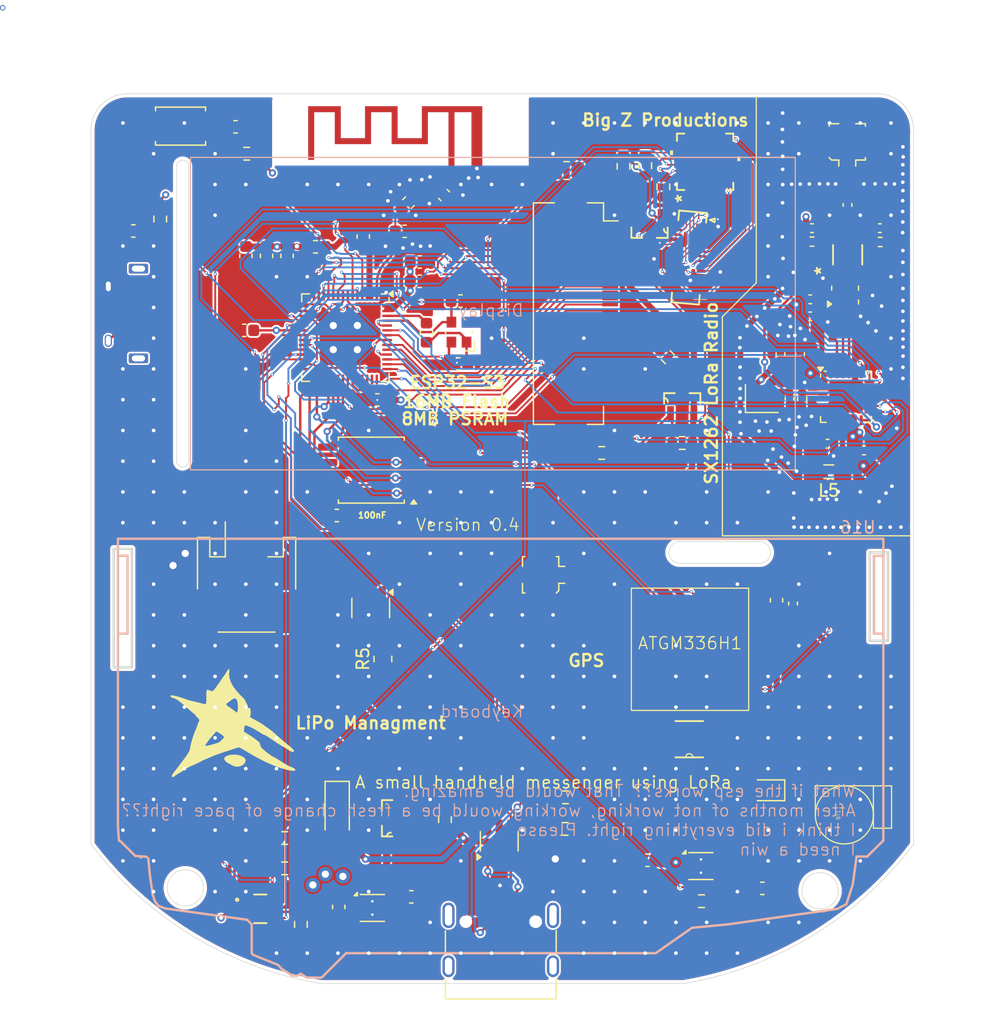
<source format=kicad_pcb>
(kicad_pcb (version 20240108) (generator "pcbnew") (generator_version "8.0")
  (layers (0 "F.Cu" signal) (1 "In1.Cu" signal) (2 "In2.Cu" signal) (31 "B.Cu" signal) (34 "B.Paste" user) (35 "F.Paste" user) (36 "B.SilkS" user "B.Silkscreen") (37 "F.SilkS" user "F.Silkscreen") (38 "B.Mask" user) (39 "F.Mask" user) (44 "Edge.Cuts" user))
  (net 0 "")
  (net 1 "GND")
  (net 2 "Net-(ATGM336H1-SDA)")
  (net 3 "Net-(ATGM336H1-VCC_RF)")
  (net 4 "Net-(ATGM336H1-SCL)")
  (net 5 "Net-(ATGM336H1-VBAT)")
  (net 6 "+3V3")
  (net 7 "GPS_RX")
  (net 9 "Net-(ATGM336H1-RF_IN)")
  (net 10 "GPS_RST")
  (net 11 "GPS_TX")
  (net 12 "VCC")
  (net 13 "VDD_SDIO")
  (net 14 "XTAL_P")
  (net 15 "XTAL_N")
  (net 16 "Net-(U2-LNA_IN)")
  (net 17 "Net-(U11-FP)")
  (net 18 "BOOT")
  (net 19 "EN")
  (net 20 "VBUS")
  (net 21 "Net-(J1-D--PadA7)")
  (net 22 "Net-(J1-CC2)")
  (net 23 "Net-(J1-CC1)")
  (net 26 "Net-(J1-D+-PadA6)")
  (net 27 "VBAT")
  (net 28 "TFT_D3")
  (net 29 "TFT_DC")
  (net 30 "TFT_RST")
  (net 32 "TFT_D4")
  (net 33 "Net-(J4-Pin_20)")
  (net 34 "TFT_CS")
  (net 35 "TFT_D6")
  (net 36 "TFT_D1")
  (net 37 "TFT_WR")
  (net 38 "TFT_RD")
  (net 39 "TFT_D2")
  (net 44 "TFT_D7")
  (net 45 "TFT_D0")
  (net 46 "TFT_D5")
  (net 47 "Net-(U2-XTAL_P)")
  (net 48 "Net-(U17-QSTRT)")
  (net 49 "Net-(U5-PROG)")
  (net 50 "Net-(U13-*RESET)")
  (net 51 "KBD_INT")
  (net 52 "Net-(U9-G)")
  (net 53 "TFT_LED")
  (net 54 "Net-(U1-G)")
  (net 55 "KBD_LED")
  (net 56 "ANT_SW_CTRL")
  (net 57 "Net-(U1-D)")
  (net 59 "D+")
  (net 60 "LORA_SCK")
  (net 62 "Net-(U10-DI(IO0))")
  (net 64 "LORA_BUSY")
  (net 66 "Net-(U10-IO3)")
  (net 69 "LORA_RST")
  (net 70 "Net-(U10-DO(IO1))")
  (net 71 "LORA_MISO")
  (net 72 "D-")
  (net 73 "Net-(U10-IO2)")
  (net 74 "KBD_SDA")
  (net 75 "LORA_NSS")
  (net 76 "Net-(U10-CLK)")
  (net 77 "ALRT")
  (net 78 "Net-(U10-~{CS})")
  (net 79 "KBD_SCL")
  (net 80 "LORA_MOSI")
  (net 81 "STAT")
  (net 82 "/LoRa/DIO3")
  (net 83 "LORA_DIO1")
  (net 84 "COL_3")
  (net 86 "ROW_6")
  (net 90 "ROW_2")
  (net 92 "ROW_5")
  (net 93 "ROW_4")
  (net 94 "COL_2")
  (net 95 "COL_5")
  (net 96 "ROW_3")
  (net 97 "COL_4")
  (net 99 "ROW_1")
  (net 100 "COL_1")
  (net 101 "ROW_7")
  (net 107 "Net-(J5-In)")
  (net 108 "Net-(FL1-RFO)")
  (net 109 "Net-(FL1-RFI_N)")
  (net 110 "Net-(FL1-RFI_P)")
  (net 111 "Net-(FL1-SW_RFO)")
  (net 112 "Net-(FL1-SW_RFI)")
  (net 113 "Net-(U3-VR_PA)")
  (net 114 "Net-(U3-VREG)")
  (net 115 "Net-(C28-Pad2)")
  (net 116 "Net-(C28-Pad1)")
  (net 117 "Net-(U3-DCC_SW)")
  (net 118 "Net-(U3-XTA)")
  (net 125 "+3V3_2")
  (net 126 "Net-(U18-CTRL)")
  (net 127 "Net-(U18-RFC)")
  (net 128 "LDO_EN")
  (net 129 "Net-(U9-D)")
  (net 130 "Net-(U18-~{CTRL}{slash}~{VDD})")
  (net 131 "Net-(C8-Pad1)")
  (footprint "Capacitor_SMD:C_0402_1005Metric" (layer "F.Cu") (at 166.68 72.75 -90)
    (property "Reference" "C28" (hide yes))
    (property "Value" "10pF")
  )
  (footprint "Capacitor_SMD:C_0402_1005Metric" (layer "F.Cu") (at 166.97 89.67 90)
    (property "Reference" "C20" (hide yes))
    (property "Value" "100nF")
  )
  (footprint "Button_Switch_SMD:SW_Push_SPST_NO_Alps_SKRK" (layer "F.Cu") (at 116.33 50.23)
    (property "Reference" "SW2" (hide yes))
    (property "Value" "EN")
  )
  (footprint "RF_Antenna:Texas_SWRA117D_2.4GHz_Left" (layer "F.Cu") (at 138.73 53.73)
    (property "Reference" "U11" (hide yes))
    (property "Value" "~")
  )
  (footprint "Connectors_Hirose_extra:BM14B(0.8)-24DS-0.4V(53)" (layer "F.Cu") (at 158.369056 61.089497 -95)
    (property "Reference" "U12" (hide yes))
    (property "Value" "BBQ10KBD")
  )
  (footprint "TCA8418:RTW24_2P45X2P45" (layer "F.Cu") (at 159.7 53.175 90)
    (property "Reference" "U13" (hide yes))
    (property "Value" "TCA8418RTWR")
  )
  (footprint "Resistor_SMD:R_0402_1005Metric" (layer "F.Cu") (at 168.54 59.77 180)
    (property "Reference" "R22" (hide yes))
    (property "Value" "100R")
  )
  (footprint "Diode_SMD:D_SOD-123" (layer "F.Cu") (at 129.28 106.7225 -90)
    (property "Reference" "D1" (hide yes))
    (property "Value" "MBR0540")
  )
  (footprint "Resistor_SMD:R_0603_1608Metric" (layer "F.Cu") (at 114.65 57.9 -90)
    (property "Reference" "R11" (hide yes))
    (property "Value" "10k")
  )
  (footprint "Capacitor_SMD:C_0402_1005Metric" (layer "F.Cu") (at 174.14 58.66)
    (property "Reference" "C26" (hide yes))
    (property "Value" "1nF")
  )
  (footprint "Resistor_SMD:R_0603_1608Metric" (layer "F.Cu") (at 148.155 105.68 180)
    (property "Reference" "R2" (hide yes))
    (property "Value" "5.1k")
  )
  (footprint "Resistor_SMD:R_0603_1608Metric" (layer "F.Cu") (at 138.19 107.52 90)
    (property "Reference" "R6" (hide yes))
    (property "Value" "100k")
  )
  (footprint "Connector_FFC-FPC:Hirose_FH12-30S-0.5SH_1x30-1MP_P0.50mm_Horizontal" (layer "F.Cu") (at 150 65.72 -90)
    (property "Reference" "J4" (hide yes))
    (property "Value" "Display Connector")
  )
  (footprint "Capacitor_SMD:C_0402_1005Metric" (layer "F.Cu") (at 168.53 58.66)
    (property "Reference" "C25" (hide yes))
    (property "Value" "1nF")
  )
  (footprint "Capacitor_SMD:C_0603_1608Metric" (layer "F.Cu") (at 121.7375 60.95 -90)
    (property "Reference" "C5" (hide yes))
    (property "Value" "10uF")
  )
  (footprint "MAX17048:21-0168E_T822-3_MXM" (layer "F.Cu") (at 122.92 114.89)
    (property "Reference" "U17" (hide yes))
    (property "Value" "MAX17048G+T10")
  )
  (footprint "Capacitor_SMD:C_0603_1608Metric" (layer "F.Cu") (at 120.88 50.29)
    (property "Reference" "C21" (hide yes))
    (property "Value" "1uF")
  )
  (footprint "Resistor_SMD:R_0603_1608Metric" (layer "F.Cu") (at 121.8 52.51 180)
    (property "Reference" "R7" (hide yes))
    (property "Value" "10k")
  )
  (footprint "Package_SON:WSON-6-1EP_2x2mm_P0.65mm_EP1x1.6mm_ThermalVias" (layer "F.Cu") (at 132.19 114.82)
    (property "Reference" "U7" (hide yes))
    (property "Value" "TLV76733DRVx")
  )
  (footprint "Resistor_SMD:R_0805_2012Metric" (layer "F.Cu") (at 133.06 94.25 90)
    (property "Reference" "R5")
    (property "Value" "2k")
  )
  (footprint "Capacitor_SMD:C_0603_1608Metric" (layer "F.Cu") (at 112.425 58.89 180)
    (property "Reference" "C18" (hide yes))
    (property "Value" "100nF")
  )
  (footprint "Resistor_SMD:R_0402_1005Metric" (layer "F.Cu") (at 174.17 59.8)
    (property "Reference" "R16" (hide yes))
    (property "Value" "100R")
  )
  (footprint "DMG3415:SOT95P240X105-3N" (layer "F.Cu") (at 157.8048 73.004 90)
    (property "Reference" "U9" (hide yes))
    (property "Value" "DMG3415U-7")
  )
  (footprint "Capacitor_SMD:C_0402_1005Metric" (layer "F.Cu") (at 169.82 76.47)
    (property "Reference" "C23" (hide yes))
    (property "Value" "470nF")
  )
  (footprint "Capacitor_SMD:C_0603_1608Metric" (layer "F.Cu") (at 154.93 110.88 180)
    (property "Reference" "C30" (hide yes))
    (property "Value" "22uF")
  )
  (footprint "Crystal:Crystal_SMD_Abracon_ABM10-4Pin_2.5x2.0mm" (layer "F.Cu") (at 139.35 67.25 180)
    (property "Reference" "X1" (hide yes))
    (property "Value" "40MHz" (hide yes))
  )
  (footprint "footprints:MSR421R" (layer "F.Cu") (at 171.21 107.13 90)
    (property "Reference" "BT1")
    (property "Value" "MS421R")
  )
  (footprint "Capacitor_SMD:C_0603_1608Metric" (layer "F.Cu") (at 164.43 113.2)
    (property "Reference" "C29" (hide yes))
    (property "Value" "10uF")
  )
  (footprint "Resistor_SMD:R_0603_1608Metric" (layer "F.Cu") (at 156.61 69.32 -45)
    (property "Reference" "R21" (hide yes))
    (property "Value" "10")
  )
  (footprint "Capacitor_SMD:C_0402_1005Metric" (layer "F.Cu") (at 171.47 56.74 90)
    (property "Reference" "C27" (hide yes))
    (property "Value" "39pF")
  )
  (footprint "Capacitor_SMD:C_0603_1608Metric" (layer "F.Cu") (at 136.1 63.05)
    (property "Reference" "C3" (hide yes))
    (property "Value" "1uF")
  )
  (footprint "Capacitor_SMD:C_0603_1608Metric" (layer "F.Cu") (at 135.41 113.9)
    (property "Reference" "C1" (hide yes))
    (property "Value" "10uF")
  )
  (footprint "KiCAD Parts:SOP65P490X110-8N" (layer "F.Cu") (at 158.39 100.88 180)
    (property "Reference" "U14" (hide yes))
    (property "Value" "24AA32AF-I_MS")
  )
  (footprint "Inductor_SMD:L_0805_2012Metric_Pad1.05x1.20mm_HandSolder" (layer "F.Cu") (at 169.92 78.78 180)
    (property "Reference" "L5")
    (property "Value" "15uH")
  )
  (footprint "Connector_Coaxial:U.FL_Molex_MCRF_73412-0110_Vertical" (layer "F.Cu") (at 171.45 51.53)
    (property "Reference" "J5" (hide yes))
    (property "Value" "Conn_Coaxial")
  )
  (footprint "Capacitor_SMD:C_0402_1005Metric" (layer "F.Cu") (at 168.39 64.54 180)
    (property "Reference" "C24" (hide yes))
    (property "Value" "47pF")
  )
  (footprint "Capacitor_SMD:C_0603_1608Metric" (layer "F.Cu") (at 134.86 58.92)
    (property "Reference" "C15" (hide yes))
    (property "Value" "1.8pF" (hide yes))
  )
  (footprint "Capacitor_SMD:C_0603_1608Metric" (layer "F.Cu") (at 129.25 82.4)
    (property "Reference" "100nF")
    (property "Value" "100nF")
  )
  (footprint "footprints:ATGM336H" (layer "F.Cu") (at 158.45 93.45)
    (property "Reference" "ATGM336H1")
    (property "Value" "~")
  )
  (footprint "Capacitor_SMD:C_0603_1608Metric" (layer "F.Cu") (at 139.47 64.68)
    (property "Reference" "C14" (hide yes))
    (property "Value" "12pF")
  )
  (footprint "PE4259:SC-70-6_PSM" (layer "F.Cu") (at 171.48 60.86 90)
    (property "Reference" "U18" (hide yes))
    (property "Value" "PE4259")
  )
  (footprint "Inductor_SMD:L_0603_1608Metric" (layer "F.Cu") (at 127.4875 60.2)
    (property "Reference" "L7" (hide yes))
    (property "Value" "2.0nH")
  )
  (footprint "Guard:LoRa Ring" (layer "F.Cu") (at 171.42 59.01)
    (property "Reference" "REF**" (hide yes))
    (property "Value" "LoRa Ring" (hide yes))
  )
  (footprint "Connector_Coaxial:U.FL_Molex_MCRF_73412-0110_Vertical" (layer "F.Cu") (at 146.1 87.3 90)
    (property "Reference" "J3" (hide yes))
    (property "Value" "Conn_Coaxial")
  )
  (footprint "Resistor_SMD:R_0603_1608Metric" (layer "F.Cu") (at 157.8 76.41 180)
    (property "Reference" "R13" (hide yes))
    (property "Value" "10k")
  )
  (footprint "Package_SON:WSON-6-1EP_2x2mm_P0.65mm_EP1x1.6mm_ThermalVias" (layer "F.Cu") (at 159.35 111.36)
    (property "Reference" "U15" (hide yes))
    (property "Value" "TLV76733DRVx")
  )
  (footprint "Resistor_SMD:R_0402_1005Metric" (layer "F.Cu") (at 167.72 72.76 -90)
    (property "Reference" "R17" (hide yes))
    (property "Value" "220R")
  )
  (footprint "Inductor_SMD:L_0603_1608Metric" (layer "F.Cu") (at 135.17 56.55 45)
    (property "Reference" "L3" (hide yes))
    (property "Value" "2.4nH" (hide yes))
  )
  (footprint "Resistor_SMD:R_0603_1608Metric" (layer "F.Cu") (at 148.13 108.29)
    (property "Reference" "R3" (hide yes))
    (property "Value" "5.1k")
  )
  (footprint "Capacitor_SMD:C_0603_1608Metric" (layer "F.Cu") (at 123.4375 60.95 -90)
    (property "Reference" "C6" (hide yes))
    (property "Value" "1uF")
  )
  (footprint "Inductor_SMD:L_0402_1005Metric" (layer "F.Cu") (at 150 87.8 -90)
    (property "Reference" "L4" (hide yes))
    (property "Value" "47nH")
  )
  (footprint "Capacitor_SMD:C_0402_1005Metric" (layer "F.Cu") (at 167.54 69.06 90)
    (property "Reference" "C11" (hide yes))
    (property "Value" "1uF")
  )
  (footprint "Resistor_SMD:R_0603_1608Metric" (layer "F.Cu") (at 124.94 111.55 180)
    (property "Reference" "R19" (hide yes))
    (property "Value" "5.1k")
  )
  (footprint "LOGO" (layer "F.Cu") (at 120.46 99.86)
    (property "Reference" "G***" (hide yes))
    (property "Value" "LOGO" (hide yes))
  )
  (footprint "Capacitor_SMD:C_0603_1608Metric" (layer "F.Cu") (at 138.12 55.93 -45)
    (property "Reference" "C16" (hide yes))
    (property "Value" "1.8pF" (hide yes))
  )
  (footprint "Capacitor_SMD:C_0402_1005Metric" (layer "F.Cu") (at 172.83 77.02)
    (property "Reference" "C17" (hide yes))
    (property "Value" "100nF")
  )
  (footprint "Capacitor_SMD:C_0603_1608Metric" (layer "F.Cu") (at 139.295 69.875 180)
    (property "Reference" "C13" (hide yes))
    (property "Value" "12pF")
  )
  (footprint "Capacitor_SMD:C_0603_1608Metric" (layer "F.Cu") (at 132.6 72.85 180)
    (property "Reference" "C7" (hide yes))
    (property "Value" "100nF")
  )
  (footprint "Capacitor_SMD:C_0603_1608Metric" (layer "F.Cu") (at 125.1375 60.95 -90)
    (property "Reference" "C31" (hide yes))
    (property "Value" "100nF")
  )
  (footprint "Package_SO:SOIC-8_5.23x5.23mm_P1.27mm" (layer "F.Cu") (at 132.1 78.65 180)
    (property "Reference" "U10" (hide yes))
    (property "Value" "W25Q128JVS")
  )
  (footprint "Connector_JST:JST_PH_S2B-PH-SM4-TB_1x02-1MP_P2.00mm_Horizontal" (layer "F.Cu") (at 121.79 87.52)
    (property "Reference" "J2" (hide yes))
    (property "Value" "Battery")
  )
  (footprint "Capacitor_SMD:C_0402_1005Metric" (layer "F.Cu") (at 168.39 65.95 180)
    (property "Reference" "C22" (hide yes))
    (property "Value" "47nF")
  )
  (footprint "Capacitor_SMD:C_0603_1608Metric" (layer "F.Cu") (at 136.1 61.45)
    (property "Reference" "C4" (hide yes))
    (property "Value" "10nF")
  )
  (footprint "Package_DFN_QFN:QFN-56-1EP_7x7mm_P0.4mm_EP4x4mm" (layer "F.Cu") (at 129.9575 67.7025 -90)
    (property "Reference" "U2" (hide yes))
    (property "Value" "ESP32-S3")
  )
  (footprint "Package_DFN_QFN:QFN-24-1EP_4x4mm_P0.5mm_EP2.6x2.6mm" (layer "F.Cu") (at 171.35 72.59)
    (property "Reference" "U3" (hide yes))
    (property "Value" "SX1262IMLTRT")
  )
  (footprint "Resistor_SMD:R_0603_1608Metric" (layer "F.Cu") (at 152.95 53.55 90)
    (property "Reference" "R15" (hide yes))
    (property "Value" "10k")
  )
  (footprint "Capacitor_SMD:C_0603_1608Metric" (layer "F.Cu") (at 165.6 89.4 90)
    (property "Reference" "C19" (hide yes))
    (property "Value" "10uF")
  )
  (footprint "Inductor_SMD:L_0402_1005Metric" (layer "F.Cu") (at 169.72 67.6)
    (property "Reference" "L6" (hide yes))
    (property "Value" "47nH")
  )
  (footprint "Diode_SMD:D_MicroMELF" (layer "F.Cu") (at 164.82 105.1 180)
    (property "Reference" "D2" (hide yes))
    (property "Value" "MCL4148")
  )
  (footprint "Package_TO_SOT_SMD:SOT-23-5" (layer "F.Cu") (at 132.0525 90.04 -90)
    (property "Reference" "U5" (hide yes))
    (property "Value" "MCP73831-2-OT")
  )
  (footprint "Capacitor_SMD:C_0603_1608Metric" (layer "F.Cu") (at 121.6 67.1 180)
    (property "Reference" "C9" (hide yes))
    (property "Value" "100nF")
  )
  (footprint "Capacitor_SMD:C_0402_1005Metric" (layer "F.Cu") (at 165.93 69.06 90)
    (property "Reference" "C10" (hide yes))
    (property "Value" "100nF")
  )
  (footprint "Capacitor_SMD:C_0603_1608Metric" (layer "F.Cu") (at 131.4375 59.35 90)
    (property "Reference" "C8" (hide yes))
    (property "Value" "100nF")
  )
  (footprint "Capacitor_SMD:C_0603_1608Metric" (layer "F.Cu") (at 129.41 114.735 -90)
    (property "Reference" "C2" (hide yes))
    (property "Value" "22uF")
  )
  (footprint "Resistor_SMD:R_0603_1608Metric" (layer "F.Cu") (at 156.25 55.25 90)
    (property "Reference" "R10" (hide yes))
    (property "Value" "10k")
  )
  (footprint "DMG3415:SOT95P240X105-3N" (layer "F.Cu") (at 133.69 107.41 180)
    (property "Reference" "U8" (hide yes))
    (property "Value" "DMG3415U-7")
  )
  (footprint "Connector_USB:USB_C_Receptacle_G-Switch_GT-USB-7010ASV" (layer "F.Cu") (at 142.80399 118.555425)
    (property "Reference" "J1" (hide yes))
    (property "Value" "USB_C_Receptacle_USB2.0_16P")
  )
  (footprint "Resistor_SMD:R_0805_2012Metric" (layer "F.Cu") (at 148.25 53.9 180)
    (property "Reference" "R14" (hide yes))
    (property "Value" "2k")
  )
  (footprint "Resistor_SMD:R_0603_1608Metric" (layer "F.Cu") (at 159.4 114.26 180)
    (property "Reference" "R18" (hide yes))
    (property "Value" "10k")
  )
  (footprint "Resistor_SMD:R_0603_1608Metric" (layer "F.Cu") (at 124.94 109.04 180)
    (property "Reference" "R20" (hide yes))
    (property "Value" "5.1k")
  )
  (footprint "footprints:vert_button_6mm" (layer "F.Cu") (at 112.85 65.715 -90)
    (property "Reference" "SW1" (hide yes))
    (property "Value" "BOOT")
  )
  (footprint "Crystal:Crystal_SMD_2016-4Pin_2.0x1.6mm" (layer "F.Cu") (at 164.38 72.74)
    (property "Reference" "Q1_Xtal1" (hide yes))
    (property "Value" "32.0MHz")
  )
  (footprint "DMG3415:SOT95P240X105-3N" (layer "F.Cu") (at 155.1 58.75 -90)
    (property "Reference" "U1" (hide yes))
    (property "Value" "DMG3415U-7")
  )
  (footprint "Inductor_SMD:L_0603_1608Metric" (layer "F.Cu") (at 136.665 67.2975 90)
    (property "Reference" "L2" (hide yes))
    (property "Value" "22nH")
  )
  (footprint "Resistor_SMD:R_0603_1608Metric" (layer "F.Cu") (at 154.75 53.5 90)
    (property "Reference" "R9" (hide yes))
    (property "Value" "10k")
  )
  (footprint "Resistor_SMD:R_0603_1608Metric" (layer "F.Cu") (at 151.15 77.23 180)
    (property "Reference" "R12" (hide yes))
    (property "Value" "2k")
  )
  (footprint "Resistor_SMD:R_0603_1608Metric" (layer "F.Cu") (at 126.28 116.18 -90)
    (property "Reference" "R4" (hide yes))
    (property "Value" "10k")
  )
  (footprint "RF_Converter:Balun_Johanson_0900FM15K0039" (layer "F.Cu") (at 171.27 64.19 90)
    (property "Reference" "FL1" (hide yes))
    (property "Value" "0900FM15K0039")
  )
  (footprint "Package_TO_SOT_SMD:SOT-23-6" (layer "F.Cu") (at 142.6775 109.31 90)
    (property "Reference" "U4" (hide yes))
    (property "Value" "USBLC6-2SC6")
  )
  (footprint "Keyboard:BBQ10KBD" (layer "B.Cu") (at 142.82 101.38 180)
    (property "Reference" "U16")
    (property "Value" "~")
    (fp_line (start 32.01202 16.236106) (end 32.01202 6.43) (stroke (width 0.2)) (layer "Edge.Cuts"))
    (fp_line (start 32.01202 6.43) (end 30.51202 6.43) (stroke (width 0.2)) (layer "Edge.Cuts"))
    (fp_line (start 30.51202 16.236106) (end 32.01202 16.236106) (stroke (width 0.2)) (layer "Edge.Cuts"))
    (fp_line (start 30.51202 6.43) (end 30.51202 16.236106) (stroke (width 0.2)) (layer "Edge.Cuts"))
    (fp_line (start -30.48798 15.936106) (end -30.48798 8.636106) (stroke (width 0.2)) (layer "Edge.Cuts"))
    (fp_line (start -30.48798 8.636106) (end -31.98798 8.636106) (stroke (width 0.2)) (layer "Edge.Cuts"))
    (fp_line (start -31.98798 15.936106) (end -30.48798 15.936106) (stroke (width 0.2)) (layer "Edge.Cuts"))
    (fp_line (start -31.98798 8.636106) (end -31.98798 15.936106) (stroke (width 0.2)) (layer "Edge.Cuts"))
  )
  (gr_line (start 167.15 52.81) (end 152.15 52.81) (stroke (width 0.1)) (layer "B.SilkS"))
  (gr_rect (start 117.15 52.81) (end 167.15 78.63) (stroke (width 0.1)) (fill none) (layer "B.SilkS"))
  (gr_line (start 163.925 63.175) (end 161.125 65.975) (stroke (width 0.1)) (layer "F.SilkS"))
  (gr_line (start 163.925 47.8) (end 163.925 63.175) (stroke (width 0.1)) (layer "F.SilkS"))
  (gr_line (start 161.125 84.075) (end 176.625 84.075) (stroke (width 0.1)) (layer "F.SilkS"))
  (gr_line (start 161.125 65.975) (end 161.125 84.075) (stroke (width 0.1)) (layer "F.SilkS"))
  (gr_line (start 142.93399 121.065425) (end 127.93399 121.065425) (stroke (width 0.05)) (layer "Edge.Cuts"))
  (gr_line (start 117 53.54) (end 117 77.89) (stroke (width 0.05)) (layer "Edge.Cuts"))
  (gr_arc (start 117 77.89) (mid 116.5 78.39) (end 116 77.89) (stroke (width 0.05)) (layer "Edge.Cuts"))
  (gr_circle (center 116.725 113.157241) (end 118.225 113.157241) (stroke (width 0.05)) (fill none) (layer "Edge.Cuts"))
  (gr_arc (start 176.93798 109.556947) (mid 168.537294 117.129779) (end 157.933991 121.065426) (stroke (width 0.05)) (layer "Edge.Cuts"))
  (gr_arc (start 108.93 50.556947) (mid 109.808663 48.435596) (end 111.93 47.556947) (stroke (width 0.05)) (layer "Edge.Cuts"))
  (gr_line (start 116 77.89) (end 116 53.54) (stroke (width 0.05)) (layer "Edge.Cuts"))
  (gr_arc (start 164.2 84.55) (mid 165.100014 85.450014) (end 164.2 86.35) (stroke (width 0.05)) (layer "Edge.Cuts"))
  (gr_arc (start 116 53.54) (mid 116.5 53.04) (end 117 53.54) (stroke (width 0.05)) (layer "Edge.Cuts"))
  (gr_line (start 108.93 89.556947) (end 108.93 50.556947) (stroke (width 0.05)) (layer "Edge.Cuts"))
  (gr_line (start 176.93798 109.556947) (end 176.93798 89.556947) (stroke (width 0.05)) (layer "Edge.Cuts"))
  (gr_line (start 111.93 47.556947) (end 173.93798 47.556947) (stroke (width 0.05)) (layer "Edge.Cuts"))
  (gr_line (start 160.9 86.35) (end 164.2 86.35) (stroke (width 0.05)) (layer "Edge.Cuts"))
  (gr_circle (center 169.200831 113.4) (end 170.700831 113.4) (stroke (width 0.05)) (fill none) (layer "Edge.Cuts"))
  (gr_line (start 160.9 84.55) (end 157.6 84.55) (stroke (width 0.05)) (layer "Edge.Cuts"))
  (gr_line (start 160.9 84.55) (end 164.2 84.55) (stroke (width 0.05)) (layer "Edge.Cuts"))
  (gr_arc (start 157.6 86.35) (mid 156.700014 85.450014) (end 157.6 84.55) (stroke (width 0.05)) (layer "Edge.Cuts"))
  (gr_arc (start 173.93798 47.556947) (mid 176.059297 48.435622) (end 176.93798 50.556947) (stroke (width 0.05)) (layer "Edge.Cuts"))
  (gr_line (start 160.9 86.35) (end 157.6 86.35) (stroke (width 0.05)) (layer "Edge.Cuts"))
  (gr_line (start 108.93 89.556947) (end 108.93 109.556947) (stroke (width 0.05)) (layer "Edge.Cuts"))
  (gr_line (start 142.93399 121.065425) (end 157.93399 121.065425) (stroke (width 0.05)) (layer "Edge.Cuts"))
  (gr_arc (start 127.93399 121.065425) (mid 117.330684 117.129785) (end 108.930001 109.556946) (stroke (width 0.05)) (layer "Edge.Cuts"))
  (gr_line (start 176.93798 89.556947) (end 176.93798 50.556947) (stroke (width 0.05)) (layer "Edge.Cuts"))
  (gr_text "Display" (at 144.75 66.04 0) (layer "B.SilkS") (effects (font (size 1 1) (thickness 0.1)) (justify left bottom mirror)))
  (gr_text "Keyboard" (at 144.74 99.17 0) (layer "B.SilkS") (effects (font (size 1 1) (thickness 0.1)) (justify left bottom mirror)))
  (gr_text "What if the esp works?? That would be amazing. \nAfter months of not working, working would be a fresh change of pace right?? \nI think i did everything right. Please\nI need a win" (at 172.222052 110.568317 0) (layer "B.SilkS") (effects (font (size 1 1) (thickness 0.1)) (justify left bottom mirror)))
  (gr_text "Version 0.4" (at 135.725 83.75 0) (layer "F.SilkS") (effects (font (size 1 1) (thickness 0.1)) (justify left bottom)))
  (gr_text "16MB Flash" (at 134.625 73.575 0) (layer "F.SilkS") (effects (font (size 1 1) (thickness 0.2) (bold yes)) (justify left bottom)))
  (gr_text "ESP32-S3" (at 135.15 72 0) (layer "F.SilkS") (effects (font (size 1 1) (thickness 0.2) (bold yes)) (justify left bottom)))
  (gr_text "Big Z Productions" (at 149.43 50.32 0) (layer "F.SilkS") (effects (font (size 1 1) (thickness 0.2) (bold yes)) (justify left bottom)))
  (gr_text "A small handheld messenger using LoRa" (at 130.675 105.025 0) (layer "F.SilkS") (effects (font (size 1 1) (thickness 0.125) (bold yes)) (justify left bottom)))
  (gr_text "8MB PSRAM" (at 134.475 75 0) (layer "F.SilkS") (effects (font (size 1 1) (thickness 0.2) (bold yes)) (justify left bottom)))
  (gr_text "LiPo Managment" (at 125.725 100.125 0) (layer "F.SilkS") (effects (font (size 1 1) (thickness 0.2) (bold yes)) (justify left bottom)))
  (gr_text "SX1262 LoRa Radio" (at 160.8 79.95 90) (layer "F.SilkS") (effects (font (size 1 1) (thickness 0.2) (bold yes)) (justify left bottom)))
  (gr_text "GPS" (at 148.275 94.975 0) (layer "F.SilkS") (effects (font (size 1 1) (thickness 0.2) (bold yes)) (justify left bottom)))
  (via (at 101.63 40.45) (size 0.45) (drill 0.3) (layers "F.Cu" "B.Cu") (net 0))
  (segment (start 170.6 74.5275) (end 170.6 73.34) (width 0.2) (layer "F.Cu") (net 1))
  (segment (start 138.52 69.875) (end 138.52 68.28) (width 0.2) (layer "F.Cu") (net 1))
  (segment (start 160.2375 111.36) (end 159.35 111.36) (width 0.2) (layer "F.Cu") (net 1))
  (segment (start 172.1 70.6525) (end 172.1 71.84) (width 0.2) (layer "F.Cu") (net 1))
  (segment (start 132.09 115.47) (end 132.19 115.37) (width 0.5) (layer "F.Cu") (net 1))
  (segment (start 172.1 70.6525) (end 172.0875 70.64) (width 0.2) (layer "F.Cu") (net 1))
  (segment (start 170.3 76.47) (end 170.6 76.17) (width 0.2) (layer "F.Cu") (net 1))
  (segment (start 131.3025 115.47) (end 132.09 115.47) (width 0.5) (layer "F.Cu") (net 1))
  (segment (start 133.0775 114.82) (end 132.19 114.82) (width 0.5) (layer "F.Cu") (net 1))
  (segment (start 172.1 71.84) (end 171.35 72.59) (width 0.2) (layer "F.Cu") (net 1))
  (segment (start 116.71 85.53) (end 115.71 86.53) (width 0.6) (layer "F.Cu") (net 1))
  (segment (start 139.60399 114.830425) (end 139.60399 114.510425) (width 0.6) (layer "F.Cu") (net 1))
  (segment (start 169.4125 73.34) (end 170.6 73.34) (width 0.2) (layer "F.Cu") (net 1))
  (segment (start 170.3 76.47) (end 170.3 77.46) (width 0.2) (layer "F.Cu") (net 1))
  (segment (start 114.23 50.23) (end 111.65 52.81) (width 0.2) (layer "F.Cu") (net 1))
  (segment (start 116.72 85.53) (end 116.71 85.53) (width 0.6) (layer "F.Cu") (net 1))
  (segment (start 157.345451 59.594596) (end 156.230404 59.594596) (width 0.1) (layer "F.Cu") (net 1))
  (segment (start 138.57 67.92) (end 138.525 67.875) (width 0.2) (layer "F.Cu") (net 1))
  (segment (start 146.00399 112.07601) (end 147.31 110.77) (width 0.6) (layer "F.Cu") (net 1))
  (segment (start 155.579595 61.2) (end 155.475 61.2) (width 0.1) (layer "F.Cu") (net 1))
  (segment (start 170.6 71.84) (end 171.35 72.59) (width 0.2) (layer "F.Cu") (net 1))
  (segment (start 158.4625 112.01) (end 159.25 112.01) (width 0.2) (layer "F.Cu") (net 1))
  (segment (start 138.725 67.875) (end 138.725 68.075) (width 0.2) (layer "F.Cu") (net 1))
  (segment (start 168.37 71.84) (end 167.93 71.4) (width 0.2) (layer "F.Cu") (net 1))
  (segment (start 172.3325 64.19) (end 173.51 64.19) (width 0.2) (layer "F.Cu") (net 1))
  (segment (start 168.5 73.825614) (end 168.5 74.21) (width 0.2) (layer "F.Cu") (net 1))
  (segment (start 129.45 115.47) (end 129.41 115.51) (width 0.5) (layer "F.Cu") (net 1))
  (segment (start 165.08 73.29) (end 163.68 73.29) (width 0.5) (layer "F.Cu") (net 1))
  (segment (start 120.79 84.67) (end 117.57 84.67) (width 0.6) (layer "F.Cu") (net 1))
  (segment (start 169.4125 73.34) (end 168.985614 73.34) (width 0.2) (layer "F.Cu") (net 1))
  (segment (start 156.388044 60.391551) (end 155.579595 61.2) (width 0.1) (layer "F.Cu") (net 1))
  (segment (start 172.0875 70.64) (end 172.0875 68.8825) (width 0.2) (layer "F.Cu") (net 1))
  (segment (start 111.65 52.81) (end 111.65 58.89) (width 0.2) (layer "F.Cu") (net 1))
  (segment (start 139.60399 114.510425) (end 138.97399 113.880425) (width 0.6) (layer "F.Cu") (net 1))
  (segment (start 139.975 66.425) (end 139.975 66.625) (width 0.2) (layer "F.Cu") (net 1))
  (segment (start 117.57 84.67) (end 116.72 85.52) (width 0.6) (layer "F.Cu") (net 1))
  (segment (start 116.72 85.52) (end 116.72 85.53) (width 0.6) (layer "F.Cu") (net 1))
  (segment (start 170.6 73.34) (end 171.35 72.59) (width 0.2) (layer "F.Cu") (net 1))
  (segment (start 136.204575 113.880425) (end 136.185 113.9) (width 0.6) (layer "F.Cu") (net 1))
  (segment (start 138.52 68.28) (end 138.725 68.075) (width 0.2) (layer "F.Cu") (net 1))
  (segment (start 170.6 76.17) (end 170.6 74.5275) (width 0.2) (layer "F.Cu") (net 1))
  (segment (start 131.825 72.85) (end 132.6 72.85) (width 0.156464) (layer "F.Cu") (net 1))
  (segment (start 156.230404 59.594596) (end 155.95 59.875) (width 0.1) (layer "F.Cu") (net 1))
  (segment (start 170.3 77.46) (end 170.32 77.48) (width 0.2) (layer "F.Cu") (net 1))
  (segment (start 171.52 63.49) (end 171.52 61.9668) (width 0.156464) (layer "F.Cu") (net 1))
  (segment (start 169.4125 71.84) (end 168.37 71.84) (width 0.2) (layer "F.Cu") (net 1))
  (segment (start 146.00399 114.830425) (end 146.00399 112.07601) (width 0.6) (layer "F.Cu") (net 1))
  (segment (start 138.97399 113.880425) (end 136.204575 113.880425) (width 0.6) (layer "F.Cu") (net 1))
  (segment (start 169.4125 71.84) (end 170.6 71.84) (width 0.2) (layer "F.Cu") (net 1))
  (segment (start 171.52 61.9668) (end 171.48 61.9268) (width 0.156464) (layer "F.Cu") (net 1))
  (segment (start 159.25 112.01) (end 159.35 111.91) (width 0.2) (layer "F.Cu") (net 1))
  (segment (start 173.51 64.19) (end 173.54 64.22) (width 0.2) (layer "F.Cu") (net 1))
  (segment (start 172.0875 68.8825) (end 173.82 67.15) (width 0.2) (layer "F.Cu") (net 1))
  (segment (start 168.985614 73.34) (end 168.5 73.825614) (width 0.2) (layer "F.Cu") (net 1))
  (segment (start 157.275726 60.391551) (end 156.388044 60.391551) (width 0.1) (layer "F.Cu") (net 1))
  (segment (start 131.3025 115.47) (end 129.45 115.47) (width 0.5) (layer "F.Cu") (net 1))
  (via (at 144.585 118.55) (size 0.6) (drill 0.3) (layers "F.Cu" "B.Cu") (net 1))
  (via (at 169.985 95.69) (size 0.6) (drill 0.3) (layers "F.Cu" "B.Cu") (net 1))
  (via (at 139.505 118.55) (size 0.6) (drill 0.3) (layers "F.Cu" "B.Cu") (net 1))
  (via (at 152.205 57.59) (size 0.6) (drill 0.3) (layers "F.Cu" "B.Cu") (net 1))
  (via (at 116.645 95.69) (size 0.6) (drill 0.3) (layers "F.Cu" "B.Cu") (net 1))
  (via (at 144.585 98.23) (size 0.6) (drill 0.3) (layers "F.Cu" "B.Cu") (net 1))
  (via (at 157.285 55.05) (size 0.6) (drill 0.3) (layers "F.Cu" "B.Cu") (net 1))
  (via (at 121.725 105.85) (size 0.6) (drill 0.3) (layers "F.Cu" "B.Cu") (net 1))
  (via (at 171.59 83.36) (size 0.45) (drill 0.3) (layers "F.Cu" "B.Cu") (net 1))
  (via (at 176.05 70.15) (size 0.45) (drill 0.3) (layers "F.Cu" "B.Cu") (net 1))
  (via (at 128.955 68.695) (size 1.2) (drill 0.6) (layers "F.Cu" "B.Cu") (net 1))
  (via (at 162.58 67.71) (size 0.45) (drill 0.3) (layers "F.Cu" "B.Cu") (net 1))
  (via (at 154.745 80.45) (size 0.6) (drill 0.3) (layers "F.Cu" "B.Cu") (net 1))
  (via (at 119.185 88.07) (size 0.6) (drill 0.3) (layers "F.Cu" "B.Cu") (net 1))
  (via (at 167.445 110.93) (size 0.6) (drill 0.3) (layers "F.Cu" "B.Cu") (net 1))
  (via (at 175.065 70.29) (size 0.6) (drill 0.3) (layers "F.Cu" "B.Cu") (net 1))
  (via (at 149.665 93.15) (size 0.6) (drill 0.3) (layers "F.Cu" "B.Cu") (net 1))
  (via (at 164.905 108.39) (size 0.6) (drill 0.3) (layers "F.Cu" "B.Cu") (net 1))
  (via (at 167.445 116.01) (size 0.6) (drill 0.3) (layers "F.Cu" "B.Cu") (net 1))
  (via (at 175.14 79.98) (size 0.45) (drill 0.3) (layers "F.Cu" "B.Cu") (net 1))
  (via (at 152.205 110.93) (size 0.6) (drill 0.3) (layers "F.Cu" "B.Cu") (net 1))
  (via (at 124.265 62.67) (size 0.6) (drill 0.3) (layers "F.Cu" "B.Cu") (net 1))
  (via (at 167.445 98.23) (size 0.6) (drill 0.3) (layers "F.Cu" "B.Cu") (net 1))
  (via (at 119.185 113.47) (size 0.6) (drill 0.3) (layers "F.Cu" "B.Cu") (net 1))
  (via (at 175.89 83.36) (size 0.45) (drill 0.3) (layers "F.Cu" "B.Cu") (net 1))
  (via (at 121.725 98.23) (size 0.6) (drill 0.3) (layers "F.Cu" "B.Cu") (net 1))
  (via (at 126.805 100.77) (size 0.6) (drill 0.3) (layers "F.Cu" "B.Cu") (net 1))
  (via (at 116.645 82.99) (size 0.6) (drill 0.3) (layers "F.Cu" "B.Cu") (net 1))
  (via (at 173.82 67.15) (size 0.6) (drill 0.3) (layers "F.Cu" "B.Cu") (net 1))
  (via (at 168.05 74.94) (size 0.45) (drill 0.3) (layers "F.Cu" "B.Cu") (net 1))
  (via (at 136.965 100.77) (size 0.6) (drill 0.3) (layers "F.Cu" "B.Cu") (net 1))
  (via (at 136.965 80.45) (size 0.6) (drill 0.3) (layers "F.Cu" "B.Cu") (net 1))
  (via (at 157.285 95.69) (size 0.6) (drill 0.3) (layers "F.Cu" "B.Cu") (net 1))
  (via (at 162.58 71.06) (size 0.45) (drill 0.3) (layers "F.Cu" "B.Cu") (net 1))
  (via (at 169.985 103.31) (size 0.6) (drill 0.3) (layers "F.Cu" "B.Cu") (net 1))
  (via (at 159.825 95.69) (size 0.6) (drill 0.3) (layers "F.Cu" "B.Cu") (net 1))
  (via (at 169.86 55) (size 0.45) (drill 0.3) (layers "F.Cu" "B.Cu") (net 1))
  (via (at 169.155448 54.998532) (size 0.45) (drill 0.3) (layers "F.Cu" "B.Cu") (net 1))
  (via (at 119.185 85.53) (size 0.6) (drill 0.3) (layers "F.Cu" "B.Cu") (net 1))
  (via (at 172.34 83.37) (size 0.45) (drill 0.3) (layers "F.Cu" "B.Cu") (net 1))
  (via (at 172.525 98.23) (size 0.6) (drill 0.3) (layers "F.Cu" "B.Cu") (net 1))
  (via (at 136.9 56.625) (size 0.6) (drill 0.3) (layers "F.Cu" "B.Cu") (net 1))
  (via (at 133.475 56.4) (size 0.6) (drill 0.3) (layers "F.Cu" "B.Cu") (net 1))
  (via (at 139.505 55.05) (size 0.6) (drill 0.3) (layers "F.Cu" "B.Cu") (net 1))
  (via (at 119.185 57.59) (size 0.6) (drill 0.3) (layers "F.Cu" "B.Cu") (net 1))
  (via (at 166.112087 55.060299) (size 0.45) (drill 0.3) (layers "F.Cu" "B.Cu") (net 1))
  (via (at 172.525 110.93) (size 0.6) (drill 0.3) (layers "F.Cu" "B.Cu") (net 1))
  (via (at 114.105 67.75) (size 0.6) (drill 0.3) (layers "F.Cu" "B.Cu") (net 1))
  (via (at 136.965 98.23) (size 0.6) (drill 0.3) (layers "F.Cu" "B.Cu") (net 1))
  (via (at 114.105 93.15) (size 0.6) (drill 0.3) (layers "F.Cu" "B.Cu") (net 1))
  (via (at 139.505 82.99) (size 0.6) (drill 0.3) (layers "F.Cu" "B.Cu") (net 1))
  (via (at 166.59 67.58) (size 0.45) (drill 0.3) (layers "F.Cu" "B.Cu") (net 1))
  (via (at 166.11 49.15) (size 0.45) (drill 0.3) (layers "F.Cu" "B.Cu") (net 1))
  (via (at 154.745 116.01) (size 0.6) (drill 0.3) (layers "F.Cu" "B.Cu") (net 1))
  (via (at 121.725 88.07) (size 0.6) (drill 0.3) (layers "F.Cu" "B.Cu") (net 1))
  (via (at 111.565 103.31) (size 0.6) (drill 0.3) (layers "F.Cu" "B.Cu") (net 1))
  (via (at 135.5 59.975) (size 0.6) (drill 0.3) (layers "F.Cu" "B.Cu") (net 1))
  (via (at 114.105 82.99) (size 0.6) (drill 0.3) (layers "F.Cu" "B.Cu") (net 1))
  (via (at 176.06 67.82) (size 0.45) (drill 0.3) (layers "F.Cu" "B.Cu") (net 1))
  (via (at 169.985 100.77) (size 0.6) (drill 0.3) (layers "F.Cu" "B.Cu") (net 1))
  (via (at 162.57 68.53) (size 0.45) (drill 0.3) (layers "F.Cu" "B.Cu") (net 1))
  (via (at 167.556933 55.015477) (size 0.45) (drill 0.3) (layers "F.Cu" "B.Cu") (net 1))
  (via (at 114.105 110.93) (size 0.6) (drill 0.3) (layers "F.Cu" "B.Cu") (net 1))
  (via (at 154.745 70.29) (size 0.6) (drill 0.3) (layers "F.Cu" "B.Cu") (net 1))
  (via (at 114.105 62.67) (size 0.6) (drill 0.3) (layers "F.Cu" "B.Cu") (net 1))
  (via (at 169.17 81.06) (size 0.45) (drill 0.3) (layers "F.Cu" "B.Cu") (net 1))
  (via (at 152.205 95.69) (size 0.6) (drill 0.3) (layers "F.Cu" "B.Cu") (net 1))
  (via (at 126.805 108.39) (size 0.6) (drill 0.3) (layers "F.Cu" "B.Cu") (net 1))
  (via (at 164.905 80.45) (size 0.6) (drill 0.3) (layers "F.Cu" "B.Cu") (net 1))
  (via (at 116.645 93.15) (size 0.6) (drill 0.3) (layers "F.Cu" "B.Cu") (net 1))
  (via (at 132.6 72.85) (size 0.25) (drill 0.15) (layers "F.Cu" "B.Cu") (net 1))
  (via (at 167.29 75.11) (size 0.45) (drill 0.3) (layers "F.Cu" "B.Cu") (net 1))
  (via (at 172.525 100.77) (size 0.6) (drill 0.3) (layers "F.Cu" "B.Cu") (net 1))
  (via (at 167.445 108.39) (size 0.6) (drill 0.3) (layers "F.Cu" "B.Cu") (net 1))
  (via (at 165.88 66.62) (size 0.45) (drill 0.3) (layers "F.Cu" "B.Cu") (net 1))
  (via (at 166.99 62.31) (size 0.6) (drill 0.3) (layers "F.Cu" "B.Cu") (net 1))
  (via (at 164.16 75.42) (size 0.45) (drill 0.3) (layers "F.Cu" "B.Cu") (net 1))
  (via (at 159.825 116.01) (size 0.6) (drill 0.3) (layers "F.Cu" "B.Cu") (net 1))
  (via (at 164.905 57.59) (size 0.6) (drill 0.3) (layers "F.Cu" "B.Cu") (net 1))
  (via (at 114.105 75.37) (size 0.6) (drill 0.3) (layers "F.Cu" "B.Cu") (net 1))
  (via (at 172.525 57.59) (size 0.6) (drill 0.3) (layers "F.Cu" "B.Cu") (net 1))
  (via (at 159.825 88.07) (size 0.6) (drill 0.3) (layers "F.Cu" "B.Cu") (net 1))
  (via (at 114.105 72.83) (size 0.6) (drill 0.3) (layers "F.Cu" "B.Cu") (net 1))
  (via (at 124.265 95.69) (size 0.6) (drill 0.3) (layers "F.Cu" "B.Cu") (net 1))
  (via (at 162.365 105.85) (size 0.6) (drill 0.3) (layers "F.Cu" "B.Cu") (net 1))
  (via (at 139.505 93.15) (size 0.6) (drill 0.3) (layers "F.Cu" "B.Cu") (net 1))
  (via (at 167.02 82.61) (size 0.45) (drill 0.3) (layers "F.Cu" "B.Cu") (net 1))
  (via (at 129.345 118.55) (size 0.6) (drill 0.3) (layers "F.Cu" "B.Cu") (net 1))
  (via (at 168.31 55.01) (size 0.45) (drill 0.3) (layers "F.Cu" "B.Cu") (net 1))
  (via (at 169.985 110.93) (size 0.6) (drill 0.3) (layers "F.Cu" "B.Cu") (net 1))
  (via (at 134.425 103.31) (size 0.6) (drill 0.3) (layers "F.Cu" "B.Cu") (net 1))
  (via (at 139.175 69.775) (size 0.25) (drill 0.15) (layers "F.Cu" "B.Cu") (net 1))
  (via (at 121.725 95.69) (size 0.6) (drill 0.3) (layers "F.Cu" "B.Cu") (net 1))
  (via (at 166.14 61.16) (size 0.45) (drill 0.3) (layers "F.Cu" "B.Cu") (net 1))
  (via (at 167.445 100.77) (size 0.6) (drill 0.3) (layers "F.Cu" "B.Cu") (net 1))
  (via (at 172.525 95.69) (size 0.6) (drill 0.3) (layers "F.Cu" "B.Cu") (net 1))
  (via (at 116.645 49.97) (size 0.6) (drill 0.3) (layers "F.Cu" "B.Cu") (net 1))
  (via (at 111.565 60.13) (size 0.6) (drill 0.3) (layers "F.Cu" "B.Cu") (net 1))
  (via (at 169.84 66.41) (size 0.45) (drill 0.3) (layers "F.Cu" "B.Cu") (net 1))
  (via (at 169.985 85.53) (size 0.6) (drill 0.3) (layers "F.Cu" "B.Cu") (net 1))
  (via (at 159.825 98.23) (size 0.6) (drill 0.3) (layers "F.Cu" "B.Cu") (net 1))
  (via (at 124.265 80.45) (size 0.6) (drill 0.3) (layers "F.Cu" "B.Cu") (net 1))
  (via (at 167.445 105.85) (size 0.6) (drill 0.3) (layers "F.Cu" "B.Cu") (net 1))
  (via (at 142.045 90.61) (size 0.6) (drill 0.3) (layers "F.Cu" "B.Cu") (net 1))
  (via (at 130.95 68.695) (size 1.2) (drill 0.6) (layers "F.Cu" "B.Cu") (net 1))
  (via (at 135.3 54.675) (size 0.6) (drill 0.3) (layers "F.Cu" "B.Cu") (net 1))
  (via (at 133.125 57.6) (size 0.6) (drill 0.3) (layers "F.Cu" "B.Cu") (net 1))
  (via (at 121.725 110.93) (size 0.6) (drill 0.3) (layers "F.Cu" "B.Cu") (net 1))
  (via (at 147.125 49.97) (size 0.6) (drill 0.3) (layers "F.Cu" "B.Cu") (net 1))
  (via (at 147.125 95.69) (size 0.6) (drill 0.3) (layers "F.Cu" "B.Cu") (net 1))
  (via (at 176.05 65.53) (size 0.45) (drill 0.3) (layers "F.Cu" "B.Cu") (net 1))
  (via (at 128.955 66.705) (size 1.2) (drill 0.6) (layers "F.Cu" "B.Cu") (net 1))
  (via (at 160.95 62.275) (size 0.6) (drill 0.3) (layers "F.Cu" "B.Cu") (net 1))
  (via (at 170.55 81.08) (size 0.45) (drill 0.3) (layers "F.Cu" "B.Cu") (net 1))
  (via (at 173.747646 54.998532) (size 0.45) (drill 0.3) (layers "F.Cu" "B.Cu") (net 1))
  (via (at 162.365 103.31) (size 0.6) (drill 0.3) (layers "F.Cu" "B.Cu") (net 1))
  (via (at 170.93 83.37) (size 0.45) (drill 0.3) (layers "F.Cu" "B.Cu") (net 1))
  (via (at 166.11 53.8) (size 0.45) (drill 0.3) (layers "F.Cu" "B.Cu") (net 1))
  (via (at 173.17 66.46) (size 0.45) (drill 0.3) (layers "F.Cu" "B.Cu") (net 1))
  (via (at 168.29 83.37) (size 0.45) (drill 0.3) (layers "F.Cu" "B.Cu") (net 1))
  (via (at 119.185 95.69) (size 0.6) (drill 0.3) (layers "F.Cu" "B.Cu") (net 1))
  (via (at 157.285 93.15) (size 0.6) (drill 0.3) (layers "F.Cu" "B.Cu") (net 1))
  (via (at 166.850876 55.032423) (size 0.45) (drill 0.3) (layers "F.Cu" "B.Cu") (net 1))
  (via (at 164.905 95.69) (size 0.6) (drill 0.3) (layers "F.Cu" "B.Cu") (net 1))
  (via (at 175.065 95.69) (size 0.6) (drill 0.3) (layers "F.Cu" "B.Cu") (net 1))
  (via (at 164.905 110.93) (size 0.6) (drill 0.3) (layers "F.Cu" "B.Cu") (net 1))
  (via (at 167.445 88.07) (size 0.6) (drill 0.3) (layers "F.Cu" "B.Cu") (net 1))
  (via (at 136.965 95.69) (size 0.6) (drill 0.3) (layers "F.Cu" "B.Cu") (net 1))
  (via (at 126.805 105.85) (size 0.6) (drill 0.3) (layers "F.Cu" "B.Cu") (net 1))
  (via (at 166.01 77.57) (size 0.45) (drill 0.3) (layers "F.Cu" "B.Cu") (net 1))
  (via (at 176.05 71.07) (size 0.45) (drill 0.3) (layers "F.Cu" "B.Cu") (net 1))
  (via (at 162.58 74.69) (size 0.45) (drill 0.3) (layers "F.Cu" "B.Cu") (net 1))
  (via (at 167.08 76.68) (size 0.45) (drill 0.3) (layers "F.Cu" "B.Cu") (net 1))
  (via (at 176.06 69.23) (size 0.45) (drill 0.3) (layers "F.Cu" "B.Cu") (net 1))
  (via (at 154.745 105.85) (size 0.6) (drill 0.3) (layers "F.Cu" "B.Cu") (net 1))
  (via (at 164.905 60.13) (size 0.6) (drill 0.3) (layers "F.Cu" "B.Cu") (net 1))
  (via (at 176.04 58.15) (size 0.45) (drill 0.3) (layers "F.Cu" "B.Cu") (net 1))
  (via (at 144.585 108.39) (size 0.6) (drill 0.3) (layers "F.Cu" "B.Cu") (net 1))
  (via (at 124.265 88.07) (size 0.6) (drill 0.3) (layers "F.Cu" "B.Cu") (net 1))
  (via (at 121.725 55.05) (size 0.6) (drill 0.3) (layers "F.Cu" "B.Cu") (net 1))
  (via (at 136.965 60.13) (size 0.6) (drill 0.3) (layers "F.Cu" "B.Cu") (net 1))
  (via (at 157.15 57.475) (size 0.6) (drill 0.3) (layers "F.Cu" "B.Cu") (net 1))
  (via (at 142.74 112.96) (size 0.6) (drill 0.3) (layers "F.Cu" "B.Cu") (net 1))
  (via (at 131.885 75.37) (size 0.6) (drill 0.3) (layers "F.Cu" "B.Cu") (net 1))
  (via (at 131.885 55.05) (size 0.6) (drill 0.3) (layers "F.Cu" "B.Cu") (net 1))
  (via (at 166.1 63.64) (size 0.45) (drill 0.3) (layers "F.Cu" "B.Cu") (net 1))
  (via (at 162.58 73.84) (size 0.45) (drill 0.3) (layers "F.Cu" "B.Cu") (net 1))
  (via (at 165.16 75.42) (size 0.45) (drill 0.3) (layers "F.Cu" "B.Cu") (net 1))
  (via (at 133.275 60.15) (size 0.6) (drill 0.3) (layers "F.Cu" "B.Cu") (net 1))
  (via (at 139.15 69.375) (size 0.25) (drill 0.15) (layers "F.Cu" "B.Cu") (net 1))
  (via (at 164.905 55.05) (size 0.6) (drill 0.3) (layers "F.Cu" "B.Cu") (net 1))
  (via (at 173.27 83.37) (size 0.45) (drill 0.3) (layers "F.Cu" "B.Cu") (net 1))
  (via (at 134.425 118.55) (size 0.6) (drill 0.3) (layers "F.Cu" "B.Cu") (net 1))
  (via (at 139.505 100.77) (size 0.6) (drill 0.3) (layers "F.Cu" "B.Cu") (net 1))
  (via (at 176.05 51.94) (size 0.45) (drill 0.3) (layers "F.Cu" "B.Cu") (net 1))
  (via (at 176.05 64.63) (size 0.45) (drill 0.3) (layers "F.Cu" "B.Cu") (net 1))
  (via (at 119.185 93.15) (size 0.6) (drill 0.3) (layers "F.Cu" "B.Cu") (net 1))
  (via (at 149.665 110.93) (size 0.6) (drill 0.3) (layers "F.Cu" "B.Cu") (net 1))
  (via (at 162.66 75.64) (size 0.45) (drill 0.3) (layers "F.Cu" "B.Cu") (net 1))
  (via (at 116.645 90.61) (size 0.6) (drill 0.3) (layers "F.Cu" "B.Cu") (net 1))
  (via (at 111.565 82.99) (size 0.6) (drill 0.3) (layers "F.Cu" "B.Cu") (net 1))
  (via (at 144.585 95.69) (size 0.6) (drill 0.3) (layers "F.Cu" "B.Cu") (net 1))
  (via (at 166.09 51.53) (size 0.45) (drill 0.3) (layers "F.Cu" "B.Cu") (net 1))
  (via (at 166.09 50.5) (size 0.45) (drill 0.3) (layers "F.Cu" "B.Cu") (net 1))
  (via (at 152.205 49.97) (size 0.6) (drill 0.3) (layers "F.Cu" "B.Cu") (net 1))
  (via (at 149.665 118.55) (size 0.6) (drill 0.3) (layers "F.Cu" "B.Cu") (net 1))
  (via (at 152.205 105.85) (size 0.6) (drill 0.3) (layers "F.Cu" "B.Cu") (net 1))
  (via (at 131.885 113.47) (size 0.6) (drill 0.3) (layers "F.Cu" "B.Cu") (net 1))
  (via (at 111.565 105.85) (size 0.6) (drill 0.3) (layers "F.Cu" "B.Cu") (net 1))
  (via (at 133.325 63.975) (size 0.6) (drill 0.3) (layers "F.Cu" "B.Cu") (net 1))
  (via (at 149.665 116.01) (size 0.6) (drill 0.3) (layers "F.Cu" "B.Cu") (net 1))
  (via (at 136.965 90.61) (size 0.6) (drill 0.3) (layers "F.Cu" "B.Cu") (net 1))
  (via (at 172.525 49.97) (size 0.6) (drill 0.3) (layers "F.Cu" "B.Cu") (net 1))
  (via (at 131.885 100.77) (size 0.6) (drill 0.3) (layers "F.Cu" "B.Cu") (net 1))
  (via (at 142.045 82.99) (size 0.6) (drill 0.3) (layers "F.Cu" "B.Cu") (net 1))
  (via (at 147.125 93.15) (size 0.6) (drill 0.3) (layers "F.Cu" "B.Cu") (net 1))
  (via (at 167.96 67.86) (size 0.45) (drill 0.3) (layers "F.Cu" "B.Cu") (net 1))
  (via (at 152.205 116.01) (size 0.6) (drill 0.3) (layers "F.Cu" "B.Cu") (net 1))
  (via (at 167.26 78.73) (size 0.45) (drill 0.3) (layers "F.Cu" "B.Cu") (net 1))
  (via (at 154.745 49.97) (size 0.6) (drill 0.3) (layers "F.Cu" "B.Cu") (net 1))
  (via (at 175.065 52.51) (size 0.6) (drill 0.3) (layers "F.Cu" "B.Cu") (net 1))
  (via (at 169.985 98.23) (size 0.6) (drill 0.3) (layers "F.Cu" "B.Cu") (net 1))
  (via (at 157.285 118.55) (size 0.6) (drill 0.3) (layers "F.Cu" "B.Cu") (net 1))
  (via (at 136.95 54.425) (size 0.6) (drill 0.3) (layers "F.Cu" "B.Cu") (net 1))
  (via (at 154.745 118.55) (size 0.6) (drill 0.3) (layers "F.Cu" "B.Cu") (net 1))
  (via (at 149.665 113.47) (size 0.6) (drill 0.3) (layers "F.Cu" "B.Cu") (net 1))
  (via (at 134.425 88.07) (size 0.6) (drill 0.3) (layers "F.Cu" "B.Cu") (net 1))
  (via (at 140.15 54.525) (size 0.6) (drill 0.3) (layers "F.Cu" "B.Cu") (net 1))
  (via (at 165.31 76.91) (size 0.45) (drill 0.3) (layers "F.Cu" "B.Cu") (net 1))
  (via (at 131.885 85.53) (size 0.6) (drill 0.3) (layers "F.Cu" "B.Cu") (net 1))
  (via (at 136.965 82.99) (size 0.6) (drill 0.3) (layers "F.Cu" "B.Cu") (net 1))
  (via (at 174.2 83.37) (size 0.45) (drill 0.3) (layers "F.Cu" "B.Cu") (net 1))
  (via (at 165.84 78.82) (size 0.45) (drill 0.3) (layers "F.Cu" "B.Cu") (net 1))
  (via (at 155.475 61.2) (size 0.6) (drill 0.3) (layers "F.Cu" "B.Cu") (net 1))
  (via (at 119.185 98.23) (size 0.6) (drill 0.3) (layers "F.Cu" "B.Cu") (net 1))
  (via (at 167.445 93.15) (size 0.6) (drill 0.3) (layers "F.Cu" "B.Cu") (net 1))
  (via (at 176.06 67.15) (size 0.45) (drill 0.3) (layers "F.Cu" "B.Cu") (net 1))
  (via (at 159.825 103.31) (size 0.6) (drill 0.3) (layers "F.Cu" "B.Cu") (net 1))
  (via (at 142.045 80.45) (size 0.6) (drill 0.3) (layers "F.Cu" "B.Cu") (net 1))
  (via (at 170.3 83.36) (size 0.45) (drill 0.3) (layers "F.Cu" "B.Cu") (net 1))
  (via (at 159.825 105.85) (size 0.6) (drill 0.3) (layers "F.Cu" "B.Cu") (net 1))
  (via (at 166.1 56.56) (size 0.45) (drill 0.3) (layers "F.Cu" "B.Cu") (net 1))
  (via (at 165.46 64.5) (size 0.45) (drill 0.3) (layers "F.Cu" "B.Cu") (net 1))
  (via (at 166.76 66.8) (size 0.45) (drill 0.3) (layers "F.Cu" "B.Cu") (net 1))
  (via (at 162.365 118.55) (size 0.6) (drill 0.3) (layers "F.Cu" "B.Cu") (net 1))
  (via (at 165.83 74.51) (size 0.45) (drill 0.3) (layers "F.Cu" "B.Cu") (net 1))
  (via (at 159.825 82.99) (size 0.6) (drill 0.3) (layers "F.Cu" "B.Cu") (net 1))
  (via (at 131.885 95.69) (size 0.6) (drill 0.3) (layers "F.Cu" "B.Cu") (net 1))
  (via (at 160.75 57.925) (size 0.25) (drill 0.15) (layers "F.Cu" "B.Cu") (net 1))
  (via (at 149.665 98.23) (size 0.6) (drill 0.3) (layers "F.Cu" "B.Cu") (net 1))
  (via (at 167.67 83.37) (size 0.45) (drill 0.3) (layers "F.Cu" "B.Cu") (net 1))
  (via (at 172.525 103.31) (size 0.6) (drill 0.3) (layers "F.Cu" "B.Cu") (net 1))
  (via (at 175.065 67.75) (size 0.6) (drill 0.3) (layers "F.Cu" "B.Cu") (net 1))
  (via (at 119.185 103.31) (size 0.6) (drill 0.3) (layers "F.Cu" "B.Cu") (net 1))
  (via (at 139.675 55.925) (size 0.6) (drill 0.3) (layers "F.Cu" "B.Cu") (net 1))
  (via (at 129.345 95.69) (size 0.6) (drill 0.3) (layers "F.Cu" "B.Cu") (net 1))
  (via (at 135.775 57.6) (size 0.6) (drill 0.3) (layers "F.Cu" "B.Cu") (net 1))
  (via (at 167.445 103.31) (size 0.6) (drill 0.3) (layers "F.Cu" "B.Cu") (net 1))
  (via (at 163.16 66.74) (size 0.45) (drill 0.3) (layers "F.Cu" "B.Cu") (net 1))
  (via (at 176.04 54.18) (size 0.45) (drill 0.3) (layers "F.Cu" "B.Cu") (net 1))
  (via (at 176.05 61.48) (size 0.45) (drill 0.3) (layers "F.Cu" "B.Cu") (net 1))
  (via (at 139.505 85.53) (size 0.6) (drill 0.3) (layers "F.Cu" "B.Cu") (net 1))
  (via (at 121.725 93.15) (size 0.6) (drill 0.3) (layers "F.Cu" "B.Cu") (net 1))
  (via (at 149.665 80.45) (size 0.6) (drill 0.3) (layers "F.Cu" "B.Cu") (net 1))
  (via (at 157.285 98.23) (size 0.6) (drill 0.3) (layers "F.Cu" "B.Cu") (net 1))
  (via (at 157.285 108.39) (size 0.6) (drill 0.3) (layers "F.Cu" "B.Cu") (net 1))
  (via (at 162.365 100.77) (size 0.6) (drill 0.3) (layers "F.Cu" "B.Cu") (net 1))
  (via (at 152.205 103.31) (size 0.6) (drill 0.3) (layers "F.Cu" "B.Cu") (net 1))
  (via (at 131.885 105.85) (size 0.6) (drill 0.3) (layers "F.Cu" "B.Cu") (net 1))
  (via (at 114.105 90.61) (size 0.6) (drill 0.3) (layers "F.Cu" "B.Cu") (net 1))
  (via (at 172.525 105.85) (size 0.6) (drill 0.3) (layers "F.Cu" "B.Cu") (net 1))
  (via (at 119.185 105.85) (size 0.6) (drill 0.3) (layers "F.Cu" "B.Cu") (net 1))
  (via (at 116.72 85.53) (size 1.2) (drill 0.6) (layers "F.Cu" "B.Cu") (net 1))
  (via (at 147.125 52.51) (size 0.6) (drill 0.3) (layers "F.Cu" "B.Cu") (net 1))
  (via (at 124.265 98.23) (size 0.6) (drill 0.3) (layers "F.Cu" "B.Cu") (net 1))
  (via (at 114.105 95.69) (size 0.6) (drill 0.3) (layers "F.Cu" "B.Cu") (net 1))
  (via (at 157.285 49.97) (size 0.6) (drill 0.3) (layers "F.Cu" "B.Cu") (net 1))
  (via (at 176.05 55.56) (size 0.45) (drill 0.3) (layers "F.Cu" "B.Cu") (net 1))
  (via (at 163.98 65.95) (size 0.45) (drill 0.3) (layers "F.Cu" "B.Cu") (net 1))
  (via (at 175.065 98.23) (size 0.6) (drill 0.3) (layers "F.Cu" "B.Cu") (net 1))
  (via (at 164.905 103.31) (size 0.6) (drill 0.3) (layers "F.Cu" "B.Cu") (net 1))
  (via (at 124.265 118.55) (size 0.6) (drill 0.3) (layers "F.Cu" "B.Cu") (net 1))
  (via (at 176.03 59.03) (size 0.45) (drill 0.3) (layers "F.Cu" "B.Cu") (net 1))
  (via (at 167.05 83.35) (size 0.45) (drill 0.3) (layers "F.Cu" "B.Cu") (net 1))
  (via (at 176.05 62.49) (size 0.45) (drill 0.3) (layers "F.Cu" "B.Cu") (net 1))
  (via (at 168.5 81.08) (size 0.45) (drill 0.3) (layers "F.Cu" "B.Cu") (net 1))
  (via (at 124.265 82.99) (size 0.6) (drill 0.3) (layers "F.Cu" "B.Cu") (net 1))
  (via (at 134.425 98.23) (size 0.6) (drill 0.3) (layers "F.Cu" "B.Cu") (net 1))
  (via (at 160.775 58.525) (size 0.6) (drill 0.3) (layers "F.Cu" "B.Cu") (net 1))
  (via (at 131.885 90.61) (size 0.6) (drill 0.3) (layers "F.Cu" "B.Cu") (net 1))
  (via (at 157.285 105.85) (size 0.6) (drill 0.3) (layers "F.Cu" "B.Cu") (net 1))
  (via (at 126.805 118.55) (size 0.6) (drill 0.3) (layers "F.Cu" "B.Cu") (net 1))
  (via (at 114.105 60.13) (size 0.6) (drill 0.3) (layers "F.Cu" "B.Cu") (net 1))
  (via (at 116.645 105.85) (size 0.6) (drill 0.3) (layers "F.Cu" "B.Cu") (net 1))
  (via (at 149.665 85.53) (size 0.6) (drill 0.3) (layers "F.Cu" "B.Cu") (net 1))
  (via (at 175.065 100.77) (size 0.6) (drill 0.3) (layers "F.Cu" "B.Cu") (net 1))
  (via (at 134.425 82.99) (size 0.6) (drill 0.3) (layers "F.Cu" "B.Cu") (net 1))
  (via (at 176.05 60.51) (size 0.45) (drill 0.3) (layers "F.Cu" "B.Cu") (net 1))
  (via (at 164.87 77.84) (size 0.45) (drill 0.3) (layers "F.Cu" "B.Cu") (net 1))
  (via (at 172.821298 55.009829) (size 0.45) (drill 0.3) (layers "F.Cu" "B.Cu") (net 1))
  (via (at 111.565 100.77) (size 0.6) (drill 0.3) (layers "F.Cu" "B.Cu") (net 1))
  (via (at 159.825 49.97) (size 0.6) (drill 0.3) (layers "F.Cu" "B.Cu") (net 1))
  (via (at 173.54 64.22) (size 0.6) (drill 0.3) (layers "F.Cu" "B.Cu") (net 1))
  (via (at 124.265 77.91) (size 0.6) (drill 0.3) (layers "F.Cu" "B.Cu") (net 1))
  (via (at 164.905 100.77) (size 0.6) (drill 0.3) (layers "F.Cu" "B.Cu") (net 1))
  (via (at 149.665 103.31) (size 0.6) (drill 0.3) (layers "F.Cu" "B.Cu") (net 1))
  (via (at 174.29 65.1) (size 0.45) (drill 0.3) (layers "F.Cu" "B.Cu") (net 1))
  (via (at 149.665 70.29) (size 0.6) (drill 0.3) (layers "F.Cu" "B.Cu") (net 1))
  (via (at 159.825 75.37) (size 0.6) (drill 0.3) (layers "F.Cu" "B.Cu") (net 1))
  (via (at 159.825 118.55) (size 0.6) (drill 0.3) (layers "F.Cu" "B.Cu") (net 1))
  (via (at 124.265 85.53) (size 0.6) (drill 0.3) (layers "F.Cu" "B.Cu") (net 1))
  (via (at 129.345 103.31) (size 0.6) (drill 0.3) (layers "F.Cu" "B.Cu") (net 1))
  (via (at 119.185 100.77) (size 0.6) (drill 0.3) (layers "F.Cu" "B.Cu") (net 1))
  (via (at 162.365 113.47) (size 0.6) (drill 0.3) (layers "F.Cu" "B.Cu") (net 1))
  (via (at 167.12 67.52) (size 0.45) (drill 0.3) (layers "F.Cu" "B.Cu") (net 1))
  (via (at 136.965 118.55) (size 0.6) (drill 0.3) (layers "F.Cu" "B.Cu") (net 1))
  (via (at 166.11 52.72) (size 0.45) (drill 0.3) (layers "F.Cu" "B.Cu") (net 1))
  (via (at 121.725 77.91) (size 0.6) (drill 0.3) (layers "F.Cu" "B.Cu") (net 1))
  (via (at 157.285 103.31) (size 0.6) (drill 0.3) (layers "F.Cu" "B.Cu") (net 1))
  (via (at 144.585 90.61) (size 0.6) (drill 0.3) (layers "F.Cu" "B.Cu") (net 1))
  (via (at 154.745 103.31) (size 0.6) (drill 0.3) (layers "F.Cu" "B.Cu") (net 1))
  (via (at 175.35 55.01) (size 0.45) (drill 0.3) (layers "F.Cu" "B.Cu") (net 1))
  (via (at 111.565 72.83) (size 0.6) (drill 0.3) (layers "F.Cu" "B.Cu") (net 1))
  (via (at 111.565 98.23) (size 0.6) (drill 0.3) (layers "F.Cu" "B.Cu") (net 1))
  (via (at 168.5 74.21) (size 0.6) (drill 0.3) (layers "F.Cu" "B.Cu") (net 1))
  (via (at 164.905 98.23) (size 0.6) (drill 0.3) (layers "F.Cu" "B.Cu") (net 1))
  (via (at 164.905 62.67) (size 0.6) (drill 0.3) (layers "F.Cu" "B.Cu") (net 1))
  (via (at 164.905 116.01) (size 0.6) (drill 0.3) (layers "F.Cu" "B.Cu") (net 1))
  (via (at 166.56 78.07) (size 0.45) (drill 0.3) (layers "F.Cu" "B.Cu") (net 1))
  (via (at 175.54 75.19) (size 0.45) (drill 0.3) (layers "F.Cu" "B.Cu") (net 1))
  (via (at 175 83.36) (size 0.45) (drill 0.3) (layers "F.Cu" "B.Cu") (net 1))
  (via (at 159.825 80.45) (size 0.6) (drill 0.3) (layers "F.Cu" "B.Cu") (net 1))
  (via (at 169.985 49.97) (size 0.6) (drill 0.3) (layers "F.Cu" "B.Cu") (net 1))
  (via (at 114.105 113.47) (size 0.6) (drill 0.3) (layers "F.Cu" "B.Cu") (net 1))
  (via (at 144.585 55.05) (size 0.6) (drill 0.3) (layers "F.Cu" "B.Cu") (net 1))
  (via (at 162.365 88.07) (size 0.6) (drill 0.3) (layers "F.Cu" "B.Cu") (net 1))
  (via (at 121.725 80.45) (size 0.6) (drill 0.3) (layers "F.Cu" "B.Cu") (net 1))
  (via (at 114.105 103.31) (size 0.6) (drill 0.3) (layers "F.Cu" "B.Cu") (net 1))
  (via (at 157.285 116.01) (size 0.6) (drill 0.3) (layers "F.Cu" "B.Cu") (net 1))
  (via (at 152.205 75.37) (size 0.6) (drill 0.3) (layers "F.Cu" "B.Cu") (net 1))
  (via (at 172.55 65.94) (size 0.45) (drill 0.3) (layers "F.Cu" "B.Cu") (net 1))
  (via (at 152.205 113.47) (size 0.6) (drill 0.3) (layers "F.Cu" "B.Cu") (net 1))
  (via (at 136.965 105.85) (size 0.6) (drill 0.3) (layers "F.Cu" "B.Cu") (net 1))
  (via (at 172.525 80.45) (size 0.6) (drill 0.3) (layers "F.Cu" "B.Cu") (net 1))
  (via (at 152.205 88.07) (size 0.6) (drill 0.3) (layers "F.Cu" "B.Cu") (net 1))
  (via (at 147.125 82.99) (size 0.6) (drill 0.3) (layers "F.Cu" "B.Cu") (net 1))
  (via (at 124.265 103.31) (size 0.6) (drill 0.3) (layers "F.Cu" "B.Cu") (net 1))
  (via (at 164.905 52.51) (size 0.6) (drill 0.3) (layers "F.Cu" "B.Cu") (net 1))
  (via (at 140.925 54.475) (size 0.6) (drill 0.3) (layers "F.Cu" "B.Cu") (net 1))
  (via (at 121.725 70.29) (size 0.6) (drill 0.3) (layers "F.Cu" "B.Cu") (net 1))
  (via (at 114.105 65.21) (size 0.6) (drill 0.3) (layers "F.Cu" "B.Cu") (net 1))
  (via (at 167.57 66.94) (size 0.45) (drill 0.3) (layers "F.Cu" "B.Cu") (net 1))
  (via (at 121.725 113.47) (size 0.6) (drill 0.3) (layers "F.Cu" "B.Cu") (net 1))
  (via (at 119.185 82.99) (size 0.6) (drill 0.3) (layers "F.Cu" "B.Cu") (net 1))
  (via (at 176.03 57.28) (size 0.45) (drill 0.3) (layers "F.Cu" "B.Cu") (net 1))
  (via (at 114.105 77.91) (size 0.6) (drill 0.3) (layers "F.Cu" "B.Cu") (net 1))
  (via (at 126.805 55.05) (size 0.6) (drill 0.3) (layers "F.Cu" "B.Cu") (net 1))
  (via (at 175.065 103.31) (size 0.6) (drill 0.3) (layers "F.Cu" "B.Cu") (net 1))
  (via (at 139.505 88.07) (size 0.6) (drill 0.3) (layers "F.Cu" "B.Cu") (net 1))
  (via (at 169.44 62.79) (size 0.6) (drill 0.3) (layers "F.Cu" "B.Cu") (net 1))
  (via (at 114.105 88.07) (size 0.6) (drill 0.3) (layers "F.Cu" "B.Cu") (net 1))
  (via (at 149.665 49.97) (size 0.6) (drill 0.3) (layers "F.Cu" "B.Cu") (net 1))
  (via (at 111.565 75.37) (size 0.6) (drill 0.3) (layers "F.Cu" "B.Cu") (net 1))
  (via (at 121.725 100.77) (size 0.6) (drill 0.3) (layers "F.Cu" "B.Cu") (net 1))
  (via (at 162.59 72.71) (size 0.45) (drill 0.3) (layers "F.Cu" "B.Cu") (net 1))
  (via (at 129.345 90.61) (size 0.6) (drill 0.3) (layers "F.Cu" "B.Cu") (net 1))
  (via (at 176.07 52.77) (size 0.45) (drill 0.3) (layers "F.Cu" "B.Cu") (net 1))
  (via (at 121.725 75.37) (size 0.6) (drill 0.3) (layers "F.Cu" "B.Cu") (net 1))
  (via (at 158.475 62.975) (size 0.6) (drill 0.3) (layers "F.Cu" "B.Cu") (net 1))
  (via (at 167.16 75.73) (size 0.45) (drill 0.3) (layers "F.Cu" "B.Cu") (net 1))
  (via (at 136.965 116.01) (size 0.6) (drill 0.3) (layers "F.Cu" "B.Cu") (net 1))
  (via (at 139.505 110.93) (size 0.6) (drill 0.3) (layers "F.Cu" "B.Cu") (net 1))
  (via (at 164.905 49.97) (size 0.6) (drill 0.3) (layers "F.Cu" "B.Cu") (net 1))
  (via (at 170.32 77.48) (size 0.6) (drill 0.3) (layers "F.Cu" "B.Cu") (net 1))
  (via (at 111.565 80.45) (size 0.6) (drill 0.3) (layers "F.Cu" "B.Cu") (net 1))
  (via (at 174.65 80.55) (size 0.45) (drill 0.3) (layers "F.Cu" "B.Cu") (net 1))
  (via (at 147.125 100.77) (size 0.6) (drill 0.3) (layers "F.Cu" "B.Cu") (net 1))
  (via (at 162.365 49.97) (size 0.6) (drill 0.3) (layers "F.Cu" "B.Cu") (net 1))
  (via (at 170.7 80.43) (size 0.45) (drill 0.3) (layers "F.Cu" "B.Cu") (net 1))
  (via (at 168.97 83.37) (size 0.45) (drill 0.3) (layers "F.Cu" "B.Cu") (net 1))
  (via (at 136.965 85.53) (size 0.6) (drill 0.3) (layers "F.Cu" "B.Cu") (net 1))
  (via (at 167.445 95.69) (size 0.6) (drill 0.3) (layers "F.Cu" "B.Cu") (net 1))
  (via (at 169.7 80.45) (size 0.45) (drill 0.3) (layers "F.Cu" "B.Cu") (net 1))
  (via (at 152.205 118.55) (size 0.6) (drill 0.3) (layers "F.Cu" "B.Cu") (net 1))
  (via (at 147.125 113.47) (size 0.6) (drill 0.3) (layers "F.Cu" "B.Cu") (net 1))
  (via (at 169.985 57.59) (size 0.6) (drill 0.3) (layers "F.Cu" "B.Cu") (net 1))
  (via (at 139.505 80.45) (size 0.6) (drill 0.3) (layers "F.Cu" "B.Cu") (net 1))
  (via (at 154.745 113.47) (size 0.6) (drill 0.3) (layers "F.Cu" "B.Cu") (net 1))
  (via (at 111.565 49.97) (size 0.6) (drill 0.3) (layers "F.Cu" "B.Cu") (net 1))
  (via (at 149.665 95.69) (size 0.6) (drill 0.3) (layers "F.Cu" "B.Cu") (net 1))
  (via (at 172.525 108.39) (size 0.6) (drill 0.3) (layers "F.Cu" "B.Cu") (net 1))
  (via (at 164.63 65.26) (size 0.45) (drill 0.3) (layers "F.Cu" "B.Cu") (net 1))
  (via (at 144.585 103.31) (size 0.6) (drill 0.3) (layers "F.Cu" "B.Cu") (net 1))
  (via (at 121.725 90.61) (size 0.6) (drill 0.3) (layers "F.Cu" "B.Cu") (net 1))
  (via (at 131.885 118.55) (size 0.6) (drill 0.3) (layers "F.Cu" "B.Cu") (net 1))
  (via (at 114.105 108.39) (size 0.6) (drill 0.3) (layers "F.Cu" "B.Cu") (net 1))
  (via (at 166.08 59.37) (size 0.45) (drill 0.3) (layers "F.Cu" "B.Cu") (net 1))
  (via (at 136.175 60.15) (size 0.6) (drill 0.3) (layers "F.Cu" "B.Cu") (net 1))
  (via (at 162.365 82.99) (size 0.6) (drill 0.3) (layers "F.Cu" "B.Cu") (net 1))
  (via (at 142.045 55.05) (size 0.6) (drill 0.3) (layers "F.Cu" "B.Cu") (net 1))
  (via (at 114.105 105.85) (size 0.6) (drill 0.3) (layers "F.Cu" "B.Cu") (net 1))
  (via (at 119.185 52.51) (size 0.6) (drill 0.3) (layers "F.Cu" "B.Cu") (net 1))
  (via (at 116.645 98.23) (size 0.6) (drill 0.3) (layers "F.Cu" "B.Cu") (net 1))
  (via (at 163.86 74.6) (size 0.45) (drill 0.3) (layers "F.Cu" "B.Cu") (net 1))
  (via (at 129.345 93.15) (size 0.6) (drill 0.3) (layers "F.Cu" "B.Cu") (net 1))
  (via (at 166.69 65.92) (size 0.45) (drill 0.3) (layers "F.Cu" "B.Cu") (net 1))
  (via (at 116.645 100.77) (size 0.6) (drill 0.3) (layers "F.Cu" "B.Cu") (net 1))
  (via (at 124.265 93.15) (size 0.6) (drill 0.3) (layers "F.Cu" "B.Cu") (net 1))
  (via (at 129.345 98.23) (size 0.6) (drill 0.3) (layers "F.Cu" "B.Cu") (net 1))
  (via (at 119.185 55.05) (size 0.6) (drill 0.3) (layers "F.Cu" "B.Cu") (net 1))
  (via (at 149.665 100.77) (size 0.6) (drill 0.3) (layers "F.Cu" "B.Cu") (net 1))
  (via (at 154.745 108.39) (size 0.6) (drill 0.3) (layers "F.Cu" "B.Cu") (net 1))
  (via (at 114.105 98.23) (size 0.6) (drill 0.3) (layers "F.Cu" "B.Cu") (net 1))
  (via (at 114.105 100.77) (size 0.6) (drill 0.3) (layers "F.Cu" "B.Cu") (net 1))
  (via (at 129.345 55.05) (size 0.6) (drill 0.3) (layers "F.Cu" "B.Cu") (net 1))
  (via (at 167.46 74.25) (size 0.45) (drill 0.3) (layers "F.Cu" "B.Cu") (net 1))
  (via (at 142.045 118.55) (size 0.6) (drill 0.3) (layers "F.Cu" "B.Cu") (net 1))
  (via (at 111.565 70.29) (size 0.6) (drill 0.3) (layers "F.Cu" "B.Cu") (net 1))
  (via (at 149.665 67.75) (size 0.6) (drill 0.3) (layers "F.Cu" "B.Cu") (net 1))
  (via (at 114.105 52.51) (size 0.6) (drill 0.3) (layers "F.Cu" "B.Cu") (net 1))
  (via (at 139.505 98.23) (size 0.6) (drill 0.3) (layers "F.Cu" "B.Cu") (net 1))
  (via (at 152.205 82.99) (size 0.6) (drill 0.3) (layers "F.Cu" "B.Cu") (net 1))
  (via (at 114.105 70.29) (size 0.6) (drill 0.3) (layers "F.Cu" "B.Cu") (net 1))
  (via (at 169.985 108.39) (size 0.6) (drill 0.3) (layers "F.Cu" "B.Cu") (net 1))
  (via (at 155.95 59.875) (size 0.25) (drill 0.15) (layers "F.Cu" "B.Cu") (net 1))
  (via (at 144.585 93.15) (size 0.6) (drill 0.3) (layers "F.Cu" "B.Cu") (net 1))
  (via (at 136.275 54.65) (size 0.6) (drill 0.3) (layers "F.Cu" "B.Cu") (net 1))
  (via (at 111.565 77.91) (size 0.6) (drill 0.3) (layers "F.Cu" "B.Cu") (net 1))
  (via (at 176.03 56.39) (size 0.45) (drill 0.3) (layers "F.Cu" "B.Cu") (net 1))
  (via (at 142.045 67.75) (size 0.6) (drill 0.3) (layers "F.Cu" "B.Cu") (net 1))
  (via (at 175.065 57.59) (size 0.6) (drill 0.3) (layers "F.Cu" "B.Cu") (net 1))
  (via (at 115.71 86.53) (size 1.2) (drill 0.6) (layers "F.Cu" "B.Cu") (net 1))
  (via (at 176.05 63.64) (size 0.45) (drill 0.3) (layers "F.Cu" "B.Cu") (net 1))
  (via (at 134.425 93.15) (size 0.6) (drill 0.3) (layers "F.Cu" "B.Cu") (net 1))
  (via (at 175.065 49.97) (size 0.6) (drill 0.3) (layers "F.Cu" "B.Cu") (net 1))
  (via (at 165.71 67.52) (size 0.45) (drill 0.3) (layers "F.Cu" "B.Cu") (net 1))
  (via (at 121.725 108.39) (size 0.6) (drill 0.3) (layers "F.Cu" "B.Cu") (net 1))
  (via (at 116.645 80.45) (size 0.6) (drill 0.3) (layers "F.Cu" "B.Cu") (net 1))
  (via (at 130.95 66.7) (size 1.2) (drill 0.6) (layers "F.Cu" "B.Cu") (net 1))
  (via (at 164.81 74.67) (size 0.45) (drill 0.3) (layers "F.Cu" "B.Cu") (net 1))
  (via (at 111.565 108.39) (size 0.6) (drill 0.3) (layers "F.Cu" "B.Cu") (net 1))
  (via (at 162.59 71.92) (size 0.45) (drill 0.3) (layers "F.Cu" "B.Cu") (net 1))
  (via (at 167.93 71.4) (size 0.6) (drill 0.3) (layers "F.Cu" "B.Cu") (net 1))
  (via (at 142.045 85.53) (size 0.6) (drill 0.3) (layers "F.Cu" "B.Cu") (net 1))
  (via (at 116.645 103.31) (size 0.6) (drill 0.3) (layers "F.Cu" "B.Cu") (net 1))
  (via (at 174.623157 55.00418) (size 0.45) (drill 0.3) (layers "F.Cu" "B.Cu") (net 1))
  (via (at 126.805 62.67) (size 0.6) (drill 0.3) (layers "F.Cu" "B.Cu") (net 1))
  (via (at 176.04 53.42) (size 0.45) (drill 0.3) (layers "F.Cu" "B.Cu") (net 1))
  (via (at 114.105 80.45) (size 0.6) (drill 0.3) (layers "F.Cu" "B.Cu") (net 1))
  (via (at 169.64 83.37) (size 0.45) (drill 0.3) (layers "F.Cu" "B.Cu") (net 1))
  (via (at 162.59 70.14) (size 0.45) (drill 0.3) (layers "F.Cu" "B.Cu") (net 1))
  (via (at 170.485 55.01) (size 0.45) (drill 0.3) (layers "F.Cu" "B.Cu") (net 1))
  (via (at 111.565 110.93) (size 0.6) (drill 0.3) (layers "F.Cu" "B.Cu") (net 1))
  (via (at 157.285 82.99) (size 0.6) (drill 0.3) (layers "F.Cu" "B.Cu") (net 1))
  (via (at 176.05 66.33) (size 0.45) (drill 0.3) (layers "F.Cu" "B.Cu") (net 1))
  (via (at 147.125 90.61) (size 0.6) (drill 0.3) (layers "F.Cu" "B.Cu") (net 1))
  (via (at 166.64 74.47) (size 0.45) (drill 0.3) (layers "F.Cu" "B.Cu") (net 1))
  (via (at 131.885 93.15) (size 0.6) (drill 0.3) (layers "F.Cu" "B.Cu") (net 1))
  (via (at 134.425 55.05) (size 0.6) (drill 0.3) (layers "F.Cu" "B.Cu") (net 1))
  (via (at 167.445 49.97) (size 0.6) (drill 0.3) (layers "F.Cu" "B.Cu") (net 1))
  (via (at 131.885 108.39) (size 0.6) (drill 0.3) (layers "F.Cu" "B.Cu") (net 1))
  (via (at 133.7 55.65) (size 0.6) (drill 0.3) (layers "F.Cu" "B.Cu") (net 1))
  (via (at 147.125 98.23) (size 0.6) (drill 0.3) (layers "F.Cu" "B.Cu") (net 1))
  (via (at 121.725 103.31) (size 0.6) (drill 0.3) (layers "F.Cu" "B.Cu") (net 1))
  (via (at 152.205 80.45) (size 0.6) (drill 0.3) (layers "F.Cu" "B.Cu") (net 1))
  (via (at 124.265 100.77) (size 0.6) (drill 0.3) (layers "F.Cu" "B.Cu") (net 1))
  (via (at 139.505 103.31) (size 0.6) (drill 0.3) (layers "F.Cu" "B.Cu") (net 1))
  (via (at 176.04 54.86) (size 0.45) (drill 0.3) (layers "F.Cu" "B.Cu") (net 1))
  (via (at 175.065 62.67) (size 0.6) (drill 0.3) (layers "F.Cu" "B.Cu") (net 1))
  (via (at 176.06 68.48) (size 0.45) (drill 0.3) (layers "F.Cu" "B.Cu") (net 1))
  (via (at 134.725 60.3) (size 0.6) (drill 0.3) (layers "F.Cu" "B.Cu") (net 1))
  (via (at 167.23 64.97) (size 0.45) (drill 0.3) (layers "F.Cu" "B.Cu") (net 1))
  (via (at 119.185 108.39) (size 0.6) (drill 0.3) (layers "F.Cu" "B.Cu") (net 1))
  (via (at 174.08 81.25) (size 0.45) (drill 0.3) (layers "F.Cu" "B.Cu") (net 1))
  (via (at 147.31 110.77) (size 1.2) (drill 0.6) (layers "F.Cu" "B.Cu") (net 1))
  (via (at 126.805 80.45) (size 0.6) (drill 0.3) (layers "F.Cu" "B.Cu") (net 1))
  (via (at 167.445 52.51) (size 0.6) (drill 0.3) (layers "F.Cu" "B.Cu") (net 1))
  (via (at 167.03 80.54) (size 0.45) (drill 0.3) (layers "F.Cu" "B.Cu") (net 1))
  (via (at 169.81 81.04) (size 0.45) (drill 0.3) (layers "F.Cu" "B.Cu") (net 1))
  (segment (start 154.7 95.65) (end 153.6 95.65) (width 0.2) (layer "F.Cu") (net 2))
  (segment (start 156.358 99.9148) (end 156.358 97.308) (width 0.2) (layer "F.Cu") (net 2))
  (segment (start 156.358 97.308) (end 154.7 95.65) (width 0.2) (layer "F.Cu") (net 2))
  (segment (start 150 88.285) (end 150 91.05) (width 0.6) (layer "F.Cu") (net 3))
  (segment (start 150 91.05) (end 152.4 93.45) (width 0.6) (layer "F.Cu") (net 3))
  (segment (start 152.4 93.45) (end 153.6 93.45) (width 0.6) (layer "F.Cu") (net 3))
  (segment (start 152.5 96.75) (end 151.9 97.35) (width 0.2) (layer "F.Cu") (net 4))
  (segment (start 151.9 97.35) (end 151.9 99.75) (width 0.2) (layer "F.Cu") (net 4))
  (segment (start 153.6 96.75) (end 152.5 96.75) (width 0.2) (layer "F.Cu") (net 4))
  (segment (start 152.6998 100.5498) (end 156.358 100.5498) (width 0.2) (layer "F.Cu") (net 4))
  (segment (start 151.9 99.75) (end 152.6998 100.5498) (width 0.2) (layer "F.Cu") (net 4))
  (segment (start 165.62 105.1) (end 169.08 105.1) (width 0.5) (layer "F.Cu") (net 5))
  (segment (start 165.62 105.1) (end 165.62 93.57) (width 0.5) (layer "F.Cu") (net 5))
  (segment (start 165.62 93.57) (end 164.4 92.35) (width 0.5) (layer "F.Cu") (net 5))
  (segment (start 164.4 92.35) (end 163.3 92.35) (width 0.5) (layer "F.Cu") (net 5))
  (segment (start 169.08 105.1) (end 169.29 105.31) (width 0.5) (layer "F.Cu") (net 5))
  (segment (start 135.325 61.45) (end 135.325 62.225) (width 0.5) (layer "F.Cu") (net 6))
  (segment (start 130.27 114.82) (end 129.41 113.96) (width 0.2) (layer "F.Cu") (net 6))
  (segment (start 168.04 59.76) (end 168.03 59.77) (width 0.5) (layer "F.Cu") (net 6))
  (segment (start 135.325 62.225) (end 135.3 62.25) (width 0.5) (layer "F.Cu") (net 6))
  (segment (start 124.275 60.175) (end 124.3 60.2) (width 0.5) (layer "F.Cu") (net 6))
  (segment (start 131.3025 114.82) (end 130.27 114.82) (width 0.2) (layer "F.Cu") (net 6))
  (segment (start 164.3 71.17) (end 164.33 71.17) (width 0.5) (layer "F.Cu") (net 6))
  (segment (start 134.0025 65.1025) (end 133.4075 65.1025) (width 0.5) (layer "F.Cu") (net 6))
  (segment (start 114.65 56.35) (end 115.1 55.9) (width 0.2) (layer "F.Cu") (net 6))
  (segment (start 122.3775 67.1025) (end 124.2475 67.1025) (width 0.2) (layer "F.Cu") (net 6))
  (segment (start 168.04 57.71) (end 168.04 59.76) (width 0.5) (layer "F.Cu") (net 6))
  (segment (start 124.25 67.1) (end 124.2525 67.1025) (width 0.2) (layer "F.Cu") (net 6))
  (segment (start 129.41 113.96) (end 129.45 113.96) (width 0.2) (layer "F.Cu") (net 6))
  (segment (start 124.325 60.175) (end 125.1375 60.175) (width 0.5) (layer "F.Cu") (net 6))
  (segment (start 122.625 52.795) (end 123.925 54.095) (width 0.2) (layer "F.Cu") (net 6))
  (segment (start 129.45 113.96) (end 129.48 113.93) (width 0.2) (layer "F.Cu") (net 6))
  (segment (start 132.9025 69.1025) (end 133.4075 69.1025) (width 0.156464) (layer "F.Cu") (net 6))
  (segment (start 164.33 71.17) (end 164.33 71.14) (width 0.5) (layer "F.Cu") (net 6))
  (segment (start 125.95 60.175) (end 125.95 60.175) (width 0.5) (layer "F.Cu") (net 6))
  (segment (start 132.65 68.85) (end 132.9025 69.1025) (width 0.156464) (layer "F.Cu") (net 6))
  (segment (start 125.95 60.175) (end 125.975 60.2) (width 0.5) (layer "F.Cu") (net 6))
  (segment (start 123.93 54.1) (end 123.91 54.08) (width 0.2) (layer "F.Cu") (net 6))
  (segment (start 135.325 63.828232) (end 135.325 62.275) (width 0.5) (layer "F.Cu") (net 6))
  (segment (start 168.05 58.66) (end 168.05 57.72) (width 0.5) (layer "F.Cu") (net 6))
  (segment (start 121.9167 115.14) (end 120.19 115.14) (width 0.2) (layer "F.Cu") (net 6))
  (segment (start 124.3 60.2) (end 124.325 60.175) (width 0.5) (layer "F.Cu") (net 6))
  (segment (start 135.325 62.275) (end 135.3 62.25) (width 0.5) (layer "F.Cu") (net 6))
  (segment (start 125.95 60.175) (end 125.95 60.15) (width 0.5) (layer "F.Cu") (net 6))
  (segment (start 124.2525 67.1025) (end 126.5075 67.1025) (width 0.2) (layer "F.Cu") (net 6))
  (segment (start 123.925 54.095) (end 123.925 54.1) (width 0.2) (layer "F.Cu") (net 6))
  (segment (start 134.55 72.85) (end 133.375 72.85) (width 0.5) (layer "F.Cu") (net 6))
  (segment (start 168.05 57.72) (end 168.04 57.71) (width 0.5) (layer "F.Cu") (net 6))
  (segment (start 133.8475 65.3525) (end 133.4075 65.3525) (width 0.5) (layer "F.Cu") (net 6))
  (segment (start 135.325 63.875) (end 134.05 65.15) (width 0.5) (layer "F.Cu") (net 6))
  (segment (start 122.575 60.175) (end 124.275 60.175) (width 0.5) (layer "F.Cu") (net 6))
  (segment (start 122.575 60.175) (end 121.7375 60.175) (width 0.5) (layer "F.Cu") (net 6))
  (segment (start 122.375 67.1) (end 122.3775 67.1025) (width 0.2) (layer "F.Cu") (net 6))
  (segment (start 134.05 65.15) (end 134.0025 65.1025) (width 0.5) (layer "F.Cu") (net 6))
  (segment (start 124.2475 67.1025) (end 124.25 67.1) (width 0.2) (layer "F.Cu") (net 6))
  (segment (start 125.975 60.2) (end 126.7 60.2) (width 0.5) (layer "F.Cu") (net 6))
  (segment (start 164.33 71.14) (end 165.93 69.54) (width 0.5) (layer "F.Cu") (net 6))
  (segment (start 122.625 52.51) (end 122.625 52.795) (width 0.2) (layer "F.Cu") (net 6))
  (segment (start 163.68 71.79) (end 164.3 71.17) (width 0.5) (layer "F.Cu") (net 6))
  (segment (start 163.68 72.19) (end 163.68 71.79) (width 0.5) (layer "F.Cu") (net 6))
  (segment (start 120.19 115.14) (end 119.68 115.65) (width 0.2) (layer "F.Cu") (net 6))
  (segment (start 131.3025 114.82) (end 131.3025 114.17) (width 0.2) (layer "F.Cu") (net 6))
  (segment (start 125.95 60.175) (end 125.1375 60.175) (width 0.5) (layer "F.Cu") (net 6))
  (segment (start 114.65 57.05) (end 114.65 56.35) (width 0.2) (layer "F.Cu") (net 6))
  (segment (start 134.05 65.15) (end 133.8475 65.3525) (width 0.5) (layer "F.Cu") (net 6))
  (segment (start 123.925 54.1) (end 123.93 54.1) (width 0.2) (layer "F.Cu") (net 6))
  (segment (start 135.325 63.828232) (end 135.325 63.875) (width 0.5) (layer "F.Cu") (net 6))
  (via (at 135.325 63.828232) (size 0.6) (drill 0.3) (layers "F.Cu" "B.Cu") (net 6))
  (via (at 123.925 54.1) (size 0.6) (drill 0.3) (layers "F.Cu" "B.Cu") (net 6))
  (via (at 119.68 115.65) (size 0.6) (drill 0.3) (layers "F.Cu" "B.Cu") (net 6))
  (via (at 172.48 75.52) (size 0.6) (drill 0.3) (layers "F.Cu" "B.Cu") (net 6))
  (via (at 134.55 72.85) (size 0.6) (drill 0.3) (layers "F.Cu" "B.Cu") (net 6))
  (via (at 125.95 60.15) (size 0.45) (drill 0.35) (layers "F.Cu" "B.Cu") (net 6))
  (via (at 115.1 55.9) (size 0.6) (drill 0.3) (layers "F.Cu" "B.Cu") (net 6))
  (via (at 168.04 57.71) (size 0.6) (drill 0.3) (layers "F.Cu" "B.Cu") (net 6))
  (via (at 132.65 68.85) (size 0.25) (drill 0.15) (layers "F.Cu" "B.Cu") (net 6))
  (via (at 129.75 112.21) (size 1.2) (drill 0.6) (layers "F.Cu" "B.Cu") (net 6))
  (via (at 168.4 70.64) (size 0.6) (drill 0.3) (layers "F.Cu" "B.Cu") (net 6))
  (via (at 171.91 75.87) (size 0.6) (drill 0.3) (layers "F.Cu" "B.Cu") (net 6))
  (via (at 135.3 62.25) (size 0.6) (drill 0.3) (layers "F.Cu" "B.Cu") (net 6))
  (via (at 127.27 112.92) (size 1.2) (drill 0.6) (layers "F.Cu" "B.Cu") (net 6))
  (via (at 124.3 60.2) (size 0.6) (drill 0.3) (layers "F.Cu" "B.Cu") (net 6))
  (via (at 172.78 78.29) (size 0.6) (drill 0.3) (layers "F.Cu" "B.Cu") (net 6))
  (via (at 128.3 112.03) (size 1.2) (drill 0.6) (layers "F.Cu" "B.Cu") (net 6))
  (via (at 124.25 67.1) (size 0.6) (drill 0.3) (layers "F.Cu" "B.Cu") (net 6))
  (via (at 164.33 71.17) (size 0.6) (drill 0.3) (layers "F.Cu" "B.Cu") (net 6))
  (segment (start 134.6 71.1) (end 133.55 71.1) (width 0.156464) (layer "F.Cu") (net 7))
  (segment (start 147.726768 81.133232) (end 147.726768 79.41) (width 0.156464) (layer "F.Cu") (net 7))
  (segment (start 132.7475 67.9025) (end 133.4075 67.9025) (width 0.156464) (layer "F.Cu") (net 7))
  (segment (start 145.905129 77.588361) (end 140.188361 77.588361) (width 0.156464) (layer "F.Cu") (net 7))
  (segment (start 147.726768 79.41) (end 145.905129 77.588361) (width 0.156464) (layer "F.Cu") (net 7))
  (segment (start 163.3 95.65) (end 162.243536 95.65) (width 0.156464) (layer "F.Cu") (net 7))
  (segment (start 162.243536 95.65) (end 147.726768 81.133232) (width 0.156464) (layer "F.Cu") (net 7))
  (segment (start 132.4 68.25) (end 132.7475 67.9025) (width 0.156464) (layer "F.Cu") (net 7))
  (segment (start 133.55 71.1) (end 133.298743 71.351257) (width 0.156464) (layer "F.Cu") (net 7))
  (segment (start 140.188361 77.588361) (end 137.35 74.75) (width 0.156464) (layer "F.Cu") (net 7))
  (via (at 134.6 71.1) (size 0.25) (drill 0.15) (layers "F.Cu" "B.Cu") (net 7))
  (via (at 133.298743 71.351257) (size 0.25) (drill 0.15) (layers "F.Cu" "B.Cu") (net 7))
  (via (at 137.35 74.75) (size 0.25) (drill 0.15) (layers "F.Cu" "B.Cu") (net 7))
  (via (at 132.4 68.25) (size 0.25) (drill 0.15) (layers "F.Cu" "B.Cu") (net 7))
  (segment (start 132.131 71.351257) (end 131.146768 70.367025) (width 0.156464) (layer "B.Cu") (net 7))
  (segment (start 134.920257 71.1) (end 134.6 71.1) (width 0.156464) (layer "B.Cu") (net 7))
  (segment (start 131.146768 70.367025) (end 131.146768 69.753232) (width 0.156464) (layer "B.Cu") (net 7))
  (segment (start 133.298743 71.351257) (end 132.131 71.351257) (width 0.156464) (layer "B.Cu") (net 7))
  (segment (start 137.35 73.529743) (end 134.920257 71.1) (width 0.156464) (layer "B.Cu") (net 7))
  (segment (start 132.4 68.5) (end 132.4 68.25) (width 0.156464) (layer "B.Cu") (net 7))
  (segment (start 137.35 74.75) (end 137.35 73.529743) (width 0.156464) (layer "B.Cu") (net 7))
  (segment (start 131.146768 69.753232) (end 132.4 68.5) (width 0.156464) (layer "B.Cu") (net 7))
  (segment (start 150.82 87.865208) (end 150.269792 87.315) (width 0.6) (layer "F.Cu") (net 9))
  (segment (start 147.6 87.3) (end 149.985 87.3) (width 0.6) (layer "F.Cu") (net 9))
  (segment (start 153.6 90.15) (end 152.4 90.15) (width 0.6) (layer "F.Cu") (net 9))
  (segment (start 149.985 87.3) (end 150 87.315) (width 0.6) (layer "F.Cu") (net 9))
  (segment (start 150.269792 87.315) (end 150 87.315) (width 0.6) (layer "F.Cu") (net 9))
  (segment (start 150.82 88.57) (end 150.82 87.865208) (width 0.6) (layer "F.Cu") (net 9))
  (segment (start 152.4 90.15) (end 150.82 88.57) (width 0.6) (layer "F.Cu") (net 9))
  (segment (start 124.45 72.6) (end 124.45 73.25) (width 0.156464) (layer "F.Cu") (net 10))
  (segment (start 145.35 79.9) (end 145.328232 79.878232) (width 0.156464) (layer "F.Cu") (net 10))
  (segment (start 158.9 89.05) (end 158.55 88.7) (width 0.156464) (layer "F.Cu") (net 10))
  (segment (start 123.103768 69.1) (end 123.103768 69.096232) (width 0.156464) (layer "F.Cu") (net 10))
  (segment (start 123.103768 69.096232) (end 124.6975 67.5025) (width 0.156464) (layer "F.Cu") (net 10))
  (segment (start 130.628232 79.878232) (end 130.2 79.45) (width 0.156464) (layer "F.Cu") (net 10))
  (segment (start 145.328232 79.878232) (end 130.628232 79.878232) (width 0.156464) (layer "F.Cu") (net 10))
  (segment (start 163.3 89.05) (end 158.9 89.05) (width 0.156464) (layer "F.Cu") (net 10))
  (segment (start 124.6975 67.5025) (end 126.5075 67.5025) (width 0.156464) (layer "F.Cu") (net 10))
  (segment (start 124.45 73.25) (end 124.05 73.65) (width 0.156464) (layer "F.Cu") (net 10))
  (via (at 130.2 79.45) (size 0.25) (drill 0.15) (layers "F.Cu" "B.Cu") (net 10))
  (via (at 158.55 88.7) (size 0.25) (drill 0.15) (layers "F.Cu" "B.Cu") (net 10))
  (via (at 145.35 79.9) (size 0.25) (drill 0.15) (layers "F.Cu" "B.Cu") (net 10))
  (via (at 123.103768 69.1) (size 0.25) (drill 0.15) (layers "F.Cu" "B.Cu") (net 10))
  (via (at 124.05 73.65) (size 0.25) (drill 0.15) (layers "F.Cu" "B.Cu") (net 10))
  (via (at 124.45 72.6) (size 0.25) (drill 0.15) (layers "F.Cu" "B.Cu") (net 10))
  (segment (start 125.809696 75.059696) (end 130.2 79.45) (width 0.156464) (layer "B.Cu") (net 10))
  (segment (start 123.103768 69.1) (end 123.15 69.146232) (width 0.156464) (layer "B.Cu") (net 10))
  (segment (start 145.35 79.9) (end 146.3 79.9) (width 0.156464) (layer "B.Cu") (net 10))
  (segment (start 155.1 88.7) (end 158.55 88.7) (width 0.156464) (layer "B.Cu") (net 10))
  (segment (start 123.15 72.75) (end 124.05 73.65) (width 0.156464) (layer "B.Cu") (net 10))
  (segment (start 146.3 79.9) (end 155.1 88.7) (width 0.156464) (layer "B.Cu") (net 10))
  (segment (start 123.15 69.146232) (end 123.15 72.75) (width 0.156464) (layer "B.Cu") (net 10))
  (segment (start 124.45 72.6) (end 125.809696 73.959696) (width 0.156464) (layer "B.Cu") (net 10))
  (segment (start 125.809696 73.959696) (end 125.809696 75.059696) (width 0.156464) (layer "B.Cu") (net 10))
  (segment (start 134.37686 67.5025) (end 136.1458 69.27144) (width 0.156464) (layer "F.Cu") (net 11))
  (segment (start 145.672315 70.272315) (end 145.672315 70.35743) (width 0.156464) (layer "F.Cu") (net 11))
  (segment (start 169.95 87.024107) (end 169.95 91.9) (width 0.156464) (layer "F.Cu") (net 11))
  (segment (start 161.65 75.7) (end 161.65 78.724107) (width 0.156464) (layer "F.Cu") (net 11))
  (segment (start 145.672315 70.35743) (end 144.826513 71.203232) (width 0.156464) (layer "F.Cu") (net 11))
  (segment (start 136.1458 69.27144) (end 137.82856 69.27144) (width 0.156464) (layer "F.Cu") (net 11))
  (segment (start 161.65 78.724107) (end 169.95 87.024107) (width 0.156464) (layer "F.Cu") (net 11))
  (segment (start 164.65 96.75) (end 163.3 96.75) (width 0.156464) (layer "F.Cu") (net 11))
  (segment (start 133.4075 67.5025) (end 134.37686 67.5025) (width 0.156464) (layer "F.Cu") (net 11))
  (via (at 161.65 75.7) (size 0.25) (drill 0.15) (layers "F.Cu" "B.Cu") (net 11))
  (via (at 169.95 91.9) (size 0.25) (drill 0.15) (layers "F.Cu" "B.Cu") (net 11))
  (via (at 164.65 96.75) (size 0.25) (drill 0.15) (layers "F.Cu" "B.Cu") (net 11))
  (via (at 144.826513 71.203232) (size 0.25) (drill 0.15) (layers "F.Cu" "B.Cu") (net 11))
  (via (at 145.672315 70.272315) (size 0.25) (drill 0.15) (layers "F.Cu" "B.Cu") (net 11))
  (via (at 137.82856 69.27144) (size 0.25) (drill 0.15) (layers "F.Cu" "B.Cu") (net 11))
  (segment (start 138.829435 70.272315) (end 145.672315 70.272315) (width 0.156464) (layer "B.Cu") (net 11))
  (segment (start 144.826513 71.203232) (end 147.520049 73.896768) (width 0.156464) (layer "B.Cu") (net 11))
  (segment (start 164.65 96.75) (end 165.1 96.75) (width 0.156464) (layer "B.Cu") (net 11))
  (segment (start 165.1 96.75) (end 169.95 91.9) (width 0.156464) (layer "B.Cu") (net 11))
  (segment (start 137.82856 69.27144) (end 138.829435 70.272315) (width 0.156464) (layer "B.Cu") (net 11))
  (segment (start 147.520049 73.896768) (end 159.846768 73.896768) (width 0.156464) (layer "B.Cu") (net 11))
  (segment (start 159.846768 73.896768) (end 161.65 75.7) (width 0.156464) (layer "B.Cu") (net 11))
  (segment (start 131.6175 107.41) (end 129.28 105.0725) (width 0.6) (layer "F.Cu") (net 12))
  (segment (start 133.37 108.106) (end 133.37 112.635) (width 0.6) (layer "F.Cu") (net 12))
  (segment (start 132.674 107.41) (end 133.37 108.106) (width 0.6) (layer "F.Cu") (net 12))
  (segment (start 162.3 110.71) (end 160.3 110.71) (width 0.5) (layer "F.Cu") (net 12))
  (segment (start 137.14 117.6) (end 161.15 117.6) (width 0.5) (layer "F.Cu") (net 12))
  (segment (start 134.635 115.095) (end 133.95 115.78) (width 0.5) (layer "F.Cu") (net 12))
  (segment (start 133.37 112.635) (end 134.635 113.9) (width 0.6) (layer "F.Cu") (net 12))
  (segment (start 133.95 115.78) (end 133.3875 115.78) (width 0.5) (layer "F.Cu") (net 12))
  (segment (start 163.65 115.1) (end 163.65 112.06) (width 0.5) (layer "F.Cu") (net 12))
  (segment (start 161.15 117.6) (end 163.65 115.1) (width 0.5) (layer "F.Cu") (net 12))
  (segment (start 132.674 107.41) (end 131.6175 107.41) (width 0.6) (layer "F.Cu") (net 12))
  (segment (start 134.635 115.095) (end 137.14 117.6) (width 0.5) (layer "F.Cu") (net 12))
  (segment (start 134.635 113.9) (end 134.635 115.095) (width 0.5) (layer "F.Cu") (net 12))
  (segment (start 163.65 112.06) (end 162.3 110.71) (width 0.5) (layer "F.Cu") (net 12))
  (segment (start 133.3875 115.78) (end 133.14 115.5325) (width 0.5) (layer "F.Cu") (net 12))
  (segment (start 127.3575 71.1525) (end 127.3575 71.483174) (width 0.2) (layer "F.Cu") (net 13))
  (segment (start 128.495 80.55) (end 128.5 80.555) (width 0.2) (layer "F.Cu") (net 13))
  (segment (start 128.5 82.375) (end 128.475 82.4) (width 0.2) (layer "F.Cu") (net 13))
  (segment (start 128.5 80.555) (end 128.5 82.375) (width 0.2) (layer "F.Cu") (net 13))
  (segment (start 128.329448 80.555) (end 128.5 80.555) (width 0.2) (layer "F.Cu") (net 13))
  (segment (start 126.225 72.615674) (end 126.225 78.450552) (width 0.2) (layer "F.Cu") (net 13))
  (segment (start 127.3575 71.483174) (end 126.225 72.615674) (width 0.2) (layer "F.Cu") (net 13))
  (segment (start 126.225 78.450552) (end 128.329448 80.555) (width 0.2) (layer "F.Cu") (net 13))
  (segment (start 139.975 68.075) (end 139.975 69.78) (width 0.2) (layer "F.Cu") (net 14))
  (segment (start 136.8375 68.145) (end 136.635 68.145) (width 0.2) (layer "F.Cu") (net 14))
  (segment (start 139.975 69.78) (end 140.07 69.875) (width 0.2) (layer "F.Cu") (net 14))
  (segment (start 139.975 68.075) (end 139.975 67.875) (width 0.2) (layer "F.Cu") (net 14))
  (segment (start 137.6575 67.325) (end 136.8375 68.145) (width 0.2) (layer "F.Cu") (net 14))
  (segment (start 139.425 67.325) (end 137.6575 67.325) (width 0.2) (layer "F.Cu") (net 14))
  (segment (start 139.975 67.875) (end 139.425 67.325) (width 0.2) (layer "F.Cu") (net 14))
  (segment (start 137.964686 66.425) (end 137.142186 67.2475) (width 0.2) (layer "F.Cu") (net 15))
  (segment (start 135.1025 66.3025) (end 133.4075 66.3025) (width 0.2) (layer "F.Cu") (net 15))
  (segment (start 138.725 66.425) (end 137.964686 66.425) (width 0.2) (layer "F.Cu") (net 15))
  (segment (start 136.0475 67.2475) (end 135.1025 66.3025) (width 0.2) (layer "F.Cu") (net 15))
  (segment (start 138.725 64.71) (end 138.725 66.425) (width 0.2) (layer "F.Cu") (net 15))
  (segment (start 137.142186 67.2475) (end 136.0475 67.2475) (width 0.2) (layer "F.Cu") (net 15))
  (segment (start 134.085 59.7925) (end 134.085 58.92) (width 0.2) (layer "F.Cu") (net 16))
  (segment (start 133.468048 61.28195) (end 133.285819 61.46418) (width 0.2) (layer "F.Cu") (net 16))
  (segment (start 132.5575 63.2225) (end 132.5575 64.2525) (width 0.2) (layer "F.Cu") (net 16))
  (segment (start 134.085 58.00846) (end 134.085 58.92) (width 0.156464) (layer "F.Cu") (net 16))
  (segment (start 134.349076 57.370923) (end 134.613153 57.106847) (width 0.156464) (layer "F.Cu") (net 16))
  (arc (start 134.349076 57.370923) (mid 134.153631 57.663427) (end 134.085 58.00846) (width 0.156464) (layer "F.Cu") (net 16))
  (arc (start 133.285819 61.46418) (mid 132.746783 62.270904) (end 132.5575 63.2225) (width 0.2) (layer "F.Cu") (net 16))
  (arc (start 134.085 59.7925) (mid 133.924659 60.598584) (end 133.468048 61.28195) (width 0.2) (layer "F.Cu") (net 16))
  (segment (start 138.728321 53.731679) (end 138.73 53.73) (width 0.156464) (layer "F.Cu") (net 17))
  (segment (start 138.512653 54.527346) (end 137.727346 55.312653) (width 0.156464) (layer "F.Cu") (net 17))
  (segment (start 136.528674 55.993153) (end 135.726847 55.993153) (width 0.156464) (layer "F.Cu") (net 17))
  (segment (start 138.728321 54.006679) (end 138.728321 53.731679) (width 0.156464) (layer "F.Cu") (net 17))
  (segment (start 137.571992 55.381992) (end 137.688008 55.381992) (width 0.156464) (layer "F.Cu") (net 17))
  (arc (start 137.266411 55.687572) (mid 136.927934 55.913735) (end 136.528674 55.993153) (width 0.156464) (layer "F.Cu") (net 17))
  (arc (start 138.728321 54.006679) (mid 138.67227 54.288462) (end 138.512653 54.527346) (width 0.156464) (layer "F.Cu") (net 17))
  (arc (start 137.571992 55.135) (mid 137.526601 55.36319) (end 137.397342 55.556641) (width 0.5) (layer "F.Cu") (net 17))
  (segment (start 118.45 62.35) (end 117.55 61.45) (width 0.156464) (layer "F.Cu") (net 18))
  (segment (start 113.2 55.1) (end 113.2 58.89) (width 0.156464) (layer "F.Cu") (net 18))
  (segment (start 111.14 67.175) (end 111.14 61.81) (width 0.2) (layer "F.Cu") (net 18))
  (segment (start 115.75 52.55) (end 113.2 55.1) (width 0.156464) (layer "F.Cu") (net 18))
  (segment (start 130.954268 63.654188) (end 130.9575 63.65742) (width 0.156464) (layer "F.Cu") (net 18))
  (segment (start 117.15 52.55) (end 115.75 52.55) (width 0.156464) (layer "F.Cu") (net 18))
  (segment (start 111.14 61.81) (end 113.2 59.75) (width 0.2) (layer "F.Cu") (net 18))
  (segment (start 114.49 58.89) (end 113.2 58.89) (width 0.2) (layer "F.Cu") (net 18))
  (segment (start 117.65 57.380412) (end 117.65 53.05) (width 0.156464) (layer "F.Cu") (net 18))
  (segment (start 114.7 58.65) (end 114.7 58.68) (width 0.2) (layer "F.Cu") (net 18))
  (segment (start 130.9575 63.65742) (end 130.9575 64.2525) (width 0.156464) (layer "F.Cu") (net 18))
  (segment (start 114.7 58.68) (end 114.49 58.89) (width 0.2) (layer "F.Cu") (net 18))
  (segment (start 117.55 61.45) (end 117.55 57.480412) (width 0.156464) (layer "F.Cu") (net 18))
  (segment (start 117.65 53.05) (end 117.15 52.55) (width 0.156464) (layer "F.Cu") (net 18))
  (segment (start 110.36 67.955) (end 111.14 67.175) (width 0.2) (layer "F.Cu") (net 18))
  (segment (start 113.2 59.75) (end 113.2 58.89) (width 0.2) (layer "F.Cu") (net 18))
  (segment (start 117.55 57.480412) (end 117.65 57.380412) (width 0.156464) (layer "F.Cu") (net 18))
  (via (at 118.45 62.35) (size 0.25) (drill 0.15) (layers "F.Cu" "B.Cu") (net 18))
  (via (at 130.954268 63.654188) (size 0.25) (drill 0.15) (layers "F.Cu" "B.Cu") (net 18))
  (segment (start 128.164513 63.803232) (end 130.805224 63.803232) (width 0.156464) (layer "B.Cu") (net 18))
  (segment (start 125.286207 66.253952) (end 125.332975 66.30072) (width 0.156464) (layer "B.Cu") (net 18))
  (segment (start 130.805224 63.803232) (end 130.954268 63.654188) (width 0.156464) (layer "B.Cu") (net 18))
  (segment (start 125.667025 66.30072) (end 128.164513 63.803232) (width 0.156464) (layer "B.Cu") (net 18))
  (segment (start 122.353952 66.253952) (end 125.286207 66.253952) (width 0.156464) (layer "B.Cu") (net 18))
  (segment (start 118.45 62.35) (end 122.353952 66.253952) (width 0.156464) (layer "B.Cu") (net 18))
  (segment (start 125.332975 66.30072) (end 125.667025 66.30072) (width 0.156464) (layer "B.Cu") (net 18))
  (segment (start 120.92 52.51) (end 120.975 52.51) (width 0.2) (layer "F.Cu") (net 19))
  (segment (start 127.65 59.1) (end 127.565 59.1) (width 0.156464) (layer "F.Cu") (net 19))
  (segment (start 120.045 50.23) (end 120.105 50.29) (width 0.2) (layer "F.Cu") (net 19))
  (segment (start 131.3575 64.2525) (end 131.3575 61.304039) (width 0.156464) (layer "F.Cu") (net 19))
  (segment (start 131.3575 61.304039) (end 130.793766 60.740305) (width 0.156464) (layer "F.Cu") (net 19))
  (segment (start 127.565 59.1) (end 120.975 52.51) (width 0.156464) (layer "F.Cu") (net 19))
  (segment (start 118.43 50.23) (end 120.045 50.23) (width 0.2) (layer "F.Cu") (net 19))
  (segment (start 120.105 51.695) (end 120.92 52.51) (width 0.2) (layer "F.Cu") (net 19))
  (segment (start 120.105 50.29) (end 120.105 51.695) (width 0.2) (layer "F.Cu") (net 19))
  (via (at 127.65 59.1) (size 0.25) (drill 0.15) (layers "F.Cu" "B.Cu") (net 19))
  (via (at 130.793766 60.740305) (size 0.25) (drill 0.15) (layers "F.Cu" "B.Cu") (net 19))
  (segment (start 127.65 59.15) (end 129.23384 60.73384) (width 0.156464) (layer "B.Cu") (net 19))
  (segment (start 129.514677 60.73384) (end 129.567909 60.787072) (width 0.156464) (layer "B.Cu") (net 19))
  (segment (start 127.65 59.1) (end 127.65 59.15) (width 0.156464) (layer "B.Cu") (net 19))
  (segment (start 129.23384 60.73384) (end 129.514677 60.73384) (width 0.156464) (layer "B.Cu") (net 19))
  (segment (start 129.567909 60.787072) (end 130.746999 60.787072) (width 0.156464) (layer "B.Cu") (net 19))
  (segment (start 130.746999 60.787072) (end 130.793766 60.740305) (width 0.156464) (layer "B.Cu") (net 19))
  (segment (start 143.286948 109.135) (end 142.6775 108.525552) (width 0.2) (layer "F.Cu") (net 20))
  (segment (start 145.20399 110.508806) (end 145.20399 114.830425) (width 0.5) (layer "F.Cu") (net 20))
  (segment (start 139.015 108.345) (end 138.19 108.345) (width 0.6) (layer "F.Cu") (net 20))
  (segment (start 145.20399 110.720938) (end 143.618052 109.135) (width 0.2) (layer "F.Cu") (net 20))
  (segment (start 129.28 108.45) (end 131.62 110.79) (width 0.5) (layer "F.Cu") (net 20))
  (segment (start 142.6775 108.1725) (end 142.6775 108.834999) (width 0.5) (layer "F.Cu") (net 20))
  (segment (start 143.618052 109.135) (end 143.286948 109.135) (width 0.2) (layer "F.Cu") (net 20))
  (segment (start 142.6775 108.525552) (end 142.6775 108.1725) (width 0.2) (layer "F.Cu") (net 20))
  (segment (start 131.1025 91.1775) (end 131.1025 97.4425) (width 0.5) (layer "F.Cu") (net 20))
  (segment (start 142.6775 108.834999) (end 143.177501 109.335) (width 0.5) (layer "F.Cu") (net 20))
  (segment (start 129.28 108.3725) (end 129.28 108.45) (width 0.5) (layer "F.Cu") (net 20))
  (segment (start 129.2827 108.3752) (end 129.28 108.3725) (width 0.6) (layer "F.Cu") (net 20))
  (segment (start 144.030184 109.335) (end 145.20399 110.508806) (width 0.5) (layer "F.Cu") (net 20))
  (segment (start 138.1598 108.3752) (end 134.706 108.3752) (width 0.6) (layer "F.Cu") (net 20))
  (segment (start 142.182499 109.33) (end 140.40399 109.33) (width 0.5) (layer "F.Cu") (net 20))
  (segment (start 140.40399 109.33) (end 140.40399 109.73399) (width 0.5) (layer "F.Cu") (net 20))
  (segment (start 140.40399 106.74399) (end 140.40399 109.33) (width 0.5) (layer "F.Cu") (net 20))
  (segment (start 145.20399 114.830425) (end 145.20399 110.720938) (width 0.2) (layer "F.Cu") (net 20))
  (segment (start 140.40399 109.73399) (end 139.71 109.04) (width 0.6) (layer "F.Cu") (net 20))
  (segment (start 131.1025 97.4425) (end 140.40399 106.74399) (width 0.5) (layer "F.Cu") (net 20))
  (segment (start 143.177501 109.335) (end 144.030184 109.335) (width 0.5) (layer "F.Cu") (net 20))
  (segment (start 140.40399 114.830425) (end 140.40399 109.73399) (width 0.6) (layer "F.Cu") (net 20))
  (segment (start 138.19 108.345) (end 138.1598 108.3752) (width 0.6) (layer "F.Cu") (net 20))
  (segment (start 139.71 109.04) (end 139.015 108.345) (width 0.6) (layer "F.Cu") (net 20))
  (segment (start 142.6775 108.834999) (end 142.182499 109.33) (width 0.5) (layer "F.Cu") (net 20))
  (via (at 131.62 110.79) (size 0.6) (drill 0.3) (layers "F.Cu" "B.Cu") (net 20))
  (via (at 139.71 109.04) (size 0.6) (drill 0.3) (layers "F.Cu" "B.Cu") (net 20))
  (segment (start 131.62 110.79) (end 137.96 110.79) (width 0.5) (layer "B.Cu") (net 20))
  (segment (start 137.96 110.79) (end 139.71 109.04) (width 0.5) (layer "B.Cu") (net 20))
  (segment (start 142.383565 116.03) (end 142.05399 115.700425) (width 0.2) (layer "F.Cu") (net 21))
  (segment (start 143.05399 113.960425) (end 143.6275 113.386915) (width 0.2) (layer "F.Cu") (net 21))
  (segment (start 143.6275 113.386915) (end 143.6275 110.4475) (width 0.2) (layer "F.Cu") (net 21))
  (segment (start 143.05399 114.830425) (end 143.05399 115.700425) (width 0.2) (layer "F.Cu") (net 21))
  (segment (start 142.724415 116.03) (end 142.383565 116.03) (width 0.2) (layer "F.Cu") (net 21))
  (segment (start 143.05399 114.830425) (end 143.05399 113.960425) (width 0.2) (layer "F.Cu") (net 21))
  (segment (start 143.05399 115.700425) (end 142.724415 116.03) (width 0.2) (layer "F.Cu") (net 21))
  (segment (start 142.05399 115.700425) (end 142.05399 114.830425) (width 0.2) (layer "F.Cu") (net 21))
  (segment (start 151.375 110.045) (end 149.62 108.29) (width 0.2) (layer "F.Cu") (net 22))
  (segment (start 145.578971 116.79) (end 151 116.79) (width 0.2) (layer "F.Cu") (net 22))
  (segment (start 144.55399 114.830425) (end 144.55399 115.765019) (width 0.2) (layer "F.Cu") (net 22))
  (segment (start 151 116.79) (end 151.375 116.415) (width 0.2) (layer "F.Cu") (net 22))
  (segment (start 149.62 108.29) (end 148.955 108.29) (width 0.2) (layer "F.Cu") (net 22))
  (segment (start 151.375 116.415) (end 151.375 110.045) (width 0.2) (layer "F.Cu") (net 22))
  (segment (start 144.55399 115.765019) (end 145.578971 116.79) (width 0.2) (layer "F.Cu") (net 22))
  (segment (start 141.11 116.85) (end 141.55399 116.40601) (width 0.2) (layer "F.Cu") (net 23))
  (segment (start 147.33 105.68) (end 144.97 105.68) (width 0.2) (layer "F.Cu") (net 23))
  (segment (start 144.97 105.68) (end 144.17 106.48) (width 0.2) (layer "F.Cu") (net 23))
  (segment (start 141.55399 116.40601) (end 141.55399 114.830425) (width 0.2) (layer "F.Cu") (net 23))
  (via (at 144.17 106.48) (size 0.6) (drill 0.3) (layers "F.Cu" "B.Cu") (net 23))
  (via (at 141.11 116.85) (size 0.6) (drill 0.3) (layers "F.Cu" "B.Cu") (net 23))
  (segment (start 144.17 106.48) (end 140.4 110.25) (width 0.2) (layer "B.Cu") (net 23))
  (segment (start 140.4 110.25) (end 140.4 115.481841) (width 0.2) (layer "B.Cu") (net 23))
  (segment (start 140.66 116.62) (end 140.89 116.85) (width 0.2) (layer "B.Cu") (net 23))
  (segment (start 140.4 115.481841) (end 140.66 115.741841) (width 0.2) (layer "B.Cu") (net 23))
  (segment (start 140.66 115.741841) (end 140.66 116.62) (width 0.2) (layer "B.Cu") (net 23))
  (segment (start 140.89 116.85) (end 141.11 116.85) (width 0.2) (layer "B.Cu") (net 23))
  (segment (start 142.55399 113.960425) (end 141.7275 113.133935) (width 0.2) (layer "F.Cu") (net 26))
  (segment (start 143.55399 114.830425) (end 143.55399 114.026111) (width 0.2) (layer "F.Cu") (net 26))
  (segment (start 142.55399 114.830425) (end 142.55399 113.960425) (width 0.2) (layer "F.Cu") (net 26))
  (segment (start 144.2275 113.352601) (end 144.2275 113.07) (width 0.2) (layer "F.Cu") (net 26))
  (segment (start 141.7275 113.133935) (end 141.7275 110.4475) (width 0.2) (layer "F.Cu") (net 26))
  (segment (start 141.7275 111.78) (end 141.7275 110.4475) (width 0.2) (layer "F.Cu") (net 26))
  (segment (start 143.55399 114.026111) (end 144.2275 113.352601) (width 0.2) (layer "F.Cu") (net 26))
  (via (at 144.2275 113.07) (size 0.6) (drill 0.3) (layers "F.Cu" "B.Cu") (net 26))
  (via (at 141.7275 111.78) (size 0.6) (drill 0.3) (layers "F.Cu" "B.Cu") (net 26))
  (segment (start 143.77 112.08) (end 144.2275 112.5375) (width 0.2) (layer "B.Cu") (net 26))
  (segment (start 141.7275 111.78) (end 142.0275 112.08) (width 0.2) (layer "B.Cu") (net 26))
  (segment (start 142.0275 112.08) (end 143.77 112.08) (width 0.2) (layer "B.Cu") (net 26))
  (segment (start 144.2275 112.5375) (end 144.2275 113.07) (width 0.2) (layer "B.Cu") (net 26))
  (segment (start 129.0525 88.9025) (end 131.1025 88.9025) (width 0.5) (layer "F.Cu") (net 27))
  (segment (start 127.265 99.0038) (end 127.265 87.115) (width 0.6) (layer "F.Cu") (net 27))
  (segment (start 121.9167 114.64) (end 121.334101 114.64) (width 0.2) (layer "F.Cu") (net 27))
  (segment (start 120.79 90.14) (end 122.79 88.14) (width 0.2) (layer "F.Cu") (net 27))
  (segment (start 124.82 84.67) (end 127.265 87.115) (width 0.5) (layer "F.Cu") (net 27))
  (segment (start 127.265 87.115) (end 129.0525 88.9025) (width 0.5) (layer "F.Cu") (net 27))
  (segment (start 122.79 88.14) (end 122.79 84.67) (width 0.2) (layer "F.Cu") (net 27))
  (segment (start 121.334101 114.64) (end 120.79 114.095899) (width 0.2) (layer "F.Cu") (net 27))
  (segment (start 122.79 84.67) (end 124.82 84.67) (width 0.5) (layer "F.Cu") (net 27))
  (segment (start 120.79 114.095899) (end 120.79 90.14) (width 0.2) (layer "F.Cu") (net 27))
  (segment (start 134.706 106.4448) (end 127.265 99.0038) (width 0.6) (layer "F.Cu") (net 27))
  (segment (start 151.85 64.97) (end 148.134116 64.97) (width 0.156464) (layer "F.Cu") (net 28))
  (segment (start 148.134116 64.97) (end 141.406492 71.697624) (width 0.156464) (layer "F.Cu") (net 28))
  (segment (start 136.55552 71.697624) (end 134.760396 69.9025) (width 0.156464) (layer "F.Cu") (net 28))
  (segment (start 134.760396 69.9025) (end 133.4075 69.9025) (width 0.156464) (layer "F.Cu") (net 28))
  (segment (start 141.406492 71.697624) (end 136.55552 71.697624) (width 0.156464) (layer "F.Cu") (net 28))
  (segment (start 151.85 61.47) (end 138.67 61.47) (width 0.156464) (layer "F.Cu") (net 29))
  (segment (start 129.15 61.896768) (end 128.563964 62.482804) (width 0.156464) (layer "F.Cu") (net 29))
  (segment (start 129.367025 61.896768) (end 129.15 61.896768) (width 0.156464) (layer "F.Cu") (net 29))
  (segment (start 129.032975 61.090304) (end 129.367025 61.090304) (width 0.156464) (layer "F.Cu") (net 29))
  (segment (start 128.563964 64.246036) (end 128.5575 64.2525) (width 0.156464) (layer "F.Cu") (net 29))
  (segment (start 128.646768 61.137072) (end 128.986207 61.137072) (width 0.156464) (layer "F.Cu") (net 29))
  (segment (start 129.367025 61.090304) (end 129.603232 61.326511) (width 0.156464) (layer "F.Cu") (net 29))
  (segment (start 129.603232 61.660561) (end 129.367025 61.896768) (width 0.156464) (layer "F.Cu") (net 29))
  (segment (start 138.67 61.47) (end 138.5 61.3) (width 0.156464) (layer "F.Cu") (net 29))
  (segment (start 128.6 61.090304) (end 128.646768 61.137072) (width 0.156464) (layer "F.Cu") (net 29))
  (segment (start 128.986207 61.137072) (end 129.032975 61.090304) (width 0.156464) (layer "F.Cu") (net 29))
  (segment (start 129.603232 61.326511) (end 129.603232 61.660561) (width 0.156464) (layer "F.Cu") (net 29))
  (segment (start 128.563964 62.482804) (end 128.563964 64.246036) (width 0.156464) (layer "F.Cu") (net 29))
  (via (at 138.5 61.3) (size 0.25) (drill 0.15) (layers "F.Cu" "B.Cu") (net 29))
  (via (at 128.6 61.090304) (size 0.25) (drill 0.15) (layers "F.Cu" "B.Cu") (net 29))
  (segment (start 134.765184 60.95884) (end 138.15884 60.95884) (width 0.156464) (layer "B.Cu") (net 29))
  (segment (start 129.032975 61.090304) (end 129.367025 61.090304) (width 0.156464) (layer "B.Cu") (net 29))
  (segment (start 138.15884 60.95884) (end 138.5 61.3) (width 0.156464) (layer "B.Cu") (net 29))
  (segment (start 128.6 61.090304) (end 128.653232 61.143536) (width 0.156464) (layer "B.Cu") (net 29))
  (segment (start 134.580488 61.143536) (end 134.765184 60.95884) (width 0.156464) (layer "B.Cu") (net 29))
  (segment (start 128.979743 61.143536) (end 129.032975 61.090304) (width 0.156464) (layer "B.Cu") (net 29))
  (segment (start 129.420257 61.143536) (end 134.580488 61.143536) (width 0.156464) (layer "B.Cu") (net 29))
  (segment (start 128.653232 61.143536) (end 128.979743 61.143536) (width 0.156464) (layer "B.Cu") (net 29))
  (segment (start 129.367025 61.090304) (end 129.420257 61.143536) (width 0.156464) (layer "B.Cu") (net 29))
  (segment (start 137.267912 62.25) (end 136.759779 62.25) (width 0.156464) (layer "F.Cu") (net 30))
  (segment (start 129.042111 62.574915) (end 129.042111 63.207889) (width 0.156464) (layer "F.Cu") (net 30))
  (segment (start 138.63 60.47) (end 137.603232 61.496768) (width 0.156464) (layer "F.Cu") (net 30))
  (segment (start 137.603232 61.91468) (end 137.267912 62.25) (width 0.156464) (layer "F.Cu") (net 30))
  (segment (start 151.85 60.47) (end 138.63 60.47) (width 0.156464) (layer "F.Cu") (net 30))
  (segment (start 129.042111 63.207889) (end 128.9575 63.2925) (width 0.156464) (layer "F.Cu") (net 30))
  (segment (start 128.9575 63.2925) (end 128.9575 64.2525) (width 0.156464) (layer "F.Cu") (net 30))
  (segment (start 137.603232 61.496768) (end 137.603232 61.91468) (width 0.156464) (layer "F.Cu") (net 30))
  (via (at 129.042111 62.574915) (size 0.25) (drill 0.15) (layers "F.Cu" "B.Cu") (net 30))
  (via (at 136.759779 62.25) (size 0.25) (drill 0.15) (layers "F.Cu" "B.Cu") (net 30))
  (segment (start 129.042111 62.574915) (end 129.313964 62.846768) (width 0.156464) (layer "B.Cu") (net 30))
  (segment (start 136.163011 62.846768) (end 136.759779 62.25) (width 0.156464) (layer "B.Cu") (net 30))
  (segment (start 129.313964 62.846768) (end 136.163011 62.846768) (width 0.156464) (layer "B.Cu") (net 30))
  (segment (start 133.410732 67.099268) (end 133.4075 67.1025) (width 0.156464) (layer "F.Cu") (net 32))
  (segment (start 151.85 65.47) (end 148.204371 65.47) (width 0.156464) (layer "F.Cu") (net 32))
  (segment (start 148.204371 65.47) (end 142.023515 71.650856) (width 0.156464) (layer "F.Cu") (net 32))
  (segment (start 134.5 67.099268) (end 133.410732 67.099268) (width 0.156464) (layer "F.Cu") (net 32))
  (via (at 142.023515 71.650856) (size 0.25) (drill 0.15) (layers "F.Cu" "B.Cu") (net 32))
  (via (at 134.5 67.099268) (size 0.25) (drill 0.15) (layers "F.Cu" "B.Cu") (net 32))
  (segment (start 134.749268 67.099268) (end 134.5 67.099268) (width 0.156464) (layer "B.Cu") (net 32))
  (segment (start 138.379972 71.650856) (end 135.603232 68.874116) (width 0.156464) (layer "B.Cu") (net 32))
  (segment (start 142.023515 71.650856) (end 138.379972 71.650856) (width 0.156464) (layer "B.Cu") (net 32))
  (segment (start 135.603232 68.874116) (end 135.603232 67.953232) (width 0.156464) (layer "B.Cu") (net 32))
  (segment (start 135.603232 67.953232) (end 134.749268 67.099268) (width 0.156464) (layer "B.Cu") (net 32))
  (segment (start 156.026637 68.736637) (end 155.26 67.97) (width 0.5) (layer "F.Cu") (net 33))
  (segment (start 155.26 67.97) (end 153.3 67.97) (width 0.5) (layer "F.Cu") (net 33))
  (segment (start 153.3 67.97) (end 151.85 67.97) (width 0.3) (layer "F.Cu") (net 33))
  (segment (start 139.996768 60.97) (end 151.85 60.97) (width 0.156464) (layer "F.Cu") (net 34))
  (segment (start 128.160732 63.4) (end 128.1575 63.403232) (width 0.156464) (layer "F.Cu") (net 34))
  (segment (start 128.1575 63.403232) (end 128.1575 64.2525) (width 0.156464) (layer "F.Cu") (net 34))
  (segment (start 139.9 61.066768) (end 139.996768 60.97) (width 0.156464) (layer "F.Cu") (net 34))
  (via (at 139.9 61.066768) (size 0.25) (drill 0.15) (layers "F.Cu" "B.Cu") (net 34))
  (via (at 128.160732 63.4) (size 0.25) (drill 0.15) (layers "F.Cu" "B.Cu") (net 34))
  (segment (start 128.160732 63.4) (end 128.310732 63.25) (width 0.156464) (layer "B.Cu") (net 34))
  (segment (start 137.716768 63.25) (end 139.9 61.066768) (width 0.156464) (layer "B.Cu") (net 34))
  (segment (start 128.310732 63.25) (end 137.716768 63.25) (width 0.156464) (layer "B.Cu") (net 34))
  (segment (start 143.478232 71.325884) (end 148.334116 66.47) (width 0.156464) (layer "F.Cu") (net 35))
  (segment (start 130.5575 71.618076) (end 130.993512 72.054088) (width 0.156464) (layer "F.Cu") (net 35))
  (segment (start 130.5575 71.1525) (end 130.5575 71.618076) (width 0.156464) (layer "F.Cu") (net 35))
  (segment (start 130.993512 72.054088) (end 142.816169 72.054088) (width 0.156464) (layer "F.Cu") (net 35))
  (segment (start 148.334116 66.47) (end 151.85 66.47) (width 0.156464) (layer "F.Cu") (net 35))
  (segment (start 142.816169 72.054088) (end 143.478232 71.392025) (width 0.156464) (layer "F.Cu") (net 35))
  (segment (start 143.478232 71.392025) (end 143.478232 71.325884) (width 0.156464) (layer "F.Cu") (net 35))
  (segment (start 148.084116 63.97) (end 151.85 63.97) (width 0.156464) (layer "F.Cu") (net 36))
  (segment (start 141.06942 70.984696) (end 148.084116 63.97) (width 0.156464) (layer "F.Cu") (net 36))
  (segment (start 133.4075 68.7025) (end 134.568628 68.7025) (width 0.156464) (layer "F.Cu") (net 36))
  (segment (start 134.568628 68.7025) (end 136.850824 70.984696) (width 0.156464) (layer "F.Cu") (net 36))
  (segment (start 136.850824 70.984696) (end 141.06942 70.984696) (width 0.156464) (layer "F.Cu") (net 36))
  (segment (start 138.05 61.8) (end 138.22 61.97) (width 0.156464) (layer "F.Cu") (net 37))
  (segment (start 138.22 61.97) (end 151.85 61.97) (width 0.156464) (layer "F.Cu") (net 37))
  (segment (start 128.456464 61.493536) (end 128.153232 61.796768) (width 0.156464) (layer "F.Cu") (net 37))
  (segment (start 128.153232 62.417025) (end 127.7575 62.812757) (width 0.156464) (layer "F.Cu") (net 37))
  (segment (start 127.7575 62.812757) (end 127.7575 64.2525) (width 0.156464) (layer "F.Cu") (net 37))
  (segment (start 129.2 61.493536) (end 128.456464 61.493536) (width 0.156464) (layer "F.Cu") (net 37))
  (segment (start 128.153232 61.796768) (end 128.153232 62.417025) (width 0.156464) (layer "F.Cu") (net 37))
  (via (at 129.2 61.493536) (size 0.25) (drill 0.15) (layers "F.Cu" "B.Cu") (net 37))
  (via (at 138.05 61.8) (size 0.25) (drill 0.15) (layers "F.Cu" "B.Cu") (net 37))
  (segment (start 137.565304 61.315304) (end 138.05 61.8) (width 0.156464) (layer "B.Cu") (net 37))
  (segment (start 129.206464 61.5) (end 134.72814 61.5) (width 0.156464) (layer "B.Cu") (net 37))
  (segment (start 129.2 61.493536) (end 129.206464 61.5) (width 0.156464) (layer "B.Cu") (net 37))
  (segment (start 134.912836 61.315304) (end 137.565304 61.315304) (width 0.156464) (layer "B.Cu") (net 37))
  (segment (start 134.72814 61.5) (end 134.912836 61.315304) (width 0.156464) (layer "B.Cu") (net 37))
  (segment (start 137.92 62.47) (end 151.85 62.47) (width 0.156464) (layer "F.Cu") (net 38))
  (segment (start 127.3575 62.6425) (end 127.3575 64.2525) (width 0.156464) (layer "F.Cu") (net 38))
  (segment (start 137.9 62.45) (end 137.92 62.47) (width 0.156464) (layer "F.Cu") (net 38))
  (segment (start 127.75 62.25) (end 127.3575 62.6425) (width 0.156464) (layer "F.Cu") (net 38))
  (via (at 127.75 62.25) (size 0.25) (drill 0.15) (layers "F.Cu" "B.Cu") (net 38))
  (via (at 137.9 62.45) (size 0.25) (drill 0.15) (layers "F.Cu" "B.Cu") (net 38))
  (segment (start 134.832256 61.9) (end 135.060488 61.671768) (width 0.156464) (layer "B.Cu") (net 38))
  (segment (start 129.720257 61.9) (end 134.832256 61.9) (width 0.156464) (layer "B.Cu") (net 38))
  (segment (start 128.103232 61.896768) (end 129.717025 61.896768) (width 0.156464) (layer "B.Cu") (net 38))
  (segment (start 137.121768 61.671768) (end 137.9 62.45) (width 0.156464) (layer "B.Cu") (net 38))
  (segment (start 135.060488 61.671768) (end 137.121768 61.671768) (width 0.156464) (layer "B.Cu") (net 38))
  (segment (start 127.75 62.25) (end 128.103232 61.896768) (width 0.156464) (layer "B.Cu") (net 38))
  (segment (start 129.717025 61.896768) (end 129.720257 61.9) (width 0.156464) (layer "B.Cu") (net 38))
  (segment (start 134.864512 69.5025) (end 136.703172 71.34116) (width 0.156464) (layer "F.Cu") (net 39))
  (segment (start 136.703172 71.34116) (end 141.25884 71.34116) (width 0.156464) (layer "F.Cu") (net 39))
  (segment (start 141.25884 71.34116) (end 148.13 64.47) (width 0.156464) (layer "F.Cu") (net 39))
  (segment (start 148.13 64.47) (end 151.85 64.47) (width 0.156464) (layer "F.Cu") (net 39))
  (segment (start 133.4075 69.5025) (end 134.864512 69.5025) (width 0.156464) (layer "F.Cu") (net 39))
  (segment (start 148.404373 66.97) (end 151.85 66.97) (width 0.156464) (layer "F.Cu") (net 44))
  (segment (start 130.1575 71.1525) (end 130.1575 72.375412) (width 0.156464) (layer "F.Cu") (net 44))
  (segment (start 130.1575 72.375412) (end 131.38532 73.603232) (width 0.156464) (layer "F.Cu") (net 44))
  (segment (start 142.963821 72.410552) (end 148.404373 66.97) (width 0.156464) (layer "F.Cu") (net 44))
  (segment (start 131.38532 73.603232) (end 134.70732 73.603232) (width 0.156464) (layer "F.Cu") (net 44))
  (segment (start 134.70732 73.603232) (end 135.9 72.410552) (width 0.156464) (layer "F.Cu") (net 44))
  (segment (start 135.9 72.410552) (end 142.963821 72.410552) (width 0.156464) (layer "F.Cu") (net 44))
  (segment (start 140.921768 70.628232) (end 148.08 63.47) (width 0.156464) (layer "F.Cu") (net 45))
  (segment (start 133.4075 68.3025) (end 134.672744 68.3025) (width 0.156464) (layer "F.Cu") (net 45))
  (segment (start 134.672744 68.3025) (end 136.998476 70.628232) (width 0.156464) (layer "F.Cu") (net 45))
  (segment (start 136.998476 70.628232) (end 140.921768 70.628232) (width 0.156464) (layer "F.Cu") (net 45))
  (segment (start 148.08 63.47) (end 151.85 63.47) (width 0.156464) (layer "F.Cu") (net 45))
  (segment (start 132.685445 66.535445) (end 132.8525 66.7025) (width 0.156464) (layer "F.Cu") (net 46))
  (segment (start 132.685445 66.401085) (end 132.685445 66.535445) (width 0.156464) (layer "F.Cu") (net 46))
  (segment (start 148.33 65.97) (end 151.85 65.97) (width 0.156464) (layer "F.Cu") (net 46))
  (segment (start 143.075 71.225) (end 148.33 65.97) (width 0.156464) (layer "F.Cu") (net 46))
  (segment (start 132.8525 66.7025) (end 133.4075 66.7025) (width 0.156464) (layer "F.Cu") (net 46))
  (via (at 143.075 71.225) (size 0.25) (drill 0.15) (layers "F.Cu" "B.Cu") (net 46))
  (via (at 132.685445 66.401085) (size 0.25) (drill 0.15) (layers "F.Cu" "B.Cu") (net 46))
  (segment (start 143.052376 71.247624) (end 138.480856 71.247624) (width 0.156464) (layer "B.Cu") (net 46))
  (segment (start 135.959696 67.80558) (end 134.454116 66.3) (width 0.156464) (layer "B.Cu") (net 46))
  (segment (start 143.075 71.225) (end 143.052376 71.247624) (width 0.156464) (layer "B.Cu") (net 46))
  (segment (start 132.78653 66.3) (end 132.685445 66.401085) (width 0.156464) (layer "B.Cu") (net 46))
  (segment (start 134.454116 66.3) (end 132.78653 66.3) (width 0.156464) (layer "B.Cu") (net 46))
  (segment (start 138.480856 71.247624) (end 135.959696 68.726464) (width 0.156464) (layer "B.Cu") (net 46))
  (segment (start 135.959696 68.726464) (end 135.959696 67.80558) (width 0.156464) (layer "B.Cu") (net 46))
  (segment (start 136.665 66.51) (end 136.0575 65.9025) (width 0.2) (layer "F.Cu") (net 47))
  (segment (start 136.0575 65.9025) (end 133.4075 65.9025) (width 0.2) (layer "F.Cu") (net 47))
  (segment (start 126.065 115.14) (end 123.9233 115.14) (width 0.2) (layer "F.Cu") (net 48))
  (segment (start 126.28 115.355) (end 126.065 115.14) (width 0.2) (layer "F.Cu") (net 48))
  (segment (start 133.0025 91.1775) (end 133.0025 93.28) (width 0.2) (layer "F.Cu") (net 49))
  (segment (start 157.725 52.424811) (end 155.000189 52.424811) (width 0.1) (layer "F.Cu") (net 50))
  (segment (start 155.000189 52.424811) (end 154.75 52.675) (width 0.1) (layer "F.Cu") (net 50))
  (segment (start 156 53.75) (end 156.25 54) (width 0.127) (layer "F.Cu") (net 51))
  (segment (start 156.25 54) (end 156.25 54.425) (width 0.127) (layer "F.Cu") (net 51))
  (segment (start 122.983511 69.55) (end 122.45 69.016489) (width 0.156464) (layer "F.Cu") (net 51))
  (segment (start 124.093293 68.680732) (end 123.224025 69.55) (width 0.156464) (layer "F.Cu") (net 51))
  (segment (start 122.45 69.016489) (end 122.45 68.9) (width 0.156464) (layer "F.Cu") (net 51))
  (segment (start 126.5075 68.7025) (end 126.485732 68.680732) (width 0.156464) (layer "F.Cu") (net 51))
  (segment (start 126.485732 68.680732) (end 124.093293 68.680732) (width 0.156464) (layer "F.Cu") (net 51))
  (segment (start 157.724685 54.425) (end 157.725 54.425315) (width 0.2) (layer "F.Cu") (net 51))
  (segment (start 156.25 54.425) (end 157.724685 54.425) (width 0.2) (layer "F.Cu") (net 51))
  (segment (start 123.224025 69.55) (end 122.983511 69.55) (width 0.156464) (layer "F.Cu") (net 51))
  (via (at 156 53.75) (size 0.25) (drill 0.15) (layers "F.Cu" "B.Cu") (net 51))
  (via (at 122.45 68.9) (size 0.25) (drill 0.15) (layers "F.Cu" "B.Cu") (net 51))
  (segment (start 156.654932 53.75) (end 156.903232 53.5017) (width 0.156464) (layer "B.Cu") (net 51))
  (segment (start 156 53.75) (end 156.654932 53.75) (width 0.156464) (layer "B.Cu") (net 51))
  (segment (start 155.700356 51.958268) (end 150.45845 51.958268) (width 0.156464) (layer "B.Cu") (net 51))
  (segment (start 123.121384 57.108359) (end 118.046768 62.182975) (width 0.156464) (layer "B.Cu") (net 51))
  (segment (start 118.046768 62.182975) (end 118.046768 64.496768) (width 0.156464) (layer "B.Cu") (net 51))
  (segment (start 156.903232 53.161144) (end 155.700356 51.958268) (width 0.156464) (layer "B.Cu") (net 51))
  (segment (start 156.903232 53.5017) (end 156.903232 53.161144) (width 0.156464) (layer "B.Cu") (net 51))
  (segment (start 150.45845 51.958268) (end 145.308359 57.108359) (width 0.156464) (layer "B.Cu") (net 51))
  (segment (start 145.308359 57.108359) (end 123.121384 57.108359) (width 0.156464) (layer "B.Cu") (net 51))
  (segment (start 118.046768 64.496768) (end 122.45 68.9) (width 0.156464) (layer "B.Cu") (net 51))
  (segment (start 156.975 76.41) (end 156.975 74.1554) (width 0.2) (layer "F.Cu") (net 52))
  (segment (start 156.975 74.1554) (end 156.8396 74.02) (width 0.2) (layer "F.Cu") (net 52))
  (segment (start 153.6296 77.23) (end 156.8396 74.02) (width 0.2) (layer "F.Cu") (net 52))
  (segment (start 151.975 77.23) (end 153.6296 77.23) (width 0.2) (layer "F.Cu") (net 52))
  (segment (start 141.114871 77.185129) (end 141.159742 77.23) (width 0.156464) (layer "F.Cu") (net 53))
  (segment (start 134.232242 70.3025) (end 134.364871 70.435129) (width 0.156464) (layer "F.Cu") (net 53))
  (segment (start 150.295 77.2) (end 150.325 77.23) (width 0.127) (layer "F.Cu") (net 53))
  (segment (start 141.159742 77.23) (end 150.325 77.23) (width 0.156464) (layer "F.Cu") (net 53))
  (segment (start 133.4075 70.3025) (end 134.232242 70.3025) (width 0.156464) (layer "F.Cu") (net 53))
  (via (at 141.114871 77.185129) (size 0.25) (drill 0.15) (layers "F.Cu" "B.Cu") (net 53))
  (via (at 134.364871 70.435129) (size 0.25) (drill 0.15) (layers "F.Cu" "B.Cu") (net 53))
  (segment (start 134.985129 70.435129) (end 141.114871 76.564871) (width 0.156464) (layer "B.Cu") (net 53))
  (segment (start 141.114871 76.564871) (end 141.114871 77.185129) (width 0.156464) (layer "B.Cu") (net 53))
  (segment (start 134.364871 70.435129) (end 134.985129 70.435129) (width 0.156464) (layer "B.Cu") (net 53))
  (segment (start 154.022523 53.575) (end 153.172523 52.725) (width 0.2) (layer "F.Cu") (net 54))
  (segment (start 151.775 53.9) (end 152.95 52.725) (width 0.2) (layer "F.Cu") (net 54))
  (segment (start 155.308665 57.408665) (end 155.634 57.734) (width 0.2) (layer "F.Cu") (net 54))
  (segment (start 153.172523 52.725) (end 152.95 52.725) (width 0.2) (layer "F.Cu") (net 54))
  (segment (start 155.634 57.734) (end 156.0652 57.734) (width 0.2) (layer "F.Cu") (net 54))
  (segment (start 149.1625 53.9) (end 151.775 53.9) (width 0.2) (layer "F.Cu") (net 54))
  (via (at 155.308665 57.408665) (size 0.6) (drill 0.3) (layers "F.Cu" "B.Cu") (net 54))
  (via (at 154.022523 53.575) (size 0.6) (drill 0.3) (layers "F.Cu" "B.Cu") (net 54))
  (segment (start 155.15 54.702477) (end 155.15 57.25) (width 0.2) (layer "B.Cu") (net 54))
  (segment (start 155.15 57.25) (end 155.308665 57.408665) (width 0.2) (layer "B.Cu") (net 54))
  (segment (start 154.022523 53.575) (end 155.15 54.702477) (width 0.2) (layer "B.Cu") (net 54))
  (segment (start 143.15 73.45) (end 146.35 70.25) (width 0.156464) (layer "F.Cu") (net 55))
  (segment (start 143.05 67.05) (end 143.05 67.6) (width 0.156464) (layer "F.Cu") (net 55))
  (segment (start 146.35 70) (end 146.147315 69.797315) (width 0.156464) (layer "F.Cu") (net 55))
  (segment (start 147.3375 53.9) (end 141.75 59.4875) (width 0.156464) (layer "F.Cu") (net 55))
  (segment (start 136.7 73.45) (end 143.15 73.45) (width 0.156464) (layer "F.Cu") (net 55))
  (segment (start 146.35 70.25) (end 146.35 70) (width 0.156464) (layer "F.Cu") (net 55))
  (segment (start 127.332243 69.9025) (end 127.629743 70.2) (width 0.156464) (layer "F.Cu") (net 55))
  (segment (start 143.05 63) (end 143.05 67.05) (width 0.156464) (layer "F.Cu") (net 55))
  (segment (start 127.629743 70.2) (end 131.55 70.2) (width 0.156464) (layer "F.Cu") (net 55))
  (segment (start 126.5075 69.9025) (end 127.332243 69.9025) (width 0.156464) (layer "F.Cu") (net 55))
  (segment (start 141.75 59.4875) (end 141.75 59.55) (width 0.156464) (layer "F.Cu") (net 55))
  (via (at 146.147315 69.797315) (size 0.25) (drill 0.15) (layers "F.Cu" "B.Cu") (net 55))
  (via (at 131.55 70.2) (size 0.25) (drill 0.15) (layers "F.Cu" "B.Cu") (net 55))
  (via (at 143.05 63) (size 0.25) (drill 0.15) (layers "F.Cu" "B.Cu") (net 55))
  (via (at 136.7 73.45) (size 0.25) (drill 0.15) (layers "F.Cu" "B.Cu") (net 55))
  (via (at 143.05 67.05) (size 0.25) (drill 0.15) (layers "F.Cu" "B.Cu") (net 55))
  (via (at 141.75 59.55) (size 0.25) (drill 0.15) (layers "F.Cu" "B.Cu") (net 55))
  (segment (start 145.100547 69.797315) (end 143.05 67.746768) (width 0.156464) (layer "B.Cu") (net 55))
  (segment (start 135.967744 73.45) (end 136.7 73.45) (width 0.156464) (layer "B.Cu") (net 55))
  (segment (start 143.05 67.746768) (end 143.05 67.05) (width 0.156464) (layer "B.Cu") (net 55))
  (segment (start 141.75 61.7) (end 143.05 63) (width 0.156464) (layer "B.Cu") (net 55))
  (segment (start 141.75 59.55) (end 141.75 61.7) (width 0.156464) (layer "B.Cu") (net 55))
  (segment (start 132.717744 70.2) (end 135.967744 73.45) (width 0.156464) (layer "B.Cu") (net 55))
  (segment (start 146.147315 69.797315) (end 145.100547 69.797315) (width 0.156464) (layer "B.Cu") (net 55))
  (segment (start 131.55 70.2) (end 132.717744 70.2) (width 0.156464) (layer "B.Cu") (net 55))
  (segment (start 172.6 74.5275) (end 173.3075 74.5275) (width 0.2) (layer "F.Cu") (net 56))
  (segment (start 164.6 66.52) (end 168.58 62.54) (width 0.2) (layer "F.Cu") (net 56))
  (segment (start 169.3 60.99) (end 174.04 60.99) (width 0.2) (layer "F.Cu") (net 56))
  (segment (start 164.6 69.69) (end 164.6 66.52) (width 0.2) (layer "F.Cu") (net 56))
  (segment (start 174.04 60.99) (end 174.68 60.35) (width 0.2) (layer "F.Cu") (net 56))
  (segment (start 168.58 61.71) (end 169.3 60.99) (width 0.2) (layer "F.Cu") (net 56))
  (segment (start 168.58 62.54) (end 168.58 61.71) (width 0.2) (layer "F.Cu") (net 56))
  (segment (start 164.62 69.71) (end 164.6 69.69) (width 0.2) (layer "F.Cu") (net 56))
  (segment (start 173.3075 74.5275) (end 173.86 75.08) (width 0.2) (layer "F.Cu") (net 56))
  (segment (start 174.68 60.35) (end 174.68 59.8) (width 0.2) (layer "F.Cu") (net 56))
  (via (at 164.62 69.71) (size 0.6) (drill 0.3) (layers "F.Cu" "B.Cu") (net 56))
  (via (at 173.86 75.08) (size 0.6) (drill 0.3) (layers "F.Cu" "B.Cu") (net 56))
  (segment (start 171.03 72.25) (end 173.86 75.08) (width 0.2) (layer "B.Cu") (net 56))
  (segment (start 164.62 69.71) (end 164.62 70.47) (width 0.2) (layer "B.Cu") (net 56))
  (segment (start 166.4 72.25) (end 171.03 72.25) (width 0.2) (layer "B.Cu") (net 56))
  (segment (start 164.62 70.47) (end 166.4 72.25) (width 0.2) (layer "B.Cu") (net 56))
  (segment (start 156.105331 60.25) (end 156.362258 59.993073) (width 0.1) (layer "F.Cu") (net 57))
  (segment (start 155.1 59.766) (end 155.584 60.25) (width 0.1) (layer "F.Cu") (net 57))
  (segment (start 155.584 60.25) (end 156.105331 60.25) (width 0.1) (layer "F.Cu") (net 57))
  (segment (start 155.669882 59.196118) (end 155.1 59.766) (width 0.1) (layer "F.Cu") (net 57))
  (segment (start 157.380313 59.196118) (end 155.669882 59.196118) (width 0.1) (layer "F.Cu") (net 57))
  (segment (start 156.362258 59.993073) (end 157.310588 59.993073) (width 0.1) (layer "F.Cu") (net 57))
  (segment (start 122.869279 73.035898) (end 122.869279 73.155898) (width 0.158242) (layer "F.Cu") (net 59))
  (segment (start 121.969279 72.435898) (end 121.969279 72.555898) (width 0.158242) (layer "F.Cu") (net 59))
  (segment (start 122.629279 73.395898) (end 122.209279 73.395898) (width 0.158242) (layer "F.Cu") (net 59))
  (segment (start 122.869279 74.9) (end 122.869279 74.924859) (width 0.158242) (layer "F.Cu") (net 59))
  (segment (start 122.629279 72.195898) (end 122.209279 72.195898) (width 0.158242) (layer "F.Cu") (net 59))
  (segment (start 141.7275 107.178749) (end 141.7275 108.1725) (width 0.158242) (layer "F.Cu") (net 59))
  (segment (start 122.869279 74.924859) (end 125.484457 77.540037) (width 0.158242) (layer "F.Cu") (net 59))
  (segment (start 122.209279 72.795898) (end 122.629279 72.795898) (width 0.158242) (layer "F.Cu") (net 59))
  (segment (start 126.5075 69.5025) (end 125.0025 69.5025) (width 0.158242) (layer "F.Cu") (net 59))
  (segment (start 142.496779 94.896908) (end 142.496779 106.40947) (width 0.158242) (layer "F.Cu") (net 59))
  (segment (start 125.484457 77.540037) (end 125.484457 81.114755) (width 0.158242) (layer "F.Cu") (net 59))
  (segment (start 122.869279 71.229671) (end 122.869279 71.955898) (width 0.158242) (layer "F.Cu") (net 59))
  (segment (start 127.885245 83.515543) (end 131.115414 83.515543) (width 0.158242) (layer "F.Cu") (net 59))
  (segment (start 122.869279 74.355898) (end 122.869279 74.9) (width 0.158242) (layer "F.Cu") (net 59))
  (segment (start 142.496779 106.40947) (end 141.7275 107.178749) (width 0.158242) (layer "F.Cu") (net 59))
  (segment (start 126.5075 69.5025) (end 126.486621 69.481621) (width 0.158242) (layer "F.Cu") (net 59))
  (segment (start 125.0025 69.5025) (end 125 69.5) (width 0.158242) (layer "F.Cu") (net 59))
  (segment (start 125.484457 81.114755) (end 127.885245 83.515543) (width 0.158242) (layer "F.Cu") (net 59))
  (segment (start 122.869279 74.235898) (end 122.869279 74.355898) (width 0.158242) (layer "F.Cu") (net 59))
  (segment (start 131.115414 83.515543) (end 142.496779 94.896908) (width 0.158242) (layer "F.Cu") (net 59))
  (segment (start 125 69.5) (end 124.59895 69.5) (width 0.158242) (layer "F.Cu") (net 59))
  (segment (start 121.969279 73.635898) (end 121.969279 73.755898) (width 0.158242) (layer "F.Cu") (net 59))
  (segment (start 124.59895 69.5) (end 122.869279 71.229671) (width 0.158242) (layer "F.Cu") (net 59))
  (segment (start 122.209279 73.995898) (end 122.629279 73.995898) (width 0.158242) (layer "F.Cu") (net 59))
  (arc (start 121.969279 72.555898) (mid 122.039573 72.725604) (end 122.209279 72.795898) (width 0.158242) (layer "F.Cu") (net 59))
  (arc (start 122.629279 72.795898) (mid 122.798985 72.866192) (end 122.869279 73.035898) (width 0.158242) (layer "F.Cu") (net 59))
  (arc (start 121.969279 73.755898) (mid 122.039573 73.925604) (end 122.209279 73.995898) (width 0.158242) (layer "F.Cu") (net 59))
  (arc (start 122.629279 73.995898) (mid 122.798985 74.066192) (end 122.869279 74.235898) (width 0.158242) (layer "F.Cu") (net 59))
  (arc (start 122.869279 73.155898) (mid 122.798985 73.325604) (end 122.629279 73.395898) (width 0.158242) (layer "F.Cu") (net 59))
  (arc (start 122.869279 71.955898) (mid 122.798985 72.125604) (end 122.629279 72.195898) (width 0.158242) (layer "F.Cu") (net 59))
  (arc (start 122.209279 73.395898) (mid 122.039573 73.466192) (end 121.969279 73.635898) (width 0.158242) (layer "F.Cu") (net 59))
  (arc (start 122.209279 72.195898) (mid 122.039573 72.266192) (end 121.969279 72.435898) (width 0.158242) (layer "F.Cu") (net 59))
  (segment (start 127.702866 65.353232) (end 127.553598 65.5025) (width 0.156464) (layer "F.Cu") (net 60))
  (segment (start 173.2875 70.7375) (end 173.2 70.65) (width 0.156464) (layer "F.Cu") (net 60))
  (segment (start 136.25 64.75) (end 135.35 64.75) (width 0.156464) (layer "F.Cu") (net 60))
  (segment (start 173.2875 71.34) (end 173.2875 70.7375) (width 0.156464) (layer "F.Cu") (net 60))
  (segment (start 127.553598 65.5025) (end 126.5075 65.5025) (width 0.156464) (layer "F.Cu") (net 60))
  (segment (start 135.35 64.75) (end 134.75 65.35) (width 0.156464) (layer "F.Cu") (net 60))
  (via (at 173.2 70.65) (size 0.25) (drill 0.15) (layers "F.Cu" "B.Cu") (net 60))
  (via (at 134.75 65.35) (size 0.25) (drill 0.15) (layers "F.Cu" "B.Cu") (net 60))
  (via (at 136.25 64.75) (size 0.25) (drill 0.15) (layers "F.Cu" "B.Cu") (net 60))
  (via (at 127.702866 65.353232) (size 0.25) (drill 0.15) (layers "F.Cu" "B.Cu") (net 60))
  (segment (start 171.645989 68.363232) (end 169.84491 68.363232) (width 0.156464) (layer "B.Cu") (net 60))
  (segment (start 133.974268 64.574268) (end 134.75 65.35) (width 0.156464) (layer "B.Cu") (net 60))
  (segment (start 169.84491 68.363232) (end 166.533232 65.051554) (width 0.156464) (layer "B.Cu") (net 60))
  (segment (start 173.2 70.65) (end 173.2 69.917243) (width 0.156464) (layer "B.Cu") (net 60))
  (segment (start 127.702866 65.353232) (end 128.48183 64.574268) (width 0.156464) (layer "B.Cu") (net 60))
  (segment (start 173.2 69.917243) (end 171.645989 68.363232) (width 0.156464) (layer "B.Cu") (net 60))
  (segment (start 128.48183 64.574268) (end 133.974268 64.574268) (width 0.156464) (layer "B.Cu") (net 60))
  (segment (start 166.533232 65.051554) (end 165.133232 65.051554) (width 0.156464) (layer "B.Cu") (net 60))
  (segment (start 165.133232 65.051554) (end 164.831678 64.75) (width 0.156464) (layer "B.Cu") (net 60))
  (segment (start 164.831678 64.75) (end 136.25 64.75) (width 0.156464) (layer "B.Cu") (net 60))
  (segment (start 129.7575 75.4875) (end 129.7575 71.1525) (width 0.2) (layer "F.Cu") (net 62))
  (segment (start 128.5 76.745) (end 129.7575 75.4875) (width 0.2) (layer "F.Cu") (net 62))
  (segment (start 145.55 78.15) (end 144.05 78.15) (width 0.156464) (layer "F.Cu") (net 64))
  (segment (start 174.14 73.34) (end 174.15 73.35) (width 0.156464) (layer "F.Cu") (net 64))
  (segment (start 173.2875 73.34) (end 174.14 73.34) (width 0.156464) (layer "F.Cu") (net 64))
  (segment (start 127.099268 68.3025) (end 126.5075 68.3025) (width 0.156464) (layer "F.Cu") (net 64))
  (segment (start 127.196768 68.4) (end 127.099268 68.3025) (width 0.156464) (layer "F.Cu") (net 64))
  (via (at 174.15 73.35) (size 0.25) (drill 0.15) (layers "F.Cu" "B.Cu") (net 64))
  (via (at 144.05 78.15) (size 0.25) (drill 0.15) (layers "F.Cu" "B.Cu") (net 64))
  (via (at 127.196768 68.4) (size 0.25) (drill 0.15) (layers "F.Cu" "B.Cu") (net 64))
  (via (at 145.55 78.15) (size 0.25) (drill 0.15) (layers "F.Cu" "B.Cu") (net 64))
  (segment (start 172.712562 79.233232) (end 167.011554 79.233232) (width 0.156464) (layer "B.Cu") (net 64))
  (segment (start 174.15 73.35) (end 174.456464 73.043536) (width 0.156464) (layer "B.Cu") (net 64))
  (segment (start 145.743232 78.343232) (end 145.55 78.15) (width 0.156464) (layer "B.Cu") (net 64))
  (segment (start 174.456464 73.043536) (end 175.817909 73.043536) (width 0.156464) (layer "B.Cu") (net 64))
  (segment (start 175.817909 73.043536) (end 176.406464 73.632091) (width 0.156464) (layer "B.Cu") (net 64))
  (segment (start 165.531982 78.343232) (end 145.743232 78.343232) (width 0.156464) (layer "B.Cu") (net 64))
  (segment (start 144.05 78.15) (end 136.946768 78.15) (width 0.156464) (layer "B.Cu") (net 64))
  (segment (start 165.826768 78.048446) (end 165.531982 78.343232) (width 0.156464) (layer "B.Cu") (net 64))
  (segment (start 176.406464 73.632091) (end 176.406464 75.53933) (width 0.156464) (layer "B.Cu") (net 64))
  (segment (start 176.406464 75.53933) (end 172.712562 79.233232) (width 0.156464) (layer "B.Cu") (net 64))
  (segment (start 136.946768 78.15) (end 127.196768 68.4) (width 0.156464) (layer "B.Cu") (net 64))
  (segment (start 167.011554 79.233232) (end 165.826768 78.048446) (width 0.156464) (layer "B.Cu") (net 64))
  (segment (start 127.7575 71.64886) (end 127.7575 71.1525) (width 0.2) (layer "F.Cu") (net 66))
  (segment (start 127 72.40636) (end 127.7575 71.64886) (width 0.2) (layer "F.Cu") (net 66))
  (segment (start 127 78.584999) (end 127 72.40636) (width 0.2) (layer "F.Cu") (net 66))
  (segment (start 127.700001 79.285) (end 127 78.584999) (width 0.2) (layer "F.Cu") (net 66))
  (segment (start 128.5 79.285) (end 127.700001 79.285) (width 0.2) (layer "F.Cu") (net 66))
  (segment (start 128.730732 65.380732) (end 129.719268 65.380732) (width 0.156464) (layer "F.Cu") (net 69))
  (segment (start 174.54 72.84) (end 173.2875 72.84) (width 0.156464) (layer "F.Cu") (net 69))
  (segment (start 126.5075 65.1025) (end 126.66 64.95) (width 0.156464) (layer "F.Cu") (net 69))
  (segment (start 128.3 64.95) (end 128.730732 65.380732) (width 0.156464) (layer "F.Cu") (net 69))
  (segment (start 129.719268 65.380732) (end 129.75 65.35) (width 0.156464) (layer "F.Cu") (net 69))
  (segment (start 175.55 73.85) (end 174.54 72.84) (width 0.156464) (layer "F.Cu") (net 69))
  (segment (start 126.66 64.95) (end 128.3 64.95) (width 0.156464) (layer "F.Cu") (net 69))
  (via (at 175.55 73.85) (size 0.25) (drill 0.15) (layers "F.Cu" "B.Cu") (net 69))
  (via (at 129.75 65.35) (size 0.25) (drill 0.15) (layers "F.Cu" "B.Cu") (net 69))
  (segment (start 174.106768 75.693232) (end 175.55 74.25) (width 0.156464) (layer "B.Cu") (net 69))
  (segment (start 146.3 70.8) (end 148.713232 73.213232) (width 0.156464) (layer "B.Cu") (net 69))
  (segment (start 138.786862 70.8) (end 146.3 70.8) (width 0.156464) (layer "B.Cu") (net 69))
  (segment (start 129.75 65.35) (end 130.125734 64.974266) (width 0.156464) (layer "B.Cu") (net 69))
  (segment (start 148.713232 73.213232) (end 171.163232 73.213232) (width 0.156464) (layer "B.Cu") (net 69))
  (segment (start 171.163232 73.213232) (end 173.643232 75.693232) (width 0.156464) (layer "B.Cu") (net 69))
  (segment (start 175.55 74.25) (end 175.55 73.85) (width 0.156464) (layer "B.Cu") (net 69))
  (segment (start 137.068674 68.410442) (end 137.068674 69.081812) (width 0.156464) (layer "B.Cu") (net 69))
  (segment (start 137.068674 69.081812) (end 138.786862 70.8) (width 0.156464) (layer "B.Cu") (net 69))
  (segment (start 130.125734 64.974266) (end 133.632498 64.974266) (width 0.156464) (layer "B.Cu") (net 69))
  (segment (start 133.632498 64.974266) (end 137.068674 68.410442) (width 0.156464) (layer "B.Cu") (net 69))
  (segment (start 173.643232 75.693232) (end 174.106768 75.693232) (width 0.156464) (layer "B.Cu") (net 69))
  (segment (start 135.685 79.3) (end 135.7 79.285) (width 0.2) (layer "F.Cu") (net 70))
  (segment (start 134.1 79.3) (end 135.685 79.3) (width 0.2) (layer "F.Cu") (net 70))
  (segment (start 128.45 75.45) (end 129.3575 74.5425) (width 0.2) (layer "F.Cu") (net 70))
  (segment (start 129.3575 74.5425) (end 129.3575 71.1525) (width 0.2) (layer "F.Cu") (net 70))
  (via (at 128.45 75.45) (size 0.6) (drill 0.3) (layers "F.Cu" "B.Cu") (net 70))
  (via (at 134.1 79.3) (size 0.6) (drill 0.3) (layers "F.Cu" "B.Cu") (net 70))
  (segment (start 130.3 78.05) (end 131.55 79.3) (width 0.2) (layer "B.Cu") (net 70))
  (segment (start 131.55 79.3) (end 134.1 79.3) (width 0.2) (layer "B.Cu") (net 70))
  (segment (start 128.45 76.2) (end 130.3 78.05) (width 0.2) (layer "B.Cu") (net 70))
  (segment (start 128.45 75.45) (end 128.45 76.2) (width 0.2) (layer "B.Cu") (net 70))
  (segment (start 125.636912 65.897488) (end 126.041924 66.3025) (width 0.156464) (layer "F.Cu") (net 71))
  (segment (start 126.041924 66.3025) (end 126.5075 66.3025) (width 0.156464) (layer "F.Cu") (net 71))
  (segment (start 173.704115 72.34) (end 174.553232 71.490883) (width 0.156464) (layer "F.Cu") (net 71))
  (segment (start 125.5 65.897488) (end 125.636912 65.897488) (width 0.156464) (layer "F.Cu") (net 71))
  (segment (start 174.553232 71.053232) (end 174.1 70.6) (width 0.156464) (layer "F.Cu") (net 71))
  (segment (start 173.2875 72.34) (end 173.704115 72.34) (width 0.156464) (layer "F.Cu") (net 71))
  (segment (start 174.1 70.6) (end 174.05 70.6) (width 0.156464) (layer "F.Cu") (net 71))
  (segment (start 174.553232 71.490883) (end 174.553232 71.053232) (width 0.156464) (layer "F.Cu") (net 71))
  (via (at 174.05 70.6) (size 0.25) (drill 0.15) (layers "F.Cu" "B.Cu") (net 71))
  (via (at 125.5 65.897488) (size 0.25) (drill 0.15) (layers "F.Cu" "B.Cu") (net 71))
  (segment (start 125.5 65.897488) (end 125.197488 65.897488) (width 0.156464) (layer "B.Cu") (net 71))
  (segment (start 123.932975 58.696768) (end 138.100257 58.696768) (width 0.156464) (layer "B.Cu") (net 71))
  (segment (start 143.103489 63.7) (end 165.424786 63.7) (width 0.156464) (layer "B.Cu") (net 71))
  (segment (start 174.05 70.263127) (end 174.05 70.6) (width 0.156464) (layer "B.Cu") (net 71))
  (segment (start 167.438446 64.466768) (end 167.733232 64.761554) (width 0.156464) (layer "B.Cu") (net 71))
  (segment (start 171.793641 68.006768) (end 174.05 70.263127) (width 0.156464) (layer "B.Cu") (net 71))
  (segment (start 169.992562 68.006768) (end 171.793641 68.006768) (width 0.156464) (layer "B.Cu") (net 71))
  (segment (start 165.424786 63.7) (end 166.191554 64.466768) (width 0.156464) (layer "B.Cu") (net 71))
  (segment (start 121.3 61.329743) (end 123.932975 58.696768) (width 0.156464) (layer "B.Cu") (net 71))
  (segment (start 138.100257 58.696768) (end 143.103489 63.7) (width 0.156464) (layer "B.Cu") (net 71))
  (segment (start 167.733232 65.747438) (end 169.992562 68.006768) (width 0.156464) (layer "B.Cu") (net 71))
  (segment (start 166.191554 64.466768) (end 167.438446 64.466768) (width 0.156464) (layer "B.Cu") (net 71))
  (segment (start 125.197488 65.897488) (end 121.3 62) (width 0.156464) (layer "B.Cu") (net 71))
  (segment (start 121.3 62) (end 121.3 61.329743) (width 0.156464) (layer "B.Cu") (net 71))
  (segment (start 167.733232 64.761554) (end 167.733232 65.747438) (width 0.156464) (layer "B.Cu") (net 71))
  (segment (start 125.845879 77.390299) (end 123.230721 74.775141) (width 0.158242) (layer "F.Cu") (net 72))
  (segment (start 123.230721 74.775141) (end 123.230721 71.439743) (width 0.158242) (layer "F.Cu") (net 72))
  (segment (start 125.845879 80.965049) (end 125.845879 77.390299) (width 0.158242) (layer "F.Cu") (net 72))
  (segment (start 125.854121 69.1025) (end 126.5075 69.1025) (width 0.2) (layer "F.Cu") (net 72))
  (segment (start 143.6275 108.1725) (end 143.6275 107.178749) (width 0.158242) (layer "F.Cu") (net 72))
  (segment (start 142.858221 94.747222) (end 131.26512 83.154121) (width 0.158242) (layer "F.Cu") (net 72))
  (segment (start 142.858221 106.40947) (end 142.858221 94.747222) (width 0.158242) (layer "F.Cu") (net 72))
  (segment (start 123.230721 71.439743) (end 123.910232 70.760232) (width 0.156464) (layer "F.Cu") (net 72))
  (segment (start 143.6275 107.178749) (end 142.858221 106.40947) (width 0.158242) (layer "F.Cu") (net 72))
  (segment (start 128.034951 83.154121) (end 125.845879 80.965049) (width 0.158242) (layer "F.Cu") (net 72))
  (segment (start 125.85 69.098379) (end 125.854121 69.1025) (width 0.2) (layer "F.Cu") (net 72))
  (segment (start 131.26512 83.154121) (end 128.034951 83.154121) (width 0.158242) (layer "F.Cu") (net 72))
  (via (at 123.910232 70.760232) (size 0.25) (drill 0.15) (layers "F.Cu" "B.Cu") (net 72))
  (via (at 125.85 69.098379) (size 0.25) (drill 0.15) (layers "F.Cu" "B.Cu") (net 72))
  (segment (start 123.910232 70.760232) (end 125.572085 69.098379) (width 0.156464) (layer "B.Cu") (net 72))
  (segment (start 125.572085 69.098379) (end 125.85 69.098379) (width 0.156464) (layer "B.Cu") (net 72))
  (segment (start 135.685 78) (end 135.7 78.015) (width 0.2) (layer "F.Cu") (net 73))
  (segment (start 128.1575 71.814546) (end 127.6 72.372046) (width 0.2) (layer "F.Cu") (net 73))
  (segment (start 128.1575 71.1525) (end 128.1575 71.814546) (width 0.2) (layer "F.Cu") (net 73))
  (segment (start 134.15 78) (end 135.685 78) (width 0.2) (layer "F.Cu") (net 73))
  (segment (start 127.6 72.372046) (end 127.6 74.25) (width 0.2) (layer "F.Cu") (net 73))
  (via (at 127.6 74.25) (size 0.6) (drill 0.3) (layers "F.Cu" "B.Cu") (net 73))
  (via (at 134.15 78) (size 0.6) (drill 0.3) (layers "F.Cu" "B.Cu") (net 73))
  (segment (start 132.3 78) (end 134.15 78) (width 0.2) (layer "B.Cu") (net 73))
  (segment (start 128.05 74.7) (end 129 74.7) (width 0.2) (layer "B.Cu") (net 73))
  (segment (start 127.6 74.25) (end 128.05 74.7) (width 0.2) (layer "B.Cu") (net 73))
  (segment (start 129 74.7) (end 132.3 78) (width 0.2) (layer "B.Cu") (net 73))
  (segment (start 114.831768 106.031768) (end 120 111.2) (width 0.156464) (layer "F.Cu") (net 74))
  (segment (start 123.9233 114.139999) (end 123.9233 112.5) (width 0.2) (layer "F.Cu") (net 74))
  (segment (start 119.2 62.45) (end 119.2 81.797992) (width 0.156464) (layer "F.Cu") (net 74))
  (segment (start 114.831768 86.166224) (end 114.831768 106.031768) (width 0.156464) (layer "F.Cu") (net 74))
  (segment (start 129.25 59.1) (end 129.15 59) (width 0.156464) (layer "F.Cu") (net 74))
  (segment (start 129.15 59) (end 129.15 58.293536) (width 0.156464) (layer "F.Cu") (net 74))
  (segment (start 156.596894 53.425063) (end 156.5 53.328169) (width 0.127) (layer "F.Cu") (net 74))
  (segment (start 119.2 81.797992) (end 114.831768 86.166224) (width 0.156464) (layer "F.Cu") (net 74))
  (segment (start 130.5575 64.2525) (end 130.551036 64.246036) (width 0.156464) (layer "F.Cu") (net 74))
  (segment (start 130.551036 61.067832) (end 129.95 60.466796) (width 0.156464) (layer "F.Cu") (net 74))
  (segment (start 123.9233 111.7417) (end 124.115 111.55) (width 0.2) (layer "F.Cu") (net 74))
  (segment (start 130.551036 64.246036) (end 130.551036 61.067832) (width 0.156464) (layer "F.Cu") (net 74))
  (segment (start 129.95 60.466796) (end 129.95 60.25) (width 0.156464) (layer "F.Cu") (net 74))
  (segment (start 157.725 53.425063) (end 156.596894 53.425063) (width 0.127) (layer "F.Cu") (net 74))
  (segment (start 123.9233 112.5) (end 123.9233 111.7417) (width 0.2) (layer "F.Cu") (net 74))
  (via (at 129.95 60.25) (size 0.25) (drill 0.15) (layers "F.Cu" "B.Cu") (net 74))
  (via (at 120 111.2) (size 0.25) (drill 0.15) (layers "F.Cu" "B.Cu") (net 74))
  (via (at 119.2 62.45) (size 0.25) (drill 0.15) (layers "F.Cu" "B.Cu") (net 74))
  (via (at 156.5 53.328169) (size 0.25) (drill 0.15) (layers "F.Cu" "B.Cu") (net 74))
  (via (at 123.9233 112.5) (size 0.25) (drill 0.15) (layers "F.Cu" "B.Cu") (net 74))
  (via (at 129.25 59.1) (size 0.25) (drill 0.15) (layers "F.Cu" "B.Cu") (net 74))
  (via (at 129.15 58.293536) (size 0.25) (drill 0.15) (layers "F.Cu" "B.Cu") (net 74))
  (segment (start 144.8 58.1) (end 150.6 52.3) (width 0.127) (layer "B.Cu") (net 74))
  (segment (start 129.15 58.293536) (end 123.11058 58.293536) (width 0.156464) (layer "B.Cu") (net 74))
  (segment (start 155.471831 52.3) (end 156.5 53.328169) (width 0.127) (layer "B.Cu") (net 74))
  (segment (start 129.343536 58.1) (end 144.8 58.1) (width 0.127) (layer "B.Cu") (net 74))
  (segment (start 129.95 59.8) (end 129.25 59.1) (width 0.156464) (layer "B.Cu") (net 74))
  (segment (start 129.95 60.25) (end 129.95 59.8) (width 0.156464) (layer "B.Cu") (net 74))
  (segment (start 129.15 58.293536) (end 129.343536 58.1) (width 0.127) (layer "B.Cu") (net 74))
  (segment (start 150.6 52.3) (end 155.471831 52.3) (width 0.127) (layer "B.Cu") (net 74))
  (segment (start 123.11058 58.293536) (end 119.2 62.204116) (width 0.156464) (layer "B.Cu") (net 74))
  (segment (start 119.2 62.204116) (end 119.2 62.45) (width 0.156464) (layer "B.Cu") (net 74))
  (segment (start 121.3 112.5) (end 123.9233 112.5) (width 0.156464) (layer "B.Cu") (net 74))
  (segment (start 120 111.2) (end 121.3 112.5) (width 0.156464) (layer "B.Cu") (net 74))
  (segment (start 129.894424 63.25) (end 129.3575 63.786924) (width 0.156464) (layer "F.Cu") (net 75))
  (segment (start 129.3575 63.786924) (end 129.3575 64.2525) (width 0.156464) (layer "F.Cu") (net 75))
  (segment (start 129.894424 62.544424) (end 129.894424 63.25) (width 0.156464) (layer "F.Cu") (net 75))
  (segment (start 172.65 69.9375) (end 172.65 70.6025) (width 0.156464) (layer "F.Cu") (net 75))
  (segment (start 134.2 62.443536) (end 134.2 63.85) (width 0.156464) (layer "F.Cu") (net 75))
  (segment (start 172.65 70.6025) (end 172.6 70.6525) (width 0.156464) (layer "F.Cu") (net 75))
  (segment (start 172.5125 69.8) (end 172.65 69.9375) (width 0.156464) (layer "F.Cu") (net 75))
  (segment (start 129.65 62.3) (end 129.894424 62.544424) (width 0.156464) (layer "F.Cu") (net 75))
  (segment (start 134.2 63.85) (end 134.35 64) (width 0.156464) (layer "F.Cu") (net 75))
  (via (at 129.65 62.3) (size 0.25) (drill 0.15) (layers "F.Cu" "B.Cu") (net 75))
  (via (at 134.35 64) (size 0.25) (drill 0.15) (layers "F.Cu" "B.Cu") (net 75))
  (via (at 134.2 62.443536) (size 0.25) (drill 0.15) (layers "F.Cu" "B.Cu") (net 75))
  (via (at 172.5125 69.8) (size 0.25) (drill 0.15) (layers "F.Cu" "B.Cu") (net 75))
  (segment (start 129.65 62.3) (end 129.793536 62.443536) (width 0.156464) (layer "B.Cu") (net 75))
  (segment (start 135.349268 65.349268) (end 134.35 64.35) (width 0.156464) (layer "B.Cu") (net 75))
  (segment (start 169.327562 68.35) (end 168.181678 68.35) (width 0.156464) (layer "B.Cu") (net 75))
  (segment (start 165.681554 68.363232) (end 162.66759 65.349268) (width 0.156464) (layer "B.Cu") (net 75))
  (segment (start 162.66759 65.349268) (end 135.349268 65.349268) (width 0.156464) (layer "B.Cu") (net 75))
  (segment (start 168.168446 68.363232) (end 165.681554 68.363232) (width 0.156464) (layer "B.Cu") (net 75))
  (segment (start 171.432196 68.719696) (end 169.697258 68.719696) (width 0.156464) (layer "B.Cu") (net 75))
  (segment (start 134.35 64.35) (end 134.35 64) (width 0.156464) (layer "B.Cu") (net 75))
  (segment (start 129.793536 62.443536) (end 134.2 62.443536) (width 0.156464) (layer "B.Cu") (net 75))
  (segment (start 169.697258 68.719696) (end 169.327562 68.35) (width 0.156464) (layer "B.Cu") (net 75))
  (segment (start 168.181678 68.35) (end 168.168446 68.363232) (width 0.156464) (layer "B.Cu") (net 75))
  (segment (start 172.5125 69.8) (end 171.432196 68.719696) (width 0.156464) (layer "B.Cu") (net 75))
  (segment (start 127.4 77.714999) (end 127.4 75.45) (width 0.2) (layer "F.Cu") (net 76))
  (segment (start 127.4 75.45) (end 128.9575 73.8925) (width 0.2) (layer "F.Cu") (net 76))
  (segment (start 128.5 78.015) (end 127.700001 78.015) (width 0.2) (layer "F.Cu") (net 76))
  (segment (start 128.9575 73.8925) (end 128.9575 71.1525) (width 0.2) (layer "F.Cu") (net 76))
  (segment (start 127.700001 78.015) (end 127.4 77.714999) (width 0.2) (layer "F.Cu") (net 76))
  (segment (start 124.965 115.65) (end 123.933299 115.65) (width 0.156464) (layer "F.Cu") (net 77))
  (segment (start 129.7575 64.718076) (end 129.544844 64.930732) (width 0.156464) (layer "F.Cu") (net 77))
  (segment (start 125.05 74.55) (end 125.05 72.7) (width 0.156464) (layer "F.Cu") (net 77))
  (segment (start 129.7575 64.2525) (end 129.7575 64.718076) (width 0.156464) (layer "F.Cu") (net 77))
  (segment (start 125.25 71.5) (end 125.25 72.5) (width 0.156464) (layer "F.Cu") (net 77))
  (segment (start 123.933299 115.65) (end 123.9233 115.640001) (width 0.156464) (layer "F.Cu") (net 77))
  (segment (start 125.25 72.5) (end 125.05 72.7) (width 0.156464) (layer "F.Cu") (net 77))
  (segment (start 125.05 115.565) (end 124.965 115.65) (width 0.156464) (layer "F.Cu") (net 77))
  (segment (start 128.94977 64.930732) (end 128.903002 64.9775) (width 0.156464) (layer "F.Cu") (net 77))
  (segment (start 129.544844 64.930732) (end 128.94977 64.930732) (width 0.156464) (layer "F.Cu") (net 77))
  (via (at 128.903002 64.9775) (size 0.25) (drill 0.15) (layers "F.Cu" "B.Cu") (net 77))
  (via (at 125.05 115.565) (size 0.25) (drill 0.15) (layers "F.Cu" "B.Cu") (net 77))
  (via (at 125.05 74.55) (size 0.25) (drill 0.15) (layers "F.Cu" "B.Cu") (net 77))
  (via (at 125.25 71.5) (size 0.25) (drill 0.15) (layers "F.Cu" "B.Cu") (net 77))
  (segment (start 128.903002 64.9775) (end 126.253232 67.62727) (width 0.156464) (layer "B.Cu") (net 77))
  (segment (start 126.253232 67.62727) (end 126.253232 69.265404) (width 0.156464) (layer "B.Cu") (net 77))
  (segment (start 126.253232 69.265404) (end 125.25 70.268636) (width 0.156464) (layer "B.Cu") (net 77))
  (segment (start 125.25 70.268636) (end 125.25 71.5) (width 0.156464) (layer "B.Cu") (net 77))
  (segment (start 125.05 115.565) (end 125.05 74.55) (width 0.156464) (layer "B.Cu") (net 77))
  (segment (start 128.5575 73.0425) (end 128.2 73.4) (width 0.2) (layer "F.Cu") (net 78))
  (segment (start 135.695 80.55) (end 135.7 80.555) (width 0.2) (layer "F.Cu") (net 78))
  (segment (start 128.5575 71.1525) (end 128.5575 73.0425) (width 0.2) (layer "F.Cu") (net 78))
  (segment (start 134.2 80.55) (end 135.695 80.55) (width 0.2) (layer "F.Cu") (net 78))
  (via (at 134.2 80.55) (size 0.6) (drill 0.3) (layers "F.Cu" "B.Cu") (net 78))
  (via (at 128.2 73.4) (size 0.6) (drill 0.3) (layers "F.Cu" "B.Cu") (net 78))
  (segment (start 127.601471 73.4) (end 127 74.001471) (width 0.2) (layer "B.Cu") (net 78))
  (segment (start 127 75.315685) (end 132.234315 80.55) (width 0.2) (layer "B.Cu") (net 78))
  (segment (start 128.2 73.4) (end 127.601471 73.4) (width 0.2) (layer "B.Cu") (net 78))
  (segment (start 132.234315 80.55) (end 134.2 80.55) (width 0.2) (layer "B.Cu") (net 78))
  (segment (start 127 74.001471) (end 127 75.315685) (width 0.2) (layer "B.Cu") (net 78))
  (segment (start 124.815 109.74) (end 124.115 109.04) (width 0.2) (layer "F.Cu") (net 79))
  (segment (start 130.816922 65.377498) (end 130.95 65.377498) (width 0.156464) (layer "F.Cu") (net 79))
  (segment (start 124.505899 114.64) (end 124.815 114.330899) (width 0.2) (layer "F.Cu") (net 79))
  (segment (start 157.05 53.925189) (end 157.725 53.925189) (width 0.127) (layer "F.Cu") (net 79))
  (segment (start 159.45 74.3) (end 159.7 74.05) (width 0.156464) (layer "F.Cu") (net 79))
  (segment (start 123.9233 114.64) (end 124.505899 114.64) (width 0.2) (layer "F.Cu") (net 79))
  (segment (start 137.2 93.3) (end 137.25 93.3) (width 0.156464) (layer "F.Cu") (net 79))
  (segment (start 124.815 114.330899) (end 124.815 109.74) (width 0.2) (layer "F.Cu") (net 79))
  (segment (start 154.25712 62.10712) (end 154.25712 59.25712) (width 0.156464) (layer "F.Cu") (net 79))
  (segment (start 124.115 109.04) (end 124.115 106.135) (width 0.156464) (layer "F.Cu") (net 79))
  (segment (start 137.25 93.3) (end 137.835129 92.714871) (width 0.156464) (layer "F.Cu") (net 79))
  (segment (start 130.1575 64.718076) (end 130.816922 65.377498) (width 0.156464) (layer "F.Cu") (net 79))
  (segment (start 124.115 106.135) (end 128.6 101.65) (width 0.156464) (layer "F.Cu") (net 79))
  (segment (start 159.7 67.55) (end 154.25712 62.10712) (width 0.156464) (layer "F.Cu") (net 79))
  (segment (start 130.1575 64.2525) (end 130.1575 64.718076) (width 0.156464) (layer "F.Cu") (net 79))
  (segment (start 159.7 74.05) (end 159.7 67.55) (width 0.156464) (layer "F.Cu") (net 79))
  (via (at 159.45 74.3) (size 0.25) (drill 0.15) (layers "F.Cu" "B.Cu") (net 79))
  (via (at 137.835129 92.714871) (size 0.25) (drill 0.15) (layers "F.Cu" "B.Cu") (net 79))
  (via (at 157.05 53.925189) (size 0.25) (drill 0.15) (layers "F.Cu" "B.Cu") (net 79))
  (via (at 154.25712 59.25712) (size 0.25) (drill 0.15) (layers "F.Cu" "B.Cu") (net 79))
  (via (at 137.2 93.3) (size 0.25) (drill 0.15) (layers "F.Cu" "B.Cu") (net 79))
  (via (at 128.6 101.65) (size 0.25) (drill 0.15) (layers "F.Cu" "B.Cu") (net 79))
  (via (at 130.95 65.377498) (size 0.25) (drill 0.15) (layers "F.Cu" "B.Cu") (net 79))
  (segment (start 157.05 53.925189) (end 155.95 55.025189) (width 0.127) (layer "B.Cu") (net 79))
  (segment (start 155.95 55.025189) (end 155.95 57.56424) (width 0.127) (layer "B.Cu") (net 79))
  (segment (start 144.8 85.75) (end 144.8 74.6) (width 0.156464) (layer "B.Cu") (net 79))
  (segment (start 137.835129 92.714871) (end 144.8 85.75) (width 0.156464) (layer "B.Cu") (net 79))
  (segment (start 144.8 74.6) (end 159.15 74.6) (width 0.156464) (layer "B.Cu") (net 79))
  (segment (start 128.85 101.65) (end 137.2 93.3) (width 0.156464) (layer "B.Cu") (net 79))
  (segment (start 155.95 57.56424) (end 154.25712 59.25712) (width 0.127) (layer "B.Cu") (net 79))
  (segment (start 130.95 65.377498) (end 140.172502 74.6) (width 0.156464) (layer "B.Cu") (net 79))
  (segment (start 159.15 74.6) (end 159.45 74.3) (width 0.156464) (layer "B.Cu") (net 79))
  (segment (start 140.172502 74.6) (end 144.8 74.6) (width 0.156464) (layer "B.Cu") (net 79))
  (segment (start 128.6 101.65) (end 128.85 101.65) (width 0.156464) (layer "B.Cu") (net 79))
  (segment (start 127.6 66.529424) (end 126.973076 65.9025) (width 0.156464) (layer "F.Cu") (net 80))
  (segment (start 147.05 70.95) (end 144.040304 73.959696) (width 0.156464) (layer "F.Cu") (net 80))
  (segment (start 126.973076 65.9025) (end 126.5075 65.9025) (width 0.156464) (layer "F.Cu") (net 80))
  (segment (start 173.699999 71.84) (end 174.15 71.389999) (width 0.156464) (layer "F.Cu") (net 80))
  (segment (start 174.15 71.389999) (end 174.15 71.25) (width 0.156464) (layer "F.Cu") (net 80))
  (segment (start 127.6 69.6) (end 127.6 66.529424) (width 0.156464) (layer "F.Cu") (net 80))
  (segment (start 130.859696 73.959696) (end 130.3 73.4) (width 0.156464) (layer "F.Cu") (net 80))
  (segment (start 173.2875 71.84) (end 173.699999 71.84) (width 0.156464) (layer "F.Cu") (net 80))
  (segment (start 144.040304 73.959696) (end 130.859696 73.959696) (width 0.156464) (layer "F.Cu") (net 80))
  (via (at 174.15 71.25) (size 0.25) (drill 0.15) (layers "F.Cu" "B.Cu") (net 80))
  (via (at 130.3 73.4) (size 0.25) (drill 0.15) (layers "F.Cu" "B.Cu") (net 80))
  (via (at 127.6 69.6) (size 0.25) (drill 0.15) (layers "F.Cu" "B.Cu") (net 80))
  (via (at 147.05 70.95) (size 0.25) (drill 0.15) (layers "F.Cu" "B.Cu") (net 80))
  (segment (start 130.3 73.4) (end 129.721768 72.821768) (width 0.156464) (layer "B.Cu") (net 80))
  (segment (start 148.868232 69.131768) (end 147.05 70.95) (width 0.156464) (layer "B.Cu") (net 80))
  (segment (start 167.709512 69.131768) (end 148.868232 69.131768) (width 0.156464) (layer "B.Cu") (net 80))
  (segment (start 129.721768 72.821768) (end 126.521768 72.821768) (width 0.156464) (layer "B.Cu") (net 80))
  (segment (start 169.827744 71.25) (end 167.709512 69.131768) (width 0.156464) (layer "B.Cu") (net 80))
  (segment (start 174.15 71.25) (end 169.827744 71.25) (width 0.156464) (layer "B.Cu") (net 80))
  (segment (start 125.8 71.379743) (end 127.579743 69.6) (width 0.156464) (layer "B.Cu") (net 80))
  (segment (start 125.8 72.1) (end 125.8 71.379743) (width 0.156464) (layer "B.Cu") (net 80))
  (segment (start 126.521768 72.821768) (end 125.8 72.1) (width 0.156464) (layer "B.Cu") (net 80))
  (segment (start 127.579743 69.6) (end 127.6 69.6) (width 0.156464) (layer "B.Cu") (net 80))
  (segment (start 154.001768 76.048232) (end 154.05 76) (width 0.156464) (layer "F.Cu") (net 83))
  (segment (start 127.044268 67.9025) (end 127.196768 67.75) (width 0.156464) (layer "F.Cu") (net 83))
  (segment (start 144.396768 75.6) (end 144.6 75.6) (width 0.156464) (layer "F.Cu") (net 83))
  (segment (start 126.5075 67.9025) (end 127.044268 67.9025) (width 0.156464) (layer "F.Cu") (net 83))
  (segment (start 145.048232 76.048232) (end 154.001768 76.048232) (width 0.156464) (layer "F.Cu") (net 83))
  (segment (start 174.6 73.85) (end 173.2975 73.85) (width 0.156464) (layer "F.Cu") (net 83))
  (segment (start 144.6 75.6) (end 145.048232 76.048232) (width 0.156464) (layer "F.Cu") (net 83))
  (segment (start 173.2975 73.85) (end 173.2875 73.84) (width 0.156464) (layer "F.Cu") (net 83))
  (via (at 174.6 73.85) (size 0.25) (drill 0.15) (layers "F.Cu" "B.Cu") (net 83))
  (via (at 127.196768 67.75) (size 0.25) (drill 0.15) (layers "F.Cu" "B.Cu") (net 83))
  (via (at 154.05 76) (size 0.25) (drill 0.15) (layers "F.Cu" "B.Cu") (net 83))
  (via (at 144.396768 75.6) (size 0.25) (drill 0.15) (layers "F.Cu" "B.Cu") (net 83))
  (segment (start 176.05 73.779743) (end 176.05 75.391678) (width 0.156464) (layer "B.Cu") (net 83))
  (segment (start 175.429743 73.4) (end 175.670257 73.4) (width 0.156464) (layer "B.Cu") (net 83))
  (segment (start 170.501768 76.448232) (end 169.766768 77.183232) (width 0.156464) (layer "B.Cu") (net 83))
  (segment (start 175.670257 73.4) (end 176.05 73.779743) (width 0.156464) (layer "B.Cu") (net 83))
  (segment (start 166.871554 77.183232) (end 165.831554 76.143232) (width 0.156464) (layer "B.Cu") (net 83))
  (segment (start 165.831554 76.143232) (end 154.193232 76.143232) (width 0.156464) (layer "B.Cu") (net 83))
  (segment (start 154.193232 76.143232) (end 154.05 76) (width 0.156464) (layer "B.Cu") (net 83))
  (segment (start 127.196768 67.75) (end 132.818386 67.75) (width 0.156464) (layer "B.Cu") (net 83))
  (segment (start 144.346768 75.55) (end 144.396768 75.6) (width 0.156464) (layer "B.Cu") (net 83))
  (segment (start 140.618386 75.55) (end 144.346768 75.55) (width 0.156464) (layer "B.Cu") (net 83))
  (segment (start 174.6 73.85) (end 174.979743 73.85) (width 0.156464) (layer "B.Cu") (net 83))
  (segment (start 132.818386 67.75) (end 140.618386 75.55) (width 0.156464) (layer "B.Cu") (net 83))
  (segment (start 169.766768 77.183232) (end 166.871554 77.183232) (width 0.156464) (layer "B.Cu") (net 83))
  (segment (start 174.979743 73.85) (end 175.429743 73.4) (width 0.156464) (layer "B.Cu") (net 83))
  (segment (start 176.05 75.391678) (end 174.993446 76.448232) (width 0.156464) (layer "B.Cu") (net 83))
  (segment (start 174.993446 76.448232) (end 170.501768 76.448232) (width 0.156464) (layer "B.Cu") (net 83))
  (segment (start 163.35 53.534937) (end 162.239874 52.424811) (width 0.1) (layer "F.Cu") (net 84))
  (segment (start 162.239874 52.424811) (end 161.675 52.424811) (width 0.1) (layer "F.Cu") (net 84))
  (segment (start 163.35 58.924264) (end 163.35 53.534937) (width 0.1) (layer "F.Cu") (net 84))
  (segment (start 160.088343 62.185921) (end 163.35 58.924264) (width 0.1) (layer "F.Cu") (net 84))
  (segment (start 159.427524 62.185921) (end 160.088343 62.185921) (width 0.1) (layer "F.Cu") (net 84))
  (segment (start 159.45 55.7) (end 159.45 55.15) (width 0.1) (layer "F.Cu") (net 86))
  (segment (start 158.45 60.095076) (end 158.45 56.7) (width 0.1) (layer "F.Cu") (net 86))
  (segment (start 157.755047 60.790029) (end 158.45 60.095076) (width 0.1) (layer "F.Cu") (net 86))
  (segment (start 157.240864 60.790029) (end 157.755047 60.790029) (width 0.1) (layer "F.Cu") (net 86))
  (segment (start 158.45 56.7) (end 159.45 55.7) (width 0.1) (layer "F.Cu") (net 86))
  (segment (start 158.7 61.652938) (end 158.7 61.75) (width 0.127) (layer "F.Cu") (net 90))
  (segment (start 161.65 55.6) (end 161.65 54.450315) (width 0.127) (layer "F.Cu") (net 90))
  (segment (start 159.497248 61.388965) (end 158.963973 61.388965) (width 0.127) (layer "F.Cu") (net 90))
  (segment (start 158.963973 61.388965) (end 158.7 61.652938) (width 0.127) (layer "F.Cu") (net 90))
  (segment (start 161.65 54.450315) (end 161.675 54.425315) (width 0.127) (layer "F.Cu") (net 90))
  (via (at 161.65 55.6) (size 0.25) (drill 0.15) (layers "F.Cu" "B.Cu") (net 90))
  (via (at 158.7 61.75) (size 0.25) (drill 0.15) (layers "F.Cu" "B.Cu") (net 90))
  (segment (start 161.65 58.8) (end 161.65 55.6) (width 0.127) (layer "B.Cu") (net 90))
  (segment (start 158.7 61.75) (end 161.65 58.8) (width 0.127) (layer "B.Cu") (net 90))
  (segment (start 157.206 61.188507) (end 157.780833 61.188507) (width 0.1) (layer "F.Cu") (net 92))
  (segment (start 158.75 56.95) (end 159.95 55.75) (width 0.1) (layer "F.Cu") (net 92))
  (segment (start 158.75 60.21934) (end 158.75 56.95) (width 0.1) (layer "F.Cu") (net 92))
  (segment (start 159.95 55.75) (end 159.95 55.15) (width 0.1) (layer "F.Cu") (net 92))
  (segment (start 157.780833 61.188507) (end 158.75 60.21934) (width 0.1) (layer "F.Cu") (net 92))
  (segment (start 158.013016 61.586984) (end 158.1 61.5) (width 0.1) (layer "F.Cu") (net 93))
  (segment (start 157.171138 61.586984) (end 158.013016 61.586984) (width 0.1) (layer "F.Cu") (net 93))
  (segment (start 159.172777 56.951487) (end 160.450001 55.674263) (width 0.1) (layer "F.Cu") (net 93))
  (segment (start 160.450001 55.674263) (end 160.450001 55.15) (width 0.1) (layer "F.Cu") (net 93))
  (segment (start 159.172777 58.006784) (end 159.172777 56.951487) (width 0.1) (layer "F.Cu") (net 93))
  (via (at 158.1 61.5) (size 0.25) (drill 0.15) (layers "F.Cu" "B.Cu") (net 93))
  (via (at 159.172777 58.006784) (size 0.25) (drill 0.15) (layers "F.Cu" "B.Cu") (net 93))
  (segment (start 158.1 59.079561) (end 159.172777 58.006784) (width 0.1) (layer "B.Cu") (net 93))
  (segment (start 158.1 61.5) (end 158.1 59.079561) (width 0.1) (layer "B.Cu") (net 93))
  (segment (start 162.239874 52.924937) (end 163.05 53.735063) (width 0.1) (layer "F.Cu") (net 94))
  (segment (start 163.05 58.8) (end 160.062557 61.787443) (width 0.1) (layer "F.Cu") (net 94))
  (segment (start 163.05 53.735063) (end 163.05 58.8) (width 0.1) (layer "F.Cu") (net 94))
  (segment (start 160.062557 61.787443) (end 159.462386 61.787443) (width 0.1) (layer "F.Cu") (net 94))
  (segment (start 161.675 52.924937) (end 162.239874 52.924937) (width 0.1) (layer "F.Cu") (net 94))
  (segment (start 162.25 51.3) (end 162.15 51.2) (width 0.1) (layer "F.Cu") (net 95))
  (segment (start 157.985462 61.985462) (end 158.3 62.3) (width 0.1) (layer "F.Cu") (net 95))
  (segment (start 157.136276 61.985462) (end 157.985462 61.985462) (width 0.1) (layer "F.Cu") (net 95))
  (segment (start 162.15 51.2) (end 160.95 51.2) (width 0.1) (layer "F.Cu") (net 95))
  (via (at 162.25 51.3) (size 0.25) (drill 0.15) (layers "F.Cu" "B.Cu") (net 95))
  (via (at 158.3 62.3) (size 0.25) (drill 0.15) (layers "F.Cu" "B.Cu") (net 95))
  (segment (start 159.674264 62.3) (end 163.775 58.199264) (width 0.1) (layer "B.Cu") (net 95))
  (segment (start 163.775 52.825) (end 162.25 51.3) (width 0.1) (layer "B.Cu") (net 95))
  (segment (start 158.3 62.3) (end 159.674264 62.3) (width 0.1) (layer "B.Cu") (net 95))
  (segment (start 163.775 58.199264) (end 163.775 52.825) (width 0.1) (layer "B.Cu") (net 95))
  (segment (start 156.15 62.25) (end 156.28394 62.38394) (width 0.1) (layer "F.Cu") (net 96))
  (segment (start 156.28394 62.38394) (end 157.101414 62.38394) (width 0.1) (layer "F.Cu") (net 96))
  (segment (start 160.95 55.15) (end 160.95 56.35) (width 0.1) (layer "F.Cu") (net 96))
  (segment (start 160.95 56.35) (end 159.7 57.6) (width 0.1) (layer "F.Cu") (net 96))
  (via (at 156.15 62.25) (size 0.25) (drill 0.15) (layers "F.Cu" "B.Cu") (net 96))
  (via (at 159.7 57.6) (size 0.25) (drill 0.15) (layers "F.Cu" "B.Cu") (net 96))
  (segment (start 156.15 60.49923) (end 156.15 62.25) (width 0.1) (layer "B.Cu") (net 96))
  (segment (start 159.04923 57.6) (end 156.15 60.49923) (width 0.1) (layer "B.Cu") (net 96))
  (segment (start 159.7 57.6) (end 159.04923 57.6) (width 0.1) (layer "B.Cu") (net 96))
  (segment (start 157.688882 63.003222) (end 157.468079 62.782419) (width 0.1) (layer "F.Cu") (net 97))
  (segment (start 157.468079 62.782419) (end 157.066551 62.782419) (width 0.1) (layer "F.Cu") (net 97))
  (segment (start 162.2 51.924685) (end 163.65 53.374685) (width 0.1) (layer "F.Cu") (net 97))
  (segment (start 158.802434 64.363552) (end 157.688882 63.25) (width 0.1) (layer "F.Cu") (net 97))
  (segment (start 161.675 51.924685) (end 162.2 51.924685) (width 0.1) (layer "F.Cu") (net 97))
  (segment (start 159.763961 64.363552) (end 158.802434 64.363552) (width 0.1) (layer "F.Cu") (net 97))
  (segment (start 163.65 53.374685) (end 163.65 60.477513) (width 0.1) (layer "F.Cu") (net 97))
  (segment (start 157.688882 63.25) (end 157.688882 63.003222) (width 0.1) (layer "F.Cu") (net 97))
  (segment (start 163.65 60.477513) (end 159.763961 64.363552) (width 0.1) (layer "F.Cu") (net 97))
  (segment (start 162.334322 53.925189) (end 162.4095 54.000367) (width 0.127) (layer "F.Cu") (net 99))
  (segment (start 161.675 53.925189) (end 162.334322 53.925189) (width 0.127) (layer "F.Cu") (net 99))
  (segment (start 162.4095 54.000367) (end 162.4095 58.278052) (width 0.127) (layer "F.Cu") (net 99))
  (segment (start 160.393776 60.293776) (end 160.095542 60.59201) (width 0.1) (layer "F.Cu") (net 99))
  (segment (start 160.095542 60.59201) (end 159.566974 60.59201) (width 0.1) (layer "F.Cu") (net 99))
  (segment (start 162.4095 58.278052) (end 160.393776 60.293776) (width 0.127) (layer "F.Cu") (net 99))
  (segment (start 162.296644 53.425063) (end 162.7365 53.864919) (width 0.127) (layer "F.Cu") (net 100))
  (segment (start 162.7365 53.864919) (end 162.7365 58.4135) (width 0.127) (layer "F.Cu") (net 100))
  (segment (start 160.159513 60.990487) (end 159.532112 60.990487) (width 0.127) (layer "F.Cu") (net 100))
  (segment (start 162.7365 58.4135) (end 160.159513 60.990487) (width 0.127) (layer "F.Cu") (net 100))
  (segment (start 161.675 53.425063) (end 162.296644 53.425063) (width 0.127) (layer "F.Cu") (net 100))
  (segment (start 158.949999 55.715001) (end 158.949999 55.15) (width 0.1) (layer "F.Cu") (net 101))
  (segment (start 158.15 56.515) (end 158.949999 55.715001) (width 0.1) (layer "F.Cu") (net 101))
  (segment (start 158.15 58.576997) (end 158.15 56.515) (width 0.1) (layer "F.Cu") (net 101))
  (segment (start 157.929357 58.79764) (end 158.15 58.576997) (width 0.1) (layer "F.Cu") (net 101))
  (segment (start 157.415175 58.79764) (end 157.929357 58.79764) (width 0.1) (layer "F.Cu") (net 101))
  (segment (start 171.47 52.8) (end 171.53 52.74) (width 0.156464) (layer "F.Cu") (net 107))
  (segment (start 171.47 56.26) (end 171.47 52.8) (width 0.156464) (layer "F.Cu") (net 107))
  (segment (start 170.205 67.6) (end 170.52 67.285) (width 0.2) (layer "F.Cu") (net 108))
  (segment (start 170.6 67.995) (end 170.205 67.6) (width 0.2) (layer "F.Cu") (net 108))
  (segment (start 170.6 70.6525) (end 170.6 67.995) (width 0.2) (layer "F.Cu") (net 108))
  (segment (start 170.52 67.285) (end 170.52 64.89) (width 0.2) (layer "F.Cu") (net 108))
  (segment (start 171.1 65.74241) (end 171.52 65.32241) (width 0.2) (layer "F.Cu") (net 109))
  (segment (start 171.52 65.32241) (end 171.52 64.89) (width 0.2) (layer "F.Cu") (net 109))
  (segment (start 171.1 70.6525) (end 171.1 65.74241) (width 0.2) (layer "F.Cu") (net 109))
  (segment (start 171.6 65.808096) (end 172.02 65.388096) (width 0.2) (layer "F.Cu") (net 110))
  (segment (start 171.6 70.6525) (end 171.6 65.808096) (width 0.2) (layer "F.Cu") (net 110))
  (segment (start 172.02 65.388096) (end 172.02 64.89) (width 0.2) (layer "F.Cu") (net 110))
  (segment (start 171.02 62.9) (end 170.830001 62.710001) (width 0.156464) (layer "F.Cu") (net 111))
  (segment (start 170.830001 62.710001) (end 170.830001 61.9268) (width 0.156464) (layer "F.Cu") (net 111))
  (segment (start 171.02 63.49) (end 171.02 62.9) (width 0.156464) (layer "F.Cu") (net 111))
  (segment (start 172.02 63.49) (end 172.02 62.93) (width 0.156464) (layer "F.Cu") (net 112))
  (segment (start 172.129999 62.820001) (end 172.129999 61.9268) (width 0.156464) (layer "F.Cu") (net 112))
  (segment (start 172.02 62.93) (end 172.129999 62.820001) (width 0.156464) (layer "F.Cu") (net 112))
  (segment (start 168.77 77.04) (end 169.34 76.47) (width 0.5) (layer "F.Cu") (net 114))
  (segment (start 169.34 75.2125) (end 170.025 74.5275) (width 0.5) (layer "F.Cu") (net 114))
  (segment (start 168.77 78.78) (end 168.77 77.04) (width 0.5) (layer "F.Cu") (net 114))
  (segment (start 169.34 76.47) (end 169.34 75.2125) (width 0.5) (layer "F.Cu") (net 114))
  (segment (start 167.68 73.23) (end 167.72 73.27) (width 0.5) (layer "F.Cu") (net 115))
  (segment (start 166.68 73.23) (end 167.68 73.23) (width 0.5) (layer "F.Cu") (net 115))
  (segment (start 166.6 72.19) (end 166.68 72.27) (width 0.5) (layer "F.Cu") (net 116))
  (segment (start 165.08 72.19) (end 166.6 72.19) (width 0.5) (layer "F.Cu") (net 116))
  (segment (start 167.72 72.25) (end 167.81 72.34) (width 0.2) (layer "F.Cu") (net 118))
  (segment (start 167.81 72.34) (end 169.4125 72.34) (width 0.2) (layer "F.Cu") (net 118))
  (segment (start 158.72 74.07) (end 158.77 74.02) (width 0.5) (layer "F.Cu") (net 125))
  (segment (start 158.625 76.41) (end 158.72 76.315) (width 0.5) (layer "F.Cu") (net 125))
  (segment (start 153.45 59.75) (end 153.45 58.4188) (width 0.5) (layer "F.Cu") (net 125))
  (segment (start 153.45 58.4188) (end 154.1348 57.734) (width 0.5) (layer "F.Cu") (net 125))
  (segment (start 165.6 90.175) (end 163.325 90.175) (width 0.6) (layer "F.Cu") (net 125))
  (segment (start 158.9 90.15) (end 155.175 86.425) (width 0.5) (layer "F.Cu") (net 125))
  (segment (start 164.02 105.1) (end 164.02 106.63) (width 0.5) (layer "F.Cu") (net 125))
  (segment (start 155.7938 56.075) (end 154.1348 57.734) (width 0.2) (layer "F.Cu") (net 125))
  (segment (start 158.77 68.77) (end 153.45 63.45) (width 0.5) (layer "F.Cu") (net 125))
  (segment (start 153.45 59.67) (end 153.45 59.75) (width 0.2) (layer "F.Cu") (net 125))
  (segment (start 152.75 58.97) (end 153.45 59.67) (width 0.2) (layer "F.Cu") (net 125))
  (segment (start 168.961961 107.05) (end 170.81 105.201961) (width 0.5) (layer "F.Cu") (net 125))
  (segment (start 156.358 110.227) (end 155.705 110.88) (width 0.2) (layer "F.Cu") (net 125))
  (segment (start 156.25 56.075) (end 155.7938 56.075) (width 0.2) (layer "F.Cu") (net 125))
  (segment (start 163.325 90.175) (end 163.3 90.15) (width 0.6) (layer "F.Cu") (net 125))
  (segment (start 163.6 107.05) (end 162.75 107.9) (width 0.5) (layer "F.Cu") (net 125))
  (segment (start 163.3 90.15) (end 158.9 90.15) (width 0.5) (layer "F.Cu") (net 125))
  (segment (start 158.77 74.02) (end 158.77 68.77) (width 0.5) (layer "F.Cu") (net 125))
  (segment (start 165.55 90.155) (end 166.965 90.155) (width 0.5) (layer "F.Cu") (net 125))
  (segment (start 154.75 54.325) (end 153 54.325) (width 0.5) (layer "F.Cu") (net 125))
  (segment (start 153 54.325) (end 152.95 54.375) (width 0.5) (layer "F.Cu") (net 125))
  (segment (start 164.02 106.63) (end 163.6 107.05) (width 0.5) (layer "F.Cu") (net 125))
  (segment (start 154.1348 54.9402) (end 154.75 54.325) (width 0.5) (layer "F.Cu") (net 125))
  (segment (start 158.625 78.525) (end 158.625 76.41) (width 0.5) (layer "F.Cu") (net 125))
  (segment (start 163.6 107.05) (end 168.961961 107.05) (width 0.5) (layer "F.Cu") (net 125))
  (segment (start 170.81 93.99) (end 166.97 90.15) (width 0.5) (layer "F.Cu") (net 125))
  (segment (start 158.72 76.315) (end 158.72 74.07) (width 0.5) (layer "F.Cu") (net 125))
  (segment (start 170.81 105.201961) (end 170.81 93.99) (width 0.5) (layer "F.Cu") (net 125))
  (segment (start 155.175 86.425) (end 155.175 81.975) (width 0.5) (layer "F.Cu") (net 125))
  (segment (start 156.358 101.8452) (end 156.358 110.227) (width 0.2) (layer "F.Cu") (net 125))
  (segment (start 151.85 58.97) (end 152.75 58.97) (width 0.2) (layer "F.Cu") (net 125))
  (segment (start 160.61 107.9) (end 158.4 110.11) (width 0.5) (layer "F.Cu") (net 125))
  (segment (start 158.4 110.11) (end 158.4 111.36) (width 0.5) (layer "F.Cu") (net 125))
  (segment (start 153.45 63.45) (end 153.45 59.75) (width 0.5) (layer "F.Cu") (net 125))
  (segment (start 166.965 90.155) (end 166.97 90.15) (width 0.5) (layer "F.Cu") (net 125))
  (segment (start 156.150063 52.924937) (end 157.725 52.924937) (width 0.156464) (layer "F.Cu") (net 125))
  (segment (start 162.75 107.9) (end 160.61 107.9) (width 0.5) (layer "F.Cu") (net 125))
  (segment (start 155.175 81.975) (end 158.625 78.525) (width 0.5) (layer "F.Cu") (net 125))
  (segment (start 154.75 54.325) (end 156.150063 52.924937) (width 0.156464) (layer "F.Cu") (net 125))
  (segment (start 154.1348 57.734) (end 154.1348 54.9402) (width 0.5) (layer "F.Cu") (net 125))
  (via (at 157.27 111.05) (size 0.6) (drill 0.3) (layers "F.Cu" "B.Cu") (net 125))
  (segment (start 173.66 58.66) (end 173.66 59.8) (width 0.5) (layer "F.Cu") (net 126))
  (segment (start 173.6532 59.7932) (end 173.66 59.8) (width 0.5) (layer "F.Cu") (net 126))
  (segment (start 172.129999 59.7932) (end 173.6532 59.7932) (width 0.5) (layer "F.Cu") (net 126))
  (segment (start 171.48 59.7932) (end 171.48 58.52) (width 0.156464) (layer "F.Cu") (net 127))
  (segment (start 171.47 58.51) (end 171.47 57.22) (width 0.156464) (layer "F.Cu") (net 127))
  (segment (start 171.48 58.52) (end 171.47 58.51) (width 0.156464) (layer "F.Cu") (net 127))
  (segment (start 126.5075 66.7025) (end 125.175 66.7025) (width 0.156464) (layer "F.Cu") (net 128))
  (segment (start 157.65 113.1) (end 159.466464 113.1) (width 0.156464) (layer "F.Cu") (net 128))
  (segment (start 159.466464 113.1) (end 160.2375 112.328964) (width 0.156464) (layer "F.Cu") (net 128))
  (segment (start 125.175 66.7025) (end 125.15 66.6775) (width 0.156464) (layer "F.Cu") (net 128))
  (segment (start 160.2375 112.328964) (end 160.2375 112.01) (width 0.156464) (layer "F.Cu") (net 128))
  (segment (start 160.225 114.26) (end 160.225 112.0225) (width 0.156464) (layer "F.Cu") (net 128))
  (segment (start 160.225 112.0225) (end 160.2375 112.01) (width 0.156464) (layer "F.Cu") (net 128))
  (via (at 157.65 113.1) (size 0.25) (drill 0.15) (layers "F.Cu" "B.Cu") (net 128))
  (via (at 125.15 66.6775) (size 0.25) (drill 0.15) (layers "F.Cu" "B.Cu") (net 128))
  (segment (start 123.507 72.436743) (end 125.453232 74.382975) (width 0.156464) (layer "B.Cu") (net 128))
  (segment (start 125.15 67.017744) (end 123.507 68.660744) (width 0.156464) (layer "B.Cu") (net 128))
  (segment (start 125.453232 74.382975) (end 125.453232 80.903232) (width 0.156464) (layer "B.Cu") (net 128))
  (segment (start 125.453232 80.903232) (end 157.65 113.1) (width 0.156464) (layer "B.Cu") (net 128))
  (segment (start 125.15 66.6775) (end 125.15 67.017744) (width 0.156464) (layer "B.Cu") (net 128))
  (segment (start 123.507 68.660744) (end 123.507 72.436743) (width 0.156464) (layer "B.Cu") (net 128))
  (segment (start 157.8048 70.5148) (end 157.193363 69.903363) (width 0.5) (layer "F.Cu") (net 129))
  (segment (start 157.8048 71.988) (end 157.8048 70.5148) (width 0.5) (layer "F.Cu") (net 129))
  (segment (start 169.05 59.77) (end 170.806801 59.77) (width 0.5) (layer "F.Cu") (net 130))
  (segment (start 170.806801 59.77) (end 170.830001 59.7932) (width 0.5) (layer "F.Cu") (net 130))
  (segment (start 129.1 60.2) (end 129.65 59.65) (width 0.5) (layer "F.Cu") (net 131))
  (segment (start 131.95 60.6375) (end 131.95 64.35) (width 0.5) (layer "F.Cu") (net 131))
  (segment (start 131.95 64.35) (end 131.9075 64.35) (width 0.5) (layer "F.Cu") (net 131))
  (segment (start 131.4375 60.125) (end 131.95 60.6375) (width 0.5) (layer "F.Cu") (net 131))
  (segment (start 131.9075 64.35) (end 131.9075 64.2525) (width 0.5) (layer "F.Cu") (net 131))
  (segment (start 130.9625 59.65) (end 131.4375 60.125) (width 0.5) (layer "F.Cu") (net 131))
  (segment (start 128.275 60.2) (end 129.1 60.2) (width 0.5) (layer "F.Cu") (net 131))
  (segment (start 129.65 59.65) (end 130.9625 59.65) (width 0.5) (layer "F.Cu") (net 131))
  (zone (net 6) (net_name "+3V3") (layer "F.Cu") (priority 8) (connect_pads yes (clearance 0.15)) (min_thickness 0.25) (fill yes (thermal_gap 0.5) (thermal_bridge_width 0.5))
    (polygon (pts (xy 168.59 71.47) (xy 167.3 70.18) (xy 165.93 70.18) (xy 165.67 69.92) (xy 165.67 69.33) (xy 165.74 69.26) (xy 167.73 69.26) (xy 169.72 71.25) (xy 169.72 71.29) (xy 169.54 71.47)))
  )
  (zone (net 12) (net_name "VCC") (layer "F.Cu") (priority 8) (connect_pads yes (clearance 0.15)) (min_thickness 0.25) (fill yes (thermal_gap 0.5) (thermal_bridge_width 0.5))
    (polygon (pts (xy 132.73 114.45) (xy 135.15 114.45) (xy 135.3 114.3) (xy 135.3 113.18) (xy 134.66 112.54) (xy 133.97 112.54) (xy 132.73 113.78)))
  )
  (zone (net 125) (net_name "+3V3_2") (layer "F.Cu") (priority 8) (connect_pads yes (clearance 0.15)) (min_thickness 0.25) (fill yes (thermal_gap 0.5) (thermal_bridge_width 0.5))
    (polygon (pts (xy 158.779933 111.707729) (xy 154.908633 111.346338) (xy 154.8966 111.310238) (xy 154.899933 111.310238) (xy 154.899065 111.30937) (xy 155.535628 109.38013) (xy 158.750514 109.38013) (xy 158.789933 109.420238) (xy 158.789933 109.530238)))
  )
  (zone (net 1) (net_name "GND") (layer "F.Cu") (connect_pads yes (clearance 0.15)) (min_thickness 0.25) (fill yes (thermal_gap 0.5) (thermal_bridge_width 0.5))
    (polygon (pts (xy 102.55 40.28) (xy 102.55 123.98) (xy 102.61 124.04) (xy 183.83 124.04) (xy 183.83 44.83) (xy 178.81 39.81) (xy 103.02 39.81)))
  )
  (zone (net 1) (net_name "GND") (layer "F.Cu") (priority 7) (connect_pads yes (clearance 0.15)) (min_thickness 0.25) (fill yes (thermal_gap 0.5) (thermal_bridge_width 0.5))
    (polygon (pts (xy 169.86 64.32) (xy 169.09 63.55) (xy 169.09 62.47) (xy 170.31 62.47) (xy 170.71 62.87) (xy 170.71 64.32)))
  )
  (zone (net 113) (net_name "Net-(U3-VR_PA)") (layer "F.Cu") (priority 9) (connect_pads yes (clearance 0.15)) (min_thickness 0.25) (fill yes (thermal_gap 0.5) (thermal_bridge_width 0.5))
    (polygon (pts (xy 170.27 70.82) (xy 170.27 70.21) (xy 169.9 69.84) (xy 169.69 69.84) (xy 169.56 69.71) (xy 169.56 67.09) (xy 169.13 66.66) (xy 169.13 64.36) (xy 168.65 64.36) (xy 168.43 64.58) (xy 168.43 67.52) (xy 169.14 68.23) (xy 169.14 69.69)))
  )
  (zone (net 117) (net_name "Net-(U3-DCC_SW)") (layer "F.Cu") (priority 4) (connect_pads yes (clearance 0.15)) (min_thickness 0.25) (fill yes (thermal_gap 0.5) (thermal_bridge_width 0.5))
    (polygon (pts (xy 170.52 79.64) (xy 171.77 79.64) (xy 171.78 79.63) (xy 171.78 78) (xy 171.27 77.49) (xy 171.27 74.25) (xy 171.01 74.25) (xy 170.85 74.41) (xy 170.85 77.71) (xy 170.32 78.24) (xy 170.32 79.44)))
  )
  (zone (net 6) (net_name "+3V3") (layer "F.Cu") (priority 8) (connect_pads yes (clearance 0.15)) (min_thickness 0.25) (fill yes (thermal_gap 0.5) (thermal_bridge_width 0.5))
    (polygon (pts (xy 131.51 115.087491) (xy 129.623804 114.911412) (xy 129.55 114.69) (xy 127.63 114.69) (xy 125.09 112.15) (xy 125.09 108.43) (xy 125.38 108.14) (xy 126.94 108.14) (xy 131.52 112.8) (xy 131.52 112.91)))
  )
  (zone (net 114) (net_name "Net-(U3-VREG)") (layer "F.Cu") (priority 7) (connect_pads yes (clearance 0.15)) (min_thickness 0.25) (fill yes (thermal_gap 0.5) (thermal_bridge_width 0.5))
    (polygon (pts (xy 167.87 76.26) (xy 167.87 79.71) (xy 168.08 79.92) (xy 169.26 79.92) (xy 169.86 79.32) (xy 169.86 75.38) (xy 170.24 75) (xy 170.24 74.16) (xy 170.23 74.15) (xy 169.98 74.15)))
  )
  (zone (net 6) (net_name "+3V3") (layer "F.Cu") (priority 9) (connect_pads yes (clearance 0.15)) (min_thickness 0.25) (fill yes (thermal_gap 0.5) (thermal_bridge_width 0.5))
    (polygon (pts (xy 171.42 74.03) (xy 171.42 77.59) (xy 173.21 79.38) (xy 173.94 79.38) (xy 174.05 79.27) (xy 174.05 78.12) (xy 173.77 77.84) (xy 172.98 77.84) (xy 172.74 77.6) (xy 172.74 75.54) (xy 172.24 75.04) (xy 172.24 74.02) (xy 171.43 74.02)))
  )
  (zone (net 0) (net_name "") (layers "F.Cu" "In1.Cu" "In2.Cu" "B.Cu") (connect_pads (clearance 0)) (min_thickness 0.25)
    (keepout (tracks allowed) (vias allowed) (pads allowed) (copperpour not_allowed) (footprints allowed))
    (fill (thermal_gap 0.5) (thermal_bridge_width 0.5))
    (polygon (pts (xy 141.155 66.8775) (xy 141.155 69.0975) (xy 137.195 69.0975) (xy 137.195 65.4275) (xy 141.115 65.4275) (xy 141.115 65.9775) (xy 139.575 65.9775) (xy 139.575 66.8775)))
  )
  (zone (net 0) (net_name "") (layers "F.Cu" "In1.Cu" "In2.Cu" "B.Cu") (connect_pads yes (clearance 0)) (min_thickness 0.25)
    (keepout (tracks allowed) (vias not_allowed) (pads not_allowed) (copperpour not_allowed) (footprints allowed))
    (fill (thermal_gap 0.5) (thermal_bridge_width 0.5))
    (polygon (pts (xy 123.9 48.07) (xy 123.9 53.49) (xy 123.9 53.49) (xy 145.13 53.49) (xy 145.13 47.89) (xy 145.11 47.87) (xy 124.1 47.87)))
  )
  (zone (net 1) (net_name "GND") (layer "B.Cu") (priority 11) (connect_pads yes (clearance 0.15)) (min_thickness 0.25) (fill yes (thermal_gap 0.5) (thermal_bridge_width 0.5))
    (polygon (pts (xy 102.55 40.28) (xy 102.55 123.98) (xy 102.61 124.04) (xy 183.83 124.04) (xy 183.83 44.83) (xy 178.81 39.81) (xy 103.02 39.81)))
  )
)
</source>
